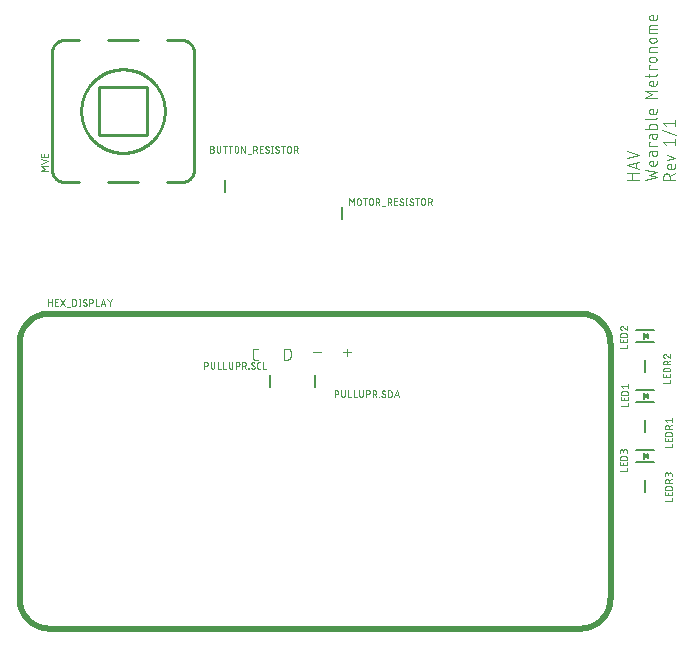
<source format=gbr>
G04 EAGLE Gerber RS-274X export*
G75*
%MOMM*%
%FSLAX34Y34*%
%LPD*%
%INSilkscreen Top*%
%IPPOS*%
%AMOC8*
5,1,8,0,0,1.08239X$1,22.5*%
G01*
%ADD10C,0.076200*%
%ADD11C,0.508000*%
%ADD12C,0.050800*%
%ADD13C,0.254000*%
%ADD14C,0.127000*%


D10*
X-830961Y-2331339D02*
X-840359Y-2331339D01*
X-836182Y-2331339D02*
X-836182Y-2326118D01*
X-840359Y-2326118D02*
X-830961Y-2326118D01*
X-830961Y-2322412D02*
X-840359Y-2319280D01*
X-830961Y-2316147D01*
X-833311Y-2316930D02*
X-833311Y-2321629D01*
X-840359Y-2313268D02*
X-830961Y-2310136D01*
X-840359Y-2307003D01*
X-825119Y-2331339D02*
X-815721Y-2329251D01*
X-821986Y-2327162D01*
X-815721Y-2325074D01*
X-825119Y-2322985D01*
X-815721Y-2317931D02*
X-815721Y-2315320D01*
X-815721Y-2317931D02*
X-815723Y-2318008D01*
X-815729Y-2318084D01*
X-815738Y-2318161D01*
X-815751Y-2318237D01*
X-815768Y-2318312D01*
X-815788Y-2318386D01*
X-815813Y-2318459D01*
X-815840Y-2318530D01*
X-815871Y-2318601D01*
X-815906Y-2318669D01*
X-815944Y-2318736D01*
X-815985Y-2318801D01*
X-816029Y-2318864D01*
X-816076Y-2318924D01*
X-816127Y-2318983D01*
X-816180Y-2319038D01*
X-816235Y-2319091D01*
X-816294Y-2319142D01*
X-816354Y-2319189D01*
X-816417Y-2319233D01*
X-816482Y-2319274D01*
X-816549Y-2319312D01*
X-816617Y-2319347D01*
X-816688Y-2319378D01*
X-816759Y-2319405D01*
X-816832Y-2319430D01*
X-816906Y-2319450D01*
X-816981Y-2319467D01*
X-817057Y-2319480D01*
X-817134Y-2319489D01*
X-817210Y-2319495D01*
X-817287Y-2319497D01*
X-819898Y-2319497D01*
X-819988Y-2319495D01*
X-820077Y-2319489D01*
X-820167Y-2319480D01*
X-820256Y-2319466D01*
X-820344Y-2319449D01*
X-820431Y-2319428D01*
X-820518Y-2319403D01*
X-820603Y-2319374D01*
X-820687Y-2319342D01*
X-820769Y-2319307D01*
X-820850Y-2319267D01*
X-820929Y-2319225D01*
X-821006Y-2319179D01*
X-821081Y-2319129D01*
X-821154Y-2319077D01*
X-821225Y-2319021D01*
X-821293Y-2318963D01*
X-821358Y-2318901D01*
X-821421Y-2318837D01*
X-821481Y-2318770D01*
X-821538Y-2318701D01*
X-821592Y-2318629D01*
X-821643Y-2318555D01*
X-821691Y-2318479D01*
X-821735Y-2318401D01*
X-821776Y-2318321D01*
X-821814Y-2318239D01*
X-821848Y-2318156D01*
X-821878Y-2318071D01*
X-821905Y-2317985D01*
X-821928Y-2317899D01*
X-821947Y-2317811D01*
X-821962Y-2317722D01*
X-821974Y-2317633D01*
X-821982Y-2317544D01*
X-821986Y-2317454D01*
X-821986Y-2317364D01*
X-821982Y-2317274D01*
X-821974Y-2317185D01*
X-821962Y-2317096D01*
X-821947Y-2317007D01*
X-821928Y-2316919D01*
X-821905Y-2316833D01*
X-821878Y-2316747D01*
X-821848Y-2316662D01*
X-821814Y-2316579D01*
X-821776Y-2316497D01*
X-821735Y-2316417D01*
X-821691Y-2316339D01*
X-821643Y-2316263D01*
X-821592Y-2316189D01*
X-821538Y-2316117D01*
X-821481Y-2316048D01*
X-821421Y-2315981D01*
X-821358Y-2315917D01*
X-821293Y-2315855D01*
X-821225Y-2315797D01*
X-821154Y-2315741D01*
X-821081Y-2315689D01*
X-821006Y-2315639D01*
X-820929Y-2315593D01*
X-820850Y-2315551D01*
X-820769Y-2315511D01*
X-820687Y-2315476D01*
X-820603Y-2315444D01*
X-820518Y-2315415D01*
X-820431Y-2315390D01*
X-820344Y-2315369D01*
X-820256Y-2315352D01*
X-820167Y-2315338D01*
X-820077Y-2315329D01*
X-819988Y-2315323D01*
X-819898Y-2315321D01*
X-819898Y-2315320D02*
X-818854Y-2315320D01*
X-818854Y-2319497D01*
X-819376Y-2309791D02*
X-819376Y-2307441D01*
X-819375Y-2309791D02*
X-819373Y-2309875D01*
X-819367Y-2309960D01*
X-819357Y-2310043D01*
X-819344Y-2310127D01*
X-819326Y-2310209D01*
X-819305Y-2310291D01*
X-819280Y-2310372D01*
X-819252Y-2310451D01*
X-819219Y-2310529D01*
X-819183Y-2310605D01*
X-819144Y-2310680D01*
X-819101Y-2310753D01*
X-819055Y-2310824D01*
X-819006Y-2310892D01*
X-818954Y-2310958D01*
X-818898Y-2311022D01*
X-818840Y-2311083D01*
X-818779Y-2311141D01*
X-818715Y-2311197D01*
X-818649Y-2311249D01*
X-818581Y-2311298D01*
X-818510Y-2311344D01*
X-818437Y-2311387D01*
X-818362Y-2311426D01*
X-818286Y-2311462D01*
X-818208Y-2311495D01*
X-818129Y-2311523D01*
X-818048Y-2311548D01*
X-817966Y-2311569D01*
X-817884Y-2311587D01*
X-817800Y-2311600D01*
X-817717Y-2311610D01*
X-817632Y-2311616D01*
X-817548Y-2311618D01*
X-817464Y-2311616D01*
X-817379Y-2311610D01*
X-817296Y-2311600D01*
X-817212Y-2311587D01*
X-817130Y-2311569D01*
X-817048Y-2311548D01*
X-816967Y-2311523D01*
X-816888Y-2311495D01*
X-816810Y-2311462D01*
X-816734Y-2311426D01*
X-816659Y-2311387D01*
X-816586Y-2311344D01*
X-816515Y-2311298D01*
X-816447Y-2311249D01*
X-816381Y-2311197D01*
X-816317Y-2311141D01*
X-816256Y-2311083D01*
X-816198Y-2311022D01*
X-816142Y-2310958D01*
X-816090Y-2310892D01*
X-816041Y-2310824D01*
X-815995Y-2310753D01*
X-815952Y-2310680D01*
X-815913Y-2310605D01*
X-815877Y-2310529D01*
X-815844Y-2310451D01*
X-815816Y-2310372D01*
X-815791Y-2310291D01*
X-815770Y-2310209D01*
X-815752Y-2310127D01*
X-815739Y-2310043D01*
X-815729Y-2309960D01*
X-815723Y-2309875D01*
X-815721Y-2309791D01*
X-815721Y-2307441D01*
X-820420Y-2307441D01*
X-820497Y-2307443D01*
X-820573Y-2307449D01*
X-820650Y-2307458D01*
X-820726Y-2307471D01*
X-820801Y-2307488D01*
X-820875Y-2307508D01*
X-820948Y-2307533D01*
X-821019Y-2307560D01*
X-821090Y-2307591D01*
X-821158Y-2307626D01*
X-821225Y-2307664D01*
X-821290Y-2307705D01*
X-821353Y-2307749D01*
X-821413Y-2307796D01*
X-821472Y-2307847D01*
X-821527Y-2307900D01*
X-821580Y-2307955D01*
X-821631Y-2308014D01*
X-821678Y-2308074D01*
X-821722Y-2308137D01*
X-821763Y-2308202D01*
X-821801Y-2308269D01*
X-821836Y-2308337D01*
X-821867Y-2308408D01*
X-821894Y-2308479D01*
X-821919Y-2308552D01*
X-821939Y-2308627D01*
X-821956Y-2308702D01*
X-821969Y-2308777D01*
X-821978Y-2308854D01*
X-821984Y-2308930D01*
X-821986Y-2309007D01*
X-821986Y-2311096D01*
X-821986Y-2302986D02*
X-815721Y-2302986D01*
X-821986Y-2302986D02*
X-821986Y-2299854D01*
X-820942Y-2299854D01*
X-819376Y-2295160D02*
X-819376Y-2292811D01*
X-819375Y-2295160D02*
X-819373Y-2295244D01*
X-819367Y-2295329D01*
X-819357Y-2295412D01*
X-819344Y-2295496D01*
X-819326Y-2295578D01*
X-819305Y-2295660D01*
X-819280Y-2295741D01*
X-819252Y-2295820D01*
X-819219Y-2295898D01*
X-819183Y-2295974D01*
X-819144Y-2296049D01*
X-819101Y-2296122D01*
X-819055Y-2296193D01*
X-819006Y-2296261D01*
X-818954Y-2296327D01*
X-818898Y-2296391D01*
X-818840Y-2296452D01*
X-818779Y-2296510D01*
X-818715Y-2296566D01*
X-818649Y-2296618D01*
X-818581Y-2296667D01*
X-818510Y-2296713D01*
X-818437Y-2296756D01*
X-818362Y-2296795D01*
X-818286Y-2296831D01*
X-818208Y-2296864D01*
X-818129Y-2296892D01*
X-818048Y-2296917D01*
X-817966Y-2296938D01*
X-817884Y-2296956D01*
X-817800Y-2296969D01*
X-817717Y-2296979D01*
X-817632Y-2296985D01*
X-817548Y-2296987D01*
X-817464Y-2296985D01*
X-817379Y-2296979D01*
X-817296Y-2296969D01*
X-817212Y-2296956D01*
X-817130Y-2296938D01*
X-817048Y-2296917D01*
X-816967Y-2296892D01*
X-816888Y-2296864D01*
X-816810Y-2296831D01*
X-816734Y-2296795D01*
X-816659Y-2296756D01*
X-816586Y-2296713D01*
X-816515Y-2296667D01*
X-816447Y-2296618D01*
X-816381Y-2296566D01*
X-816317Y-2296510D01*
X-816256Y-2296452D01*
X-816198Y-2296391D01*
X-816142Y-2296327D01*
X-816090Y-2296261D01*
X-816041Y-2296193D01*
X-815995Y-2296122D01*
X-815952Y-2296049D01*
X-815913Y-2295974D01*
X-815877Y-2295898D01*
X-815844Y-2295820D01*
X-815816Y-2295741D01*
X-815791Y-2295660D01*
X-815770Y-2295578D01*
X-815752Y-2295496D01*
X-815739Y-2295412D01*
X-815729Y-2295329D01*
X-815723Y-2295244D01*
X-815721Y-2295160D01*
X-815721Y-2292811D01*
X-820420Y-2292811D01*
X-820497Y-2292813D01*
X-820573Y-2292819D01*
X-820650Y-2292828D01*
X-820726Y-2292841D01*
X-820801Y-2292858D01*
X-820875Y-2292878D01*
X-820948Y-2292903D01*
X-821019Y-2292930D01*
X-821090Y-2292961D01*
X-821158Y-2292996D01*
X-821225Y-2293034D01*
X-821290Y-2293075D01*
X-821353Y-2293119D01*
X-821413Y-2293166D01*
X-821472Y-2293217D01*
X-821527Y-2293270D01*
X-821580Y-2293325D01*
X-821631Y-2293384D01*
X-821678Y-2293444D01*
X-821722Y-2293507D01*
X-821763Y-2293572D01*
X-821801Y-2293639D01*
X-821836Y-2293707D01*
X-821867Y-2293778D01*
X-821894Y-2293849D01*
X-821919Y-2293922D01*
X-821939Y-2293997D01*
X-821956Y-2294072D01*
X-821969Y-2294147D01*
X-821978Y-2294224D01*
X-821984Y-2294300D01*
X-821986Y-2294377D01*
X-821986Y-2296466D01*
X-825119Y-2288362D02*
X-815721Y-2288362D01*
X-815721Y-2285751D01*
X-815723Y-2285674D01*
X-815729Y-2285598D01*
X-815738Y-2285521D01*
X-815751Y-2285445D01*
X-815768Y-2285371D01*
X-815788Y-2285296D01*
X-815813Y-2285223D01*
X-815840Y-2285152D01*
X-815871Y-2285081D01*
X-815906Y-2285013D01*
X-815944Y-2284946D01*
X-815985Y-2284881D01*
X-816029Y-2284818D01*
X-816076Y-2284758D01*
X-816127Y-2284699D01*
X-816180Y-2284644D01*
X-816235Y-2284591D01*
X-816294Y-2284540D01*
X-816354Y-2284493D01*
X-816417Y-2284449D01*
X-816482Y-2284408D01*
X-816549Y-2284370D01*
X-816617Y-2284335D01*
X-816688Y-2284304D01*
X-816759Y-2284277D01*
X-816832Y-2284252D01*
X-816906Y-2284232D01*
X-816981Y-2284215D01*
X-817057Y-2284202D01*
X-817133Y-2284193D01*
X-817210Y-2284187D01*
X-817287Y-2284185D01*
X-820420Y-2284185D01*
X-820497Y-2284187D01*
X-820573Y-2284193D01*
X-820650Y-2284202D01*
X-820726Y-2284215D01*
X-820801Y-2284232D01*
X-820875Y-2284252D01*
X-820948Y-2284277D01*
X-821019Y-2284304D01*
X-821090Y-2284335D01*
X-821158Y-2284370D01*
X-821225Y-2284408D01*
X-821290Y-2284449D01*
X-821353Y-2284493D01*
X-821413Y-2284540D01*
X-821472Y-2284591D01*
X-821527Y-2284644D01*
X-821580Y-2284699D01*
X-821631Y-2284758D01*
X-821678Y-2284818D01*
X-821722Y-2284881D01*
X-821763Y-2284946D01*
X-821801Y-2285013D01*
X-821836Y-2285081D01*
X-821867Y-2285152D01*
X-821894Y-2285223D01*
X-821919Y-2285296D01*
X-821939Y-2285371D01*
X-821956Y-2285446D01*
X-821969Y-2285521D01*
X-821978Y-2285598D01*
X-821984Y-2285674D01*
X-821986Y-2285751D01*
X-821986Y-2288362D01*
X-825119Y-2280357D02*
X-817287Y-2280357D01*
X-817210Y-2280355D01*
X-817134Y-2280349D01*
X-817057Y-2280340D01*
X-816981Y-2280327D01*
X-816906Y-2280310D01*
X-816832Y-2280290D01*
X-816759Y-2280265D01*
X-816688Y-2280238D01*
X-816617Y-2280207D01*
X-816549Y-2280172D01*
X-816482Y-2280134D01*
X-816417Y-2280093D01*
X-816354Y-2280049D01*
X-816294Y-2280002D01*
X-816235Y-2279951D01*
X-816180Y-2279898D01*
X-816127Y-2279843D01*
X-816076Y-2279784D01*
X-816029Y-2279724D01*
X-815985Y-2279661D01*
X-815944Y-2279596D01*
X-815906Y-2279529D01*
X-815871Y-2279461D01*
X-815840Y-2279390D01*
X-815813Y-2279319D01*
X-815788Y-2279246D01*
X-815768Y-2279172D01*
X-815751Y-2279097D01*
X-815738Y-2279021D01*
X-815729Y-2278944D01*
X-815723Y-2278868D01*
X-815721Y-2278791D01*
X-815721Y-2274040D02*
X-815721Y-2271429D01*
X-815721Y-2274040D02*
X-815723Y-2274117D01*
X-815729Y-2274193D01*
X-815738Y-2274270D01*
X-815751Y-2274346D01*
X-815768Y-2274421D01*
X-815788Y-2274495D01*
X-815813Y-2274568D01*
X-815840Y-2274639D01*
X-815871Y-2274710D01*
X-815906Y-2274778D01*
X-815944Y-2274845D01*
X-815985Y-2274910D01*
X-816029Y-2274973D01*
X-816076Y-2275033D01*
X-816127Y-2275092D01*
X-816180Y-2275147D01*
X-816235Y-2275200D01*
X-816294Y-2275251D01*
X-816354Y-2275298D01*
X-816417Y-2275342D01*
X-816482Y-2275383D01*
X-816549Y-2275421D01*
X-816617Y-2275456D01*
X-816688Y-2275487D01*
X-816759Y-2275514D01*
X-816832Y-2275539D01*
X-816906Y-2275559D01*
X-816981Y-2275576D01*
X-817057Y-2275589D01*
X-817134Y-2275598D01*
X-817210Y-2275604D01*
X-817287Y-2275606D01*
X-819898Y-2275606D01*
X-819988Y-2275604D01*
X-820077Y-2275598D01*
X-820167Y-2275589D01*
X-820256Y-2275575D01*
X-820344Y-2275558D01*
X-820431Y-2275537D01*
X-820518Y-2275512D01*
X-820603Y-2275483D01*
X-820687Y-2275451D01*
X-820769Y-2275416D01*
X-820850Y-2275376D01*
X-820929Y-2275334D01*
X-821006Y-2275288D01*
X-821081Y-2275238D01*
X-821154Y-2275186D01*
X-821225Y-2275130D01*
X-821293Y-2275072D01*
X-821358Y-2275010D01*
X-821421Y-2274946D01*
X-821481Y-2274879D01*
X-821538Y-2274810D01*
X-821592Y-2274738D01*
X-821643Y-2274664D01*
X-821691Y-2274588D01*
X-821735Y-2274510D01*
X-821776Y-2274430D01*
X-821814Y-2274348D01*
X-821848Y-2274265D01*
X-821878Y-2274180D01*
X-821905Y-2274094D01*
X-821928Y-2274008D01*
X-821947Y-2273920D01*
X-821962Y-2273831D01*
X-821974Y-2273742D01*
X-821982Y-2273653D01*
X-821986Y-2273563D01*
X-821986Y-2273473D01*
X-821982Y-2273383D01*
X-821974Y-2273294D01*
X-821962Y-2273205D01*
X-821947Y-2273116D01*
X-821928Y-2273028D01*
X-821905Y-2272942D01*
X-821878Y-2272856D01*
X-821848Y-2272771D01*
X-821814Y-2272688D01*
X-821776Y-2272606D01*
X-821735Y-2272526D01*
X-821691Y-2272448D01*
X-821643Y-2272372D01*
X-821592Y-2272298D01*
X-821538Y-2272226D01*
X-821481Y-2272157D01*
X-821421Y-2272090D01*
X-821358Y-2272026D01*
X-821293Y-2271964D01*
X-821225Y-2271906D01*
X-821154Y-2271850D01*
X-821081Y-2271798D01*
X-821006Y-2271748D01*
X-820929Y-2271702D01*
X-820850Y-2271660D01*
X-820769Y-2271620D01*
X-820687Y-2271585D01*
X-820603Y-2271553D01*
X-820518Y-2271524D01*
X-820431Y-2271499D01*
X-820344Y-2271478D01*
X-820256Y-2271461D01*
X-820167Y-2271447D01*
X-820077Y-2271438D01*
X-819988Y-2271432D01*
X-819898Y-2271430D01*
X-819898Y-2271429D02*
X-818854Y-2271429D01*
X-818854Y-2275606D01*
X-815721Y-2262325D02*
X-825119Y-2262325D01*
X-819898Y-2259192D01*
X-825119Y-2256060D01*
X-815721Y-2256060D01*
X-815721Y-2250266D02*
X-815721Y-2247655D01*
X-815721Y-2250266D02*
X-815723Y-2250343D01*
X-815729Y-2250419D01*
X-815738Y-2250496D01*
X-815751Y-2250572D01*
X-815768Y-2250647D01*
X-815788Y-2250721D01*
X-815813Y-2250794D01*
X-815840Y-2250865D01*
X-815871Y-2250936D01*
X-815906Y-2251004D01*
X-815944Y-2251071D01*
X-815985Y-2251136D01*
X-816029Y-2251199D01*
X-816076Y-2251259D01*
X-816127Y-2251318D01*
X-816180Y-2251373D01*
X-816235Y-2251426D01*
X-816294Y-2251477D01*
X-816354Y-2251524D01*
X-816417Y-2251568D01*
X-816482Y-2251609D01*
X-816549Y-2251647D01*
X-816617Y-2251682D01*
X-816688Y-2251713D01*
X-816759Y-2251740D01*
X-816832Y-2251765D01*
X-816906Y-2251785D01*
X-816981Y-2251802D01*
X-817057Y-2251815D01*
X-817134Y-2251824D01*
X-817210Y-2251830D01*
X-817287Y-2251832D01*
X-819898Y-2251832D01*
X-819898Y-2251831D02*
X-819988Y-2251829D01*
X-820077Y-2251823D01*
X-820167Y-2251814D01*
X-820256Y-2251800D01*
X-820344Y-2251783D01*
X-820431Y-2251762D01*
X-820518Y-2251737D01*
X-820603Y-2251708D01*
X-820687Y-2251676D01*
X-820769Y-2251641D01*
X-820850Y-2251601D01*
X-820929Y-2251559D01*
X-821006Y-2251513D01*
X-821081Y-2251463D01*
X-821154Y-2251411D01*
X-821225Y-2251355D01*
X-821293Y-2251297D01*
X-821358Y-2251235D01*
X-821421Y-2251171D01*
X-821481Y-2251104D01*
X-821538Y-2251035D01*
X-821592Y-2250963D01*
X-821643Y-2250889D01*
X-821691Y-2250813D01*
X-821735Y-2250735D01*
X-821776Y-2250655D01*
X-821814Y-2250573D01*
X-821848Y-2250490D01*
X-821878Y-2250405D01*
X-821905Y-2250319D01*
X-821928Y-2250233D01*
X-821947Y-2250145D01*
X-821962Y-2250056D01*
X-821974Y-2249967D01*
X-821982Y-2249878D01*
X-821986Y-2249788D01*
X-821986Y-2249698D01*
X-821982Y-2249608D01*
X-821974Y-2249519D01*
X-821962Y-2249430D01*
X-821947Y-2249341D01*
X-821928Y-2249253D01*
X-821905Y-2249167D01*
X-821878Y-2249081D01*
X-821848Y-2248996D01*
X-821814Y-2248913D01*
X-821776Y-2248831D01*
X-821735Y-2248751D01*
X-821691Y-2248673D01*
X-821643Y-2248597D01*
X-821592Y-2248523D01*
X-821538Y-2248451D01*
X-821481Y-2248382D01*
X-821421Y-2248315D01*
X-821358Y-2248251D01*
X-821293Y-2248189D01*
X-821225Y-2248131D01*
X-821154Y-2248075D01*
X-821081Y-2248023D01*
X-821006Y-2247973D01*
X-820929Y-2247927D01*
X-820850Y-2247885D01*
X-820769Y-2247845D01*
X-820687Y-2247810D01*
X-820603Y-2247778D01*
X-820518Y-2247749D01*
X-820431Y-2247724D01*
X-820344Y-2247703D01*
X-820256Y-2247686D01*
X-820167Y-2247672D01*
X-820077Y-2247663D01*
X-819988Y-2247657D01*
X-819898Y-2247655D01*
X-818854Y-2247655D01*
X-818854Y-2251832D01*
X-821986Y-2244676D02*
X-821986Y-2241543D01*
X-825119Y-2243632D02*
X-817287Y-2243632D01*
X-817287Y-2243631D02*
X-817210Y-2243629D01*
X-817134Y-2243623D01*
X-817057Y-2243614D01*
X-816981Y-2243601D01*
X-816906Y-2243584D01*
X-816832Y-2243564D01*
X-816759Y-2243539D01*
X-816688Y-2243512D01*
X-816617Y-2243481D01*
X-816549Y-2243446D01*
X-816482Y-2243408D01*
X-816417Y-2243367D01*
X-816354Y-2243323D01*
X-816294Y-2243276D01*
X-816235Y-2243225D01*
X-816180Y-2243172D01*
X-816127Y-2243117D01*
X-816076Y-2243058D01*
X-816029Y-2242998D01*
X-815985Y-2242935D01*
X-815944Y-2242870D01*
X-815906Y-2242803D01*
X-815871Y-2242735D01*
X-815840Y-2242664D01*
X-815813Y-2242593D01*
X-815788Y-2242520D01*
X-815768Y-2242446D01*
X-815751Y-2242371D01*
X-815738Y-2242295D01*
X-815729Y-2242218D01*
X-815723Y-2242142D01*
X-815721Y-2242065D01*
X-815721Y-2241543D01*
X-815721Y-2237760D02*
X-821986Y-2237760D01*
X-821986Y-2234627D01*
X-820942Y-2234627D01*
X-819898Y-2231715D02*
X-817809Y-2231715D01*
X-819898Y-2231715D02*
X-819988Y-2231713D01*
X-820077Y-2231707D01*
X-820167Y-2231698D01*
X-820256Y-2231684D01*
X-820344Y-2231667D01*
X-820431Y-2231646D01*
X-820518Y-2231621D01*
X-820603Y-2231592D01*
X-820687Y-2231560D01*
X-820769Y-2231525D01*
X-820850Y-2231485D01*
X-820929Y-2231443D01*
X-821006Y-2231397D01*
X-821081Y-2231347D01*
X-821154Y-2231295D01*
X-821225Y-2231239D01*
X-821293Y-2231181D01*
X-821358Y-2231119D01*
X-821421Y-2231055D01*
X-821481Y-2230988D01*
X-821538Y-2230919D01*
X-821592Y-2230847D01*
X-821643Y-2230773D01*
X-821691Y-2230697D01*
X-821735Y-2230619D01*
X-821776Y-2230539D01*
X-821814Y-2230457D01*
X-821848Y-2230374D01*
X-821878Y-2230289D01*
X-821905Y-2230203D01*
X-821928Y-2230117D01*
X-821947Y-2230029D01*
X-821962Y-2229940D01*
X-821974Y-2229851D01*
X-821982Y-2229762D01*
X-821986Y-2229672D01*
X-821986Y-2229582D01*
X-821982Y-2229492D01*
X-821974Y-2229403D01*
X-821962Y-2229314D01*
X-821947Y-2229225D01*
X-821928Y-2229137D01*
X-821905Y-2229051D01*
X-821878Y-2228965D01*
X-821848Y-2228880D01*
X-821814Y-2228797D01*
X-821776Y-2228715D01*
X-821735Y-2228635D01*
X-821691Y-2228557D01*
X-821643Y-2228481D01*
X-821592Y-2228407D01*
X-821538Y-2228335D01*
X-821481Y-2228266D01*
X-821421Y-2228199D01*
X-821358Y-2228135D01*
X-821293Y-2228073D01*
X-821225Y-2228015D01*
X-821154Y-2227959D01*
X-821081Y-2227907D01*
X-821006Y-2227857D01*
X-820929Y-2227811D01*
X-820850Y-2227769D01*
X-820769Y-2227729D01*
X-820687Y-2227694D01*
X-820603Y-2227662D01*
X-820518Y-2227633D01*
X-820431Y-2227608D01*
X-820344Y-2227587D01*
X-820256Y-2227570D01*
X-820167Y-2227556D01*
X-820077Y-2227547D01*
X-819988Y-2227541D01*
X-819898Y-2227539D01*
X-819898Y-2227538D02*
X-817809Y-2227538D01*
X-817809Y-2227539D02*
X-817719Y-2227541D01*
X-817630Y-2227547D01*
X-817540Y-2227556D01*
X-817451Y-2227570D01*
X-817363Y-2227587D01*
X-817276Y-2227608D01*
X-817189Y-2227633D01*
X-817104Y-2227662D01*
X-817020Y-2227694D01*
X-816938Y-2227729D01*
X-816857Y-2227769D01*
X-816778Y-2227811D01*
X-816701Y-2227857D01*
X-816626Y-2227907D01*
X-816553Y-2227959D01*
X-816482Y-2228015D01*
X-816414Y-2228073D01*
X-816349Y-2228135D01*
X-816286Y-2228199D01*
X-816226Y-2228266D01*
X-816169Y-2228335D01*
X-816115Y-2228407D01*
X-816064Y-2228481D01*
X-816016Y-2228557D01*
X-815972Y-2228635D01*
X-815931Y-2228715D01*
X-815893Y-2228797D01*
X-815859Y-2228880D01*
X-815829Y-2228965D01*
X-815802Y-2229051D01*
X-815779Y-2229137D01*
X-815760Y-2229225D01*
X-815745Y-2229314D01*
X-815733Y-2229403D01*
X-815725Y-2229492D01*
X-815721Y-2229582D01*
X-815721Y-2229672D01*
X-815725Y-2229762D01*
X-815733Y-2229851D01*
X-815745Y-2229940D01*
X-815760Y-2230029D01*
X-815779Y-2230117D01*
X-815802Y-2230203D01*
X-815829Y-2230289D01*
X-815859Y-2230374D01*
X-815893Y-2230457D01*
X-815931Y-2230539D01*
X-815972Y-2230619D01*
X-816016Y-2230697D01*
X-816064Y-2230773D01*
X-816115Y-2230847D01*
X-816169Y-2230919D01*
X-816226Y-2230988D01*
X-816286Y-2231055D01*
X-816349Y-2231119D01*
X-816414Y-2231181D01*
X-816482Y-2231239D01*
X-816553Y-2231295D01*
X-816626Y-2231347D01*
X-816701Y-2231397D01*
X-816778Y-2231443D01*
X-816857Y-2231485D01*
X-816938Y-2231525D01*
X-817020Y-2231560D01*
X-817104Y-2231592D01*
X-817189Y-2231621D01*
X-817276Y-2231646D01*
X-817363Y-2231667D01*
X-817451Y-2231684D01*
X-817540Y-2231698D01*
X-817630Y-2231707D01*
X-817719Y-2231713D01*
X-817809Y-2231715D01*
X-815721Y-2223486D02*
X-821986Y-2223486D01*
X-821986Y-2220875D01*
X-821984Y-2220798D01*
X-821978Y-2220722D01*
X-821969Y-2220645D01*
X-821956Y-2220569D01*
X-821939Y-2220495D01*
X-821919Y-2220420D01*
X-821894Y-2220347D01*
X-821867Y-2220276D01*
X-821836Y-2220205D01*
X-821801Y-2220137D01*
X-821763Y-2220070D01*
X-821722Y-2220005D01*
X-821678Y-2219942D01*
X-821631Y-2219882D01*
X-821580Y-2219823D01*
X-821527Y-2219768D01*
X-821472Y-2219715D01*
X-821413Y-2219664D01*
X-821353Y-2219617D01*
X-821290Y-2219573D01*
X-821225Y-2219532D01*
X-821158Y-2219494D01*
X-821090Y-2219459D01*
X-821019Y-2219428D01*
X-820948Y-2219401D01*
X-820875Y-2219376D01*
X-820801Y-2219356D01*
X-820726Y-2219339D01*
X-820650Y-2219326D01*
X-820574Y-2219317D01*
X-820497Y-2219311D01*
X-820420Y-2219309D01*
X-815721Y-2219309D01*
X-817809Y-2215256D02*
X-819898Y-2215256D01*
X-819988Y-2215254D01*
X-820077Y-2215248D01*
X-820167Y-2215239D01*
X-820256Y-2215225D01*
X-820344Y-2215208D01*
X-820431Y-2215187D01*
X-820518Y-2215162D01*
X-820603Y-2215133D01*
X-820687Y-2215101D01*
X-820769Y-2215066D01*
X-820850Y-2215026D01*
X-820929Y-2214984D01*
X-821006Y-2214938D01*
X-821081Y-2214888D01*
X-821154Y-2214836D01*
X-821225Y-2214780D01*
X-821293Y-2214722D01*
X-821358Y-2214660D01*
X-821421Y-2214596D01*
X-821481Y-2214529D01*
X-821538Y-2214460D01*
X-821592Y-2214388D01*
X-821643Y-2214314D01*
X-821691Y-2214238D01*
X-821735Y-2214160D01*
X-821776Y-2214080D01*
X-821814Y-2213998D01*
X-821848Y-2213915D01*
X-821878Y-2213830D01*
X-821905Y-2213744D01*
X-821928Y-2213658D01*
X-821947Y-2213570D01*
X-821962Y-2213481D01*
X-821974Y-2213392D01*
X-821982Y-2213303D01*
X-821986Y-2213213D01*
X-821986Y-2213123D01*
X-821982Y-2213033D01*
X-821974Y-2212944D01*
X-821962Y-2212855D01*
X-821947Y-2212766D01*
X-821928Y-2212678D01*
X-821905Y-2212592D01*
X-821878Y-2212506D01*
X-821848Y-2212421D01*
X-821814Y-2212338D01*
X-821776Y-2212256D01*
X-821735Y-2212176D01*
X-821691Y-2212098D01*
X-821643Y-2212022D01*
X-821592Y-2211948D01*
X-821538Y-2211876D01*
X-821481Y-2211807D01*
X-821421Y-2211740D01*
X-821358Y-2211676D01*
X-821293Y-2211614D01*
X-821225Y-2211556D01*
X-821154Y-2211500D01*
X-821081Y-2211448D01*
X-821006Y-2211398D01*
X-820929Y-2211352D01*
X-820850Y-2211310D01*
X-820769Y-2211270D01*
X-820687Y-2211235D01*
X-820603Y-2211203D01*
X-820518Y-2211174D01*
X-820431Y-2211149D01*
X-820344Y-2211128D01*
X-820256Y-2211111D01*
X-820167Y-2211097D01*
X-820077Y-2211088D01*
X-819988Y-2211082D01*
X-819898Y-2211080D01*
X-819898Y-2211079D02*
X-817809Y-2211079D01*
X-817809Y-2211080D02*
X-817719Y-2211082D01*
X-817630Y-2211088D01*
X-817540Y-2211097D01*
X-817451Y-2211111D01*
X-817363Y-2211128D01*
X-817276Y-2211149D01*
X-817189Y-2211174D01*
X-817104Y-2211203D01*
X-817020Y-2211235D01*
X-816938Y-2211270D01*
X-816857Y-2211310D01*
X-816778Y-2211352D01*
X-816701Y-2211398D01*
X-816626Y-2211448D01*
X-816553Y-2211500D01*
X-816482Y-2211556D01*
X-816414Y-2211614D01*
X-816349Y-2211676D01*
X-816286Y-2211740D01*
X-816226Y-2211807D01*
X-816169Y-2211876D01*
X-816115Y-2211948D01*
X-816064Y-2212022D01*
X-816016Y-2212098D01*
X-815972Y-2212176D01*
X-815931Y-2212256D01*
X-815893Y-2212338D01*
X-815859Y-2212421D01*
X-815829Y-2212506D01*
X-815802Y-2212592D01*
X-815779Y-2212678D01*
X-815760Y-2212766D01*
X-815745Y-2212855D01*
X-815733Y-2212944D01*
X-815725Y-2213033D01*
X-815721Y-2213123D01*
X-815721Y-2213213D01*
X-815725Y-2213303D01*
X-815733Y-2213392D01*
X-815745Y-2213481D01*
X-815760Y-2213570D01*
X-815779Y-2213658D01*
X-815802Y-2213744D01*
X-815829Y-2213830D01*
X-815859Y-2213915D01*
X-815893Y-2213998D01*
X-815931Y-2214080D01*
X-815972Y-2214160D01*
X-816016Y-2214238D01*
X-816064Y-2214314D01*
X-816115Y-2214388D01*
X-816169Y-2214460D01*
X-816226Y-2214529D01*
X-816286Y-2214596D01*
X-816349Y-2214660D01*
X-816414Y-2214722D01*
X-816482Y-2214780D01*
X-816553Y-2214836D01*
X-816626Y-2214888D01*
X-816701Y-2214938D01*
X-816778Y-2214984D01*
X-816857Y-2215026D01*
X-816938Y-2215066D01*
X-817020Y-2215101D01*
X-817104Y-2215133D01*
X-817189Y-2215162D01*
X-817276Y-2215187D01*
X-817363Y-2215208D01*
X-817451Y-2215225D01*
X-817540Y-2215239D01*
X-817630Y-2215248D01*
X-817719Y-2215254D01*
X-817809Y-2215256D01*
X-815721Y-2206852D02*
X-821986Y-2206852D01*
X-821986Y-2202153D01*
X-821984Y-2202076D01*
X-821978Y-2202000D01*
X-821969Y-2201923D01*
X-821956Y-2201847D01*
X-821939Y-2201772D01*
X-821919Y-2201698D01*
X-821894Y-2201625D01*
X-821867Y-2201554D01*
X-821836Y-2201483D01*
X-821801Y-2201415D01*
X-821763Y-2201348D01*
X-821722Y-2201283D01*
X-821678Y-2201220D01*
X-821631Y-2201160D01*
X-821580Y-2201101D01*
X-821527Y-2201046D01*
X-821472Y-2200993D01*
X-821413Y-2200942D01*
X-821353Y-2200895D01*
X-821290Y-2200851D01*
X-821225Y-2200810D01*
X-821158Y-2200772D01*
X-821090Y-2200737D01*
X-821019Y-2200706D01*
X-820948Y-2200679D01*
X-820875Y-2200654D01*
X-820801Y-2200634D01*
X-820726Y-2200617D01*
X-820650Y-2200604D01*
X-820573Y-2200595D01*
X-820497Y-2200589D01*
X-820420Y-2200587D01*
X-820420Y-2200586D02*
X-815721Y-2200586D01*
X-815721Y-2203719D02*
X-821986Y-2203719D01*
X-815721Y-2194792D02*
X-815721Y-2192182D01*
X-815721Y-2194792D02*
X-815723Y-2194869D01*
X-815729Y-2194945D01*
X-815738Y-2195022D01*
X-815751Y-2195098D01*
X-815768Y-2195173D01*
X-815788Y-2195247D01*
X-815813Y-2195320D01*
X-815840Y-2195391D01*
X-815871Y-2195462D01*
X-815906Y-2195530D01*
X-815944Y-2195597D01*
X-815985Y-2195662D01*
X-816029Y-2195725D01*
X-816076Y-2195785D01*
X-816127Y-2195844D01*
X-816180Y-2195899D01*
X-816235Y-2195952D01*
X-816294Y-2196003D01*
X-816354Y-2196050D01*
X-816417Y-2196094D01*
X-816482Y-2196135D01*
X-816549Y-2196173D01*
X-816617Y-2196208D01*
X-816688Y-2196239D01*
X-816759Y-2196266D01*
X-816832Y-2196291D01*
X-816906Y-2196311D01*
X-816981Y-2196328D01*
X-817057Y-2196341D01*
X-817134Y-2196350D01*
X-817210Y-2196356D01*
X-817287Y-2196358D01*
X-817287Y-2196359D02*
X-819898Y-2196359D01*
X-819898Y-2196358D02*
X-819988Y-2196356D01*
X-820077Y-2196350D01*
X-820167Y-2196341D01*
X-820256Y-2196327D01*
X-820344Y-2196310D01*
X-820431Y-2196289D01*
X-820518Y-2196264D01*
X-820603Y-2196235D01*
X-820687Y-2196203D01*
X-820769Y-2196168D01*
X-820850Y-2196128D01*
X-820929Y-2196086D01*
X-821006Y-2196040D01*
X-821081Y-2195990D01*
X-821154Y-2195938D01*
X-821225Y-2195882D01*
X-821293Y-2195824D01*
X-821358Y-2195762D01*
X-821421Y-2195698D01*
X-821481Y-2195631D01*
X-821538Y-2195562D01*
X-821592Y-2195490D01*
X-821643Y-2195416D01*
X-821691Y-2195340D01*
X-821735Y-2195262D01*
X-821776Y-2195182D01*
X-821814Y-2195100D01*
X-821848Y-2195017D01*
X-821878Y-2194932D01*
X-821905Y-2194846D01*
X-821928Y-2194760D01*
X-821947Y-2194672D01*
X-821962Y-2194583D01*
X-821974Y-2194494D01*
X-821982Y-2194405D01*
X-821986Y-2194315D01*
X-821986Y-2194225D01*
X-821982Y-2194135D01*
X-821974Y-2194046D01*
X-821962Y-2193957D01*
X-821947Y-2193868D01*
X-821928Y-2193780D01*
X-821905Y-2193694D01*
X-821878Y-2193608D01*
X-821848Y-2193523D01*
X-821814Y-2193440D01*
X-821776Y-2193358D01*
X-821735Y-2193278D01*
X-821691Y-2193200D01*
X-821643Y-2193124D01*
X-821592Y-2193050D01*
X-821538Y-2192978D01*
X-821481Y-2192909D01*
X-821421Y-2192842D01*
X-821358Y-2192778D01*
X-821293Y-2192716D01*
X-821225Y-2192658D01*
X-821154Y-2192602D01*
X-821081Y-2192550D01*
X-821006Y-2192500D01*
X-820929Y-2192454D01*
X-820850Y-2192412D01*
X-820769Y-2192372D01*
X-820687Y-2192337D01*
X-820603Y-2192305D01*
X-820518Y-2192276D01*
X-820431Y-2192251D01*
X-820344Y-2192230D01*
X-820256Y-2192213D01*
X-820167Y-2192199D01*
X-820077Y-2192190D01*
X-819988Y-2192184D01*
X-819898Y-2192182D01*
X-818854Y-2192182D01*
X-818854Y-2196359D01*
X-809879Y-2331339D02*
X-800481Y-2331339D01*
X-809879Y-2331339D02*
X-809879Y-2328728D01*
X-809877Y-2328627D01*
X-809871Y-2328526D01*
X-809861Y-2328425D01*
X-809848Y-2328325D01*
X-809830Y-2328225D01*
X-809809Y-2328126D01*
X-809783Y-2328028D01*
X-809754Y-2327931D01*
X-809722Y-2327835D01*
X-809685Y-2327741D01*
X-809645Y-2327648D01*
X-809601Y-2327556D01*
X-809554Y-2327467D01*
X-809503Y-2327379D01*
X-809449Y-2327293D01*
X-809392Y-2327210D01*
X-809332Y-2327128D01*
X-809268Y-2327050D01*
X-809202Y-2326973D01*
X-809132Y-2326900D01*
X-809060Y-2326829D01*
X-808985Y-2326761D01*
X-808907Y-2326696D01*
X-808827Y-2326634D01*
X-808745Y-2326575D01*
X-808660Y-2326519D01*
X-808574Y-2326467D01*
X-808485Y-2326418D01*
X-808394Y-2326372D01*
X-808302Y-2326331D01*
X-808208Y-2326292D01*
X-808113Y-2326258D01*
X-808017Y-2326227D01*
X-807919Y-2326200D01*
X-807821Y-2326176D01*
X-807721Y-2326157D01*
X-807621Y-2326141D01*
X-807521Y-2326129D01*
X-807420Y-2326121D01*
X-807319Y-2326117D01*
X-807217Y-2326117D01*
X-807116Y-2326121D01*
X-807015Y-2326129D01*
X-806915Y-2326141D01*
X-806815Y-2326157D01*
X-806715Y-2326176D01*
X-806617Y-2326200D01*
X-806519Y-2326227D01*
X-806423Y-2326258D01*
X-806328Y-2326292D01*
X-806234Y-2326331D01*
X-806142Y-2326372D01*
X-806051Y-2326418D01*
X-805963Y-2326467D01*
X-805876Y-2326519D01*
X-805791Y-2326575D01*
X-805709Y-2326634D01*
X-805629Y-2326696D01*
X-805551Y-2326761D01*
X-805476Y-2326829D01*
X-805404Y-2326900D01*
X-805334Y-2326973D01*
X-805268Y-2327050D01*
X-805204Y-2327128D01*
X-805144Y-2327210D01*
X-805087Y-2327293D01*
X-805033Y-2327379D01*
X-804982Y-2327467D01*
X-804935Y-2327556D01*
X-804891Y-2327648D01*
X-804851Y-2327741D01*
X-804814Y-2327835D01*
X-804782Y-2327931D01*
X-804753Y-2328028D01*
X-804727Y-2328126D01*
X-804706Y-2328225D01*
X-804688Y-2328325D01*
X-804675Y-2328425D01*
X-804665Y-2328526D01*
X-804659Y-2328627D01*
X-804657Y-2328728D01*
X-804658Y-2328728D02*
X-804658Y-2331339D01*
X-804658Y-2328206D02*
X-800481Y-2326118D01*
X-800481Y-2320773D02*
X-800481Y-2318163D01*
X-800481Y-2320773D02*
X-800483Y-2320850D01*
X-800489Y-2320926D01*
X-800498Y-2321003D01*
X-800511Y-2321079D01*
X-800528Y-2321154D01*
X-800548Y-2321228D01*
X-800573Y-2321301D01*
X-800600Y-2321372D01*
X-800631Y-2321443D01*
X-800666Y-2321511D01*
X-800704Y-2321578D01*
X-800745Y-2321643D01*
X-800789Y-2321706D01*
X-800836Y-2321766D01*
X-800887Y-2321825D01*
X-800940Y-2321880D01*
X-800995Y-2321933D01*
X-801054Y-2321984D01*
X-801114Y-2322031D01*
X-801177Y-2322075D01*
X-801242Y-2322116D01*
X-801309Y-2322154D01*
X-801377Y-2322189D01*
X-801448Y-2322220D01*
X-801519Y-2322247D01*
X-801592Y-2322272D01*
X-801666Y-2322292D01*
X-801741Y-2322309D01*
X-801817Y-2322322D01*
X-801894Y-2322331D01*
X-801970Y-2322337D01*
X-802047Y-2322339D01*
X-802047Y-2322340D02*
X-804658Y-2322340D01*
X-804658Y-2322339D02*
X-804748Y-2322337D01*
X-804837Y-2322331D01*
X-804927Y-2322322D01*
X-805016Y-2322308D01*
X-805104Y-2322291D01*
X-805191Y-2322270D01*
X-805278Y-2322245D01*
X-805363Y-2322216D01*
X-805447Y-2322184D01*
X-805529Y-2322149D01*
X-805610Y-2322109D01*
X-805689Y-2322067D01*
X-805766Y-2322021D01*
X-805841Y-2321971D01*
X-805914Y-2321919D01*
X-805985Y-2321863D01*
X-806053Y-2321805D01*
X-806118Y-2321743D01*
X-806181Y-2321679D01*
X-806241Y-2321612D01*
X-806298Y-2321543D01*
X-806352Y-2321471D01*
X-806403Y-2321397D01*
X-806451Y-2321321D01*
X-806495Y-2321243D01*
X-806536Y-2321163D01*
X-806574Y-2321081D01*
X-806608Y-2320998D01*
X-806638Y-2320913D01*
X-806665Y-2320827D01*
X-806688Y-2320741D01*
X-806707Y-2320653D01*
X-806722Y-2320564D01*
X-806734Y-2320475D01*
X-806742Y-2320386D01*
X-806746Y-2320296D01*
X-806746Y-2320206D01*
X-806742Y-2320116D01*
X-806734Y-2320027D01*
X-806722Y-2319938D01*
X-806707Y-2319849D01*
X-806688Y-2319761D01*
X-806665Y-2319675D01*
X-806638Y-2319589D01*
X-806608Y-2319504D01*
X-806574Y-2319421D01*
X-806536Y-2319339D01*
X-806495Y-2319259D01*
X-806451Y-2319181D01*
X-806403Y-2319105D01*
X-806352Y-2319031D01*
X-806298Y-2318959D01*
X-806241Y-2318890D01*
X-806181Y-2318823D01*
X-806118Y-2318759D01*
X-806053Y-2318697D01*
X-805985Y-2318639D01*
X-805914Y-2318583D01*
X-805841Y-2318531D01*
X-805766Y-2318481D01*
X-805689Y-2318435D01*
X-805610Y-2318393D01*
X-805529Y-2318353D01*
X-805447Y-2318318D01*
X-805363Y-2318286D01*
X-805278Y-2318257D01*
X-805191Y-2318232D01*
X-805104Y-2318211D01*
X-805016Y-2318194D01*
X-804927Y-2318180D01*
X-804837Y-2318171D01*
X-804748Y-2318165D01*
X-804658Y-2318163D01*
X-803614Y-2318163D01*
X-803614Y-2322340D01*
X-806746Y-2314720D02*
X-800481Y-2312631D01*
X-806746Y-2310543D01*
X-807791Y-2302135D02*
X-809879Y-2299525D01*
X-800481Y-2299525D01*
X-800481Y-2302135D02*
X-800481Y-2296914D01*
X-799437Y-2293384D02*
X-810923Y-2289207D01*
X-807791Y-2285676D02*
X-809879Y-2283066D01*
X-800481Y-2283066D01*
X-800481Y-2285676D02*
X-800481Y-2280455D01*
D11*
X-854710Y-2686050D02*
X-854717Y-2686664D01*
X-854740Y-2687277D01*
X-854777Y-2687890D01*
X-854829Y-2688501D01*
X-854895Y-2689112D01*
X-854977Y-2689720D01*
X-855073Y-2690326D01*
X-855183Y-2690930D01*
X-855308Y-2691531D01*
X-855448Y-2692129D01*
X-855602Y-2692723D01*
X-855771Y-2693313D01*
X-855953Y-2693899D01*
X-856150Y-2694480D01*
X-856361Y-2695057D01*
X-856585Y-2695628D01*
X-856823Y-2696194D01*
X-857075Y-2696754D01*
X-857341Y-2697307D01*
X-857619Y-2697854D01*
X-857911Y-2698394D01*
X-858216Y-2698927D01*
X-858534Y-2699452D01*
X-858864Y-2699970D01*
X-859206Y-2700479D01*
X-859561Y-2700980D01*
X-859928Y-2701472D01*
X-860306Y-2701955D01*
X-860696Y-2702429D01*
X-861098Y-2702893D01*
X-861510Y-2703348D01*
X-861934Y-2703792D01*
X-862368Y-2704226D01*
X-862812Y-2704650D01*
X-863267Y-2705062D01*
X-863731Y-2705464D01*
X-864205Y-2705854D01*
X-864688Y-2706232D01*
X-865180Y-2706599D01*
X-865681Y-2706954D01*
X-866190Y-2707296D01*
X-866708Y-2707626D01*
X-867233Y-2707944D01*
X-867766Y-2708249D01*
X-868306Y-2708541D01*
X-868853Y-2708819D01*
X-869406Y-2709085D01*
X-869966Y-2709337D01*
X-870532Y-2709575D01*
X-871103Y-2709799D01*
X-871680Y-2710010D01*
X-872261Y-2710207D01*
X-872847Y-2710389D01*
X-873437Y-2710558D01*
X-874031Y-2710712D01*
X-874629Y-2710852D01*
X-875230Y-2710977D01*
X-875834Y-2711087D01*
X-876440Y-2711183D01*
X-877048Y-2711265D01*
X-877659Y-2711331D01*
X-878270Y-2711383D01*
X-878883Y-2711420D01*
X-879496Y-2711443D01*
X-880110Y-2711450D01*
X-854710Y-2686050D02*
X-854710Y-2470150D01*
X-854717Y-2469536D01*
X-854740Y-2468923D01*
X-854777Y-2468310D01*
X-854829Y-2467699D01*
X-854895Y-2467088D01*
X-854977Y-2466480D01*
X-855073Y-2465874D01*
X-855183Y-2465270D01*
X-855308Y-2464669D01*
X-855448Y-2464071D01*
X-855602Y-2463477D01*
X-855771Y-2462887D01*
X-855953Y-2462301D01*
X-856150Y-2461720D01*
X-856361Y-2461143D01*
X-856585Y-2460572D01*
X-856823Y-2460006D01*
X-857075Y-2459446D01*
X-857341Y-2458893D01*
X-857619Y-2458346D01*
X-857911Y-2457806D01*
X-858216Y-2457273D01*
X-858534Y-2456748D01*
X-858864Y-2456230D01*
X-859206Y-2455721D01*
X-859561Y-2455220D01*
X-859928Y-2454728D01*
X-860306Y-2454245D01*
X-860696Y-2453771D01*
X-861098Y-2453307D01*
X-861510Y-2452852D01*
X-861934Y-2452408D01*
X-862368Y-2451974D01*
X-862812Y-2451550D01*
X-863267Y-2451138D01*
X-863731Y-2450736D01*
X-864205Y-2450346D01*
X-864688Y-2449968D01*
X-865180Y-2449601D01*
X-865681Y-2449246D01*
X-866190Y-2448904D01*
X-866708Y-2448574D01*
X-867233Y-2448256D01*
X-867766Y-2447951D01*
X-868306Y-2447659D01*
X-868853Y-2447381D01*
X-869406Y-2447115D01*
X-869966Y-2446863D01*
X-870532Y-2446625D01*
X-871103Y-2446401D01*
X-871680Y-2446190D01*
X-872261Y-2445993D01*
X-872847Y-2445811D01*
X-873437Y-2445642D01*
X-874031Y-2445488D01*
X-874629Y-2445348D01*
X-875230Y-2445223D01*
X-875834Y-2445113D01*
X-876440Y-2445017D01*
X-877048Y-2444935D01*
X-877659Y-2444869D01*
X-878270Y-2444817D01*
X-878883Y-2444780D01*
X-879496Y-2444757D01*
X-880110Y-2444750D01*
X-1329690Y-2444750D01*
X-1330304Y-2444757D01*
X-1330917Y-2444780D01*
X-1331530Y-2444817D01*
X-1332141Y-2444869D01*
X-1332752Y-2444935D01*
X-1333360Y-2445017D01*
X-1333966Y-2445113D01*
X-1334570Y-2445223D01*
X-1335171Y-2445348D01*
X-1335769Y-2445488D01*
X-1336363Y-2445642D01*
X-1336953Y-2445811D01*
X-1337539Y-2445993D01*
X-1338120Y-2446190D01*
X-1338697Y-2446401D01*
X-1339268Y-2446625D01*
X-1339834Y-2446863D01*
X-1340394Y-2447115D01*
X-1340947Y-2447381D01*
X-1341494Y-2447659D01*
X-1342034Y-2447951D01*
X-1342567Y-2448256D01*
X-1343092Y-2448574D01*
X-1343610Y-2448904D01*
X-1344119Y-2449246D01*
X-1344620Y-2449601D01*
X-1345112Y-2449968D01*
X-1345595Y-2450346D01*
X-1346069Y-2450736D01*
X-1346533Y-2451138D01*
X-1346988Y-2451550D01*
X-1347432Y-2451974D01*
X-1347866Y-2452408D01*
X-1348290Y-2452852D01*
X-1348702Y-2453307D01*
X-1349104Y-2453771D01*
X-1349494Y-2454245D01*
X-1349872Y-2454728D01*
X-1350239Y-2455220D01*
X-1350594Y-2455721D01*
X-1350936Y-2456230D01*
X-1351266Y-2456748D01*
X-1351584Y-2457273D01*
X-1351889Y-2457806D01*
X-1352181Y-2458346D01*
X-1352459Y-2458893D01*
X-1352725Y-2459446D01*
X-1352977Y-2460006D01*
X-1353215Y-2460572D01*
X-1353439Y-2461143D01*
X-1353650Y-2461720D01*
X-1353847Y-2462301D01*
X-1354029Y-2462887D01*
X-1354198Y-2463477D01*
X-1354352Y-2464071D01*
X-1354492Y-2464669D01*
X-1354617Y-2465270D01*
X-1354727Y-2465874D01*
X-1354823Y-2466480D01*
X-1354905Y-2467088D01*
X-1354971Y-2467699D01*
X-1355023Y-2468310D01*
X-1355060Y-2468923D01*
X-1355083Y-2469536D01*
X-1355090Y-2470150D01*
X-1355090Y-2686050D01*
X-1355083Y-2686664D01*
X-1355060Y-2687277D01*
X-1355023Y-2687890D01*
X-1354971Y-2688501D01*
X-1354905Y-2689112D01*
X-1354823Y-2689720D01*
X-1354727Y-2690326D01*
X-1354617Y-2690930D01*
X-1354492Y-2691531D01*
X-1354352Y-2692129D01*
X-1354198Y-2692723D01*
X-1354029Y-2693313D01*
X-1353847Y-2693899D01*
X-1353650Y-2694480D01*
X-1353439Y-2695057D01*
X-1353215Y-2695628D01*
X-1352977Y-2696194D01*
X-1352725Y-2696754D01*
X-1352459Y-2697307D01*
X-1352181Y-2697854D01*
X-1351889Y-2698394D01*
X-1351584Y-2698927D01*
X-1351266Y-2699452D01*
X-1350936Y-2699970D01*
X-1350594Y-2700479D01*
X-1350239Y-2700980D01*
X-1349872Y-2701472D01*
X-1349494Y-2701955D01*
X-1349104Y-2702429D01*
X-1348702Y-2702893D01*
X-1348290Y-2703348D01*
X-1347866Y-2703792D01*
X-1347432Y-2704226D01*
X-1346988Y-2704650D01*
X-1346533Y-2705062D01*
X-1346069Y-2705464D01*
X-1345595Y-2705854D01*
X-1345112Y-2706232D01*
X-1344620Y-2706599D01*
X-1344119Y-2706954D01*
X-1343610Y-2707296D01*
X-1343092Y-2707626D01*
X-1342567Y-2707944D01*
X-1342034Y-2708249D01*
X-1341494Y-2708541D01*
X-1340947Y-2708819D01*
X-1340394Y-2709085D01*
X-1339834Y-2709337D01*
X-1339268Y-2709575D01*
X-1338697Y-2709799D01*
X-1338120Y-2710010D01*
X-1337539Y-2710207D01*
X-1336953Y-2710389D01*
X-1336363Y-2710558D01*
X-1335769Y-2710712D01*
X-1335171Y-2710852D01*
X-1334570Y-2710977D01*
X-1333966Y-2711087D01*
X-1333360Y-2711183D01*
X-1332752Y-2711265D01*
X-1332141Y-2711331D01*
X-1331530Y-2711383D01*
X-1330917Y-2711420D01*
X-1330304Y-2711443D01*
X-1329690Y-2711450D01*
X-880110Y-2711450D01*
D10*
X-1153541Y-2483739D02*
X-1155629Y-2483739D01*
X-1155718Y-2483737D01*
X-1155806Y-2483731D01*
X-1155894Y-2483722D01*
X-1155982Y-2483709D01*
X-1156069Y-2483692D01*
X-1156155Y-2483672D01*
X-1156240Y-2483647D01*
X-1156325Y-2483620D01*
X-1156408Y-2483588D01*
X-1156489Y-2483554D01*
X-1156569Y-2483515D01*
X-1156647Y-2483474D01*
X-1156724Y-2483429D01*
X-1156798Y-2483381D01*
X-1156871Y-2483330D01*
X-1156941Y-2483276D01*
X-1157008Y-2483218D01*
X-1157074Y-2483158D01*
X-1157136Y-2483096D01*
X-1157196Y-2483030D01*
X-1157254Y-2482963D01*
X-1157308Y-2482893D01*
X-1157359Y-2482820D01*
X-1157407Y-2482746D01*
X-1157452Y-2482669D01*
X-1157493Y-2482591D01*
X-1157532Y-2482511D01*
X-1157566Y-2482430D01*
X-1157598Y-2482347D01*
X-1157625Y-2482262D01*
X-1157650Y-2482177D01*
X-1157670Y-2482091D01*
X-1157687Y-2482004D01*
X-1157700Y-2481916D01*
X-1157709Y-2481828D01*
X-1157715Y-2481740D01*
X-1157717Y-2481651D01*
X-1157718Y-2481651D02*
X-1157718Y-2476429D01*
X-1157716Y-2476338D01*
X-1157710Y-2476247D01*
X-1157700Y-2476156D01*
X-1157686Y-2476066D01*
X-1157668Y-2475977D01*
X-1157647Y-2475888D01*
X-1157621Y-2475801D01*
X-1157592Y-2475715D01*
X-1157559Y-2475630D01*
X-1157522Y-2475546D01*
X-1157482Y-2475464D01*
X-1157438Y-2475385D01*
X-1157391Y-2475307D01*
X-1157340Y-2475231D01*
X-1157286Y-2475157D01*
X-1157229Y-2475086D01*
X-1157169Y-2475018D01*
X-1157106Y-2474952D01*
X-1157040Y-2474889D01*
X-1156972Y-2474829D01*
X-1156901Y-2474772D01*
X-1156827Y-2474718D01*
X-1156751Y-2474667D01*
X-1156674Y-2474620D01*
X-1156594Y-2474576D01*
X-1156512Y-2474536D01*
X-1156428Y-2474499D01*
X-1156344Y-2474466D01*
X-1156257Y-2474437D01*
X-1156170Y-2474411D01*
X-1156081Y-2474390D01*
X-1155992Y-2474372D01*
X-1155902Y-2474358D01*
X-1155811Y-2474348D01*
X-1155720Y-2474342D01*
X-1155629Y-2474340D01*
X-1155629Y-2474341D02*
X-1153541Y-2474341D01*
X-1130822Y-2474341D02*
X-1130822Y-2483739D01*
X-1130822Y-2474341D02*
X-1128212Y-2474341D01*
X-1128112Y-2474343D01*
X-1128012Y-2474349D01*
X-1127913Y-2474358D01*
X-1127813Y-2474372D01*
X-1127715Y-2474389D01*
X-1127617Y-2474410D01*
X-1127520Y-2474434D01*
X-1127424Y-2474463D01*
X-1127329Y-2474495D01*
X-1127236Y-2474530D01*
X-1127144Y-2474569D01*
X-1127053Y-2474612D01*
X-1126965Y-2474658D01*
X-1126878Y-2474708D01*
X-1126793Y-2474760D01*
X-1126710Y-2474816D01*
X-1126629Y-2474875D01*
X-1126551Y-2474938D01*
X-1126475Y-2475003D01*
X-1126401Y-2475071D01*
X-1126331Y-2475141D01*
X-1126263Y-2475215D01*
X-1126198Y-2475291D01*
X-1126135Y-2475369D01*
X-1126076Y-2475450D01*
X-1126020Y-2475533D01*
X-1125968Y-2475618D01*
X-1125918Y-2475705D01*
X-1125872Y-2475793D01*
X-1125829Y-2475884D01*
X-1125790Y-2475976D01*
X-1125755Y-2476069D01*
X-1125723Y-2476164D01*
X-1125694Y-2476260D01*
X-1125670Y-2476357D01*
X-1125649Y-2476455D01*
X-1125632Y-2476553D01*
X-1125618Y-2476653D01*
X-1125609Y-2476752D01*
X-1125603Y-2476852D01*
X-1125601Y-2476952D01*
X-1125601Y-2481128D01*
X-1125603Y-2481228D01*
X-1125609Y-2481328D01*
X-1125618Y-2481427D01*
X-1125632Y-2481527D01*
X-1125649Y-2481625D01*
X-1125670Y-2481723D01*
X-1125694Y-2481820D01*
X-1125723Y-2481916D01*
X-1125755Y-2482011D01*
X-1125790Y-2482104D01*
X-1125829Y-2482196D01*
X-1125872Y-2482287D01*
X-1125918Y-2482375D01*
X-1125968Y-2482462D01*
X-1126020Y-2482547D01*
X-1126076Y-2482630D01*
X-1126135Y-2482711D01*
X-1126198Y-2482789D01*
X-1126263Y-2482865D01*
X-1126331Y-2482939D01*
X-1126401Y-2483009D01*
X-1126475Y-2483077D01*
X-1126551Y-2483142D01*
X-1126629Y-2483205D01*
X-1126710Y-2483264D01*
X-1126793Y-2483320D01*
X-1126878Y-2483372D01*
X-1126965Y-2483422D01*
X-1127053Y-2483468D01*
X-1127144Y-2483511D01*
X-1127236Y-2483550D01*
X-1127329Y-2483585D01*
X-1127424Y-2483617D01*
X-1127520Y-2483646D01*
X-1127617Y-2483670D01*
X-1127715Y-2483691D01*
X-1127813Y-2483708D01*
X-1127913Y-2483722D01*
X-1128012Y-2483731D01*
X-1128112Y-2483737D01*
X-1128212Y-2483739D01*
X-1130822Y-2483739D01*
X-1106466Y-2477544D02*
X-1100201Y-2477544D01*
X-1081066Y-2477544D02*
X-1074801Y-2477544D01*
X-1077934Y-2480677D02*
X-1077934Y-2474412D01*
D12*
X-1330706Y-2438146D02*
X-1330706Y-2432558D01*
X-1330706Y-2435042D02*
X-1327602Y-2435042D01*
X-1327602Y-2432558D02*
X-1327602Y-2438146D01*
X-1324843Y-2438146D02*
X-1322359Y-2438146D01*
X-1324843Y-2438146D02*
X-1324843Y-2432558D01*
X-1322359Y-2432558D01*
X-1322980Y-2435042D02*
X-1324843Y-2435042D01*
X-1320592Y-2438146D02*
X-1316867Y-2432558D01*
X-1320592Y-2432558D02*
X-1316867Y-2438146D01*
X-1315034Y-2438767D02*
X-1312550Y-2438767D01*
X-1310224Y-2438146D02*
X-1310224Y-2432558D01*
X-1308671Y-2432558D01*
X-1308595Y-2432560D01*
X-1308519Y-2432565D01*
X-1308443Y-2432575D01*
X-1308368Y-2432588D01*
X-1308294Y-2432605D01*
X-1308220Y-2432625D01*
X-1308148Y-2432649D01*
X-1308077Y-2432676D01*
X-1308007Y-2432707D01*
X-1307939Y-2432741D01*
X-1307873Y-2432779D01*
X-1307809Y-2432820D01*
X-1307746Y-2432863D01*
X-1307686Y-2432910D01*
X-1307629Y-2432960D01*
X-1307574Y-2433013D01*
X-1307521Y-2433068D01*
X-1307471Y-2433125D01*
X-1307424Y-2433185D01*
X-1307381Y-2433248D01*
X-1307340Y-2433312D01*
X-1307302Y-2433378D01*
X-1307268Y-2433446D01*
X-1307237Y-2433516D01*
X-1307210Y-2433587D01*
X-1307186Y-2433659D01*
X-1307166Y-2433733D01*
X-1307149Y-2433807D01*
X-1307136Y-2433882D01*
X-1307126Y-2433958D01*
X-1307121Y-2434034D01*
X-1307119Y-2434110D01*
X-1307119Y-2436594D01*
X-1307121Y-2436670D01*
X-1307126Y-2436746D01*
X-1307136Y-2436822D01*
X-1307149Y-2436897D01*
X-1307166Y-2436971D01*
X-1307186Y-2437045D01*
X-1307210Y-2437117D01*
X-1307237Y-2437188D01*
X-1307268Y-2437258D01*
X-1307302Y-2437326D01*
X-1307340Y-2437392D01*
X-1307381Y-2437456D01*
X-1307424Y-2437519D01*
X-1307471Y-2437579D01*
X-1307521Y-2437636D01*
X-1307574Y-2437691D01*
X-1307629Y-2437744D01*
X-1307686Y-2437794D01*
X-1307746Y-2437841D01*
X-1307809Y-2437884D01*
X-1307873Y-2437925D01*
X-1307939Y-2437963D01*
X-1308007Y-2437997D01*
X-1308077Y-2438028D01*
X-1308148Y-2438055D01*
X-1308221Y-2438079D01*
X-1308294Y-2438099D01*
X-1308368Y-2438116D01*
X-1308443Y-2438129D01*
X-1308519Y-2438139D01*
X-1308595Y-2438144D01*
X-1308671Y-2438146D01*
X-1310224Y-2438146D01*
X-1304099Y-2438146D02*
X-1304099Y-2432558D01*
X-1304720Y-2438146D02*
X-1303479Y-2438146D01*
X-1303479Y-2432558D02*
X-1304720Y-2432558D01*
X-1299583Y-2438146D02*
X-1299513Y-2438144D01*
X-1299444Y-2438138D01*
X-1299375Y-2438128D01*
X-1299307Y-2438115D01*
X-1299239Y-2438097D01*
X-1299173Y-2438076D01*
X-1299108Y-2438051D01*
X-1299044Y-2438023D01*
X-1298982Y-2437991D01*
X-1298922Y-2437956D01*
X-1298864Y-2437917D01*
X-1298809Y-2437875D01*
X-1298755Y-2437830D01*
X-1298705Y-2437782D01*
X-1298657Y-2437732D01*
X-1298612Y-2437678D01*
X-1298570Y-2437623D01*
X-1298531Y-2437565D01*
X-1298496Y-2437505D01*
X-1298464Y-2437443D01*
X-1298436Y-2437379D01*
X-1298411Y-2437314D01*
X-1298390Y-2437248D01*
X-1298372Y-2437180D01*
X-1298359Y-2437112D01*
X-1298349Y-2437043D01*
X-1298343Y-2436974D01*
X-1298341Y-2436904D01*
X-1299583Y-2438146D02*
X-1299682Y-2438144D01*
X-1299780Y-2438139D01*
X-1299878Y-2438129D01*
X-1299976Y-2438116D01*
X-1300073Y-2438100D01*
X-1300170Y-2438080D01*
X-1300265Y-2438056D01*
X-1300360Y-2438028D01*
X-1300454Y-2437997D01*
X-1300546Y-2437963D01*
X-1300637Y-2437925D01*
X-1300727Y-2437884D01*
X-1300815Y-2437839D01*
X-1300901Y-2437791D01*
X-1300985Y-2437740D01*
X-1301067Y-2437686D01*
X-1301148Y-2437628D01*
X-1301226Y-2437568D01*
X-1301301Y-2437505D01*
X-1301375Y-2437439D01*
X-1301445Y-2437370D01*
X-1301290Y-2433800D02*
X-1301288Y-2433730D01*
X-1301282Y-2433661D01*
X-1301272Y-2433592D01*
X-1301259Y-2433524D01*
X-1301241Y-2433456D01*
X-1301220Y-2433390D01*
X-1301195Y-2433325D01*
X-1301167Y-2433261D01*
X-1301135Y-2433199D01*
X-1301100Y-2433139D01*
X-1301061Y-2433081D01*
X-1301019Y-2433026D01*
X-1300974Y-2432972D01*
X-1300926Y-2432922D01*
X-1300876Y-2432874D01*
X-1300822Y-2432829D01*
X-1300767Y-2432787D01*
X-1300709Y-2432748D01*
X-1300649Y-2432713D01*
X-1300587Y-2432681D01*
X-1300523Y-2432653D01*
X-1300458Y-2432628D01*
X-1300392Y-2432607D01*
X-1300324Y-2432589D01*
X-1300256Y-2432576D01*
X-1300187Y-2432566D01*
X-1300118Y-2432560D01*
X-1300048Y-2432558D01*
X-1299954Y-2432560D01*
X-1299861Y-2432566D01*
X-1299768Y-2432575D01*
X-1299675Y-2432588D01*
X-1299583Y-2432605D01*
X-1299492Y-2432625D01*
X-1299401Y-2432650D01*
X-1299312Y-2432677D01*
X-1299224Y-2432709D01*
X-1299137Y-2432744D01*
X-1299051Y-2432782D01*
X-1298967Y-2432824D01*
X-1298885Y-2432869D01*
X-1298805Y-2432917D01*
X-1298727Y-2432969D01*
X-1298651Y-2433024D01*
X-1300669Y-2434886D02*
X-1300728Y-2434850D01*
X-1300784Y-2434810D01*
X-1300838Y-2434767D01*
X-1300890Y-2434722D01*
X-1300939Y-2434673D01*
X-1300985Y-2434622D01*
X-1301028Y-2434569D01*
X-1301069Y-2434513D01*
X-1301106Y-2434455D01*
X-1301141Y-2434395D01*
X-1301171Y-2434334D01*
X-1301199Y-2434271D01*
X-1301223Y-2434206D01*
X-1301243Y-2434140D01*
X-1301260Y-2434073D01*
X-1301273Y-2434006D01*
X-1301282Y-2433938D01*
X-1301288Y-2433869D01*
X-1301290Y-2433800D01*
X-1298962Y-2435818D02*
X-1298903Y-2435854D01*
X-1298847Y-2435894D01*
X-1298793Y-2435937D01*
X-1298741Y-2435982D01*
X-1298692Y-2436031D01*
X-1298646Y-2436082D01*
X-1298603Y-2436135D01*
X-1298562Y-2436191D01*
X-1298525Y-2436249D01*
X-1298490Y-2436308D01*
X-1298460Y-2436370D01*
X-1298432Y-2436433D01*
X-1298408Y-2436498D01*
X-1298388Y-2436564D01*
X-1298371Y-2436631D01*
X-1298358Y-2436698D01*
X-1298349Y-2436766D01*
X-1298343Y-2436835D01*
X-1298341Y-2436904D01*
X-1298962Y-2435818D02*
X-1300669Y-2434886D01*
X-1295876Y-2432558D02*
X-1295876Y-2438146D01*
X-1295876Y-2432558D02*
X-1294324Y-2432558D01*
X-1294247Y-2432560D01*
X-1294169Y-2432566D01*
X-1294093Y-2432575D01*
X-1294016Y-2432589D01*
X-1293941Y-2432606D01*
X-1293867Y-2432627D01*
X-1293793Y-2432652D01*
X-1293721Y-2432680D01*
X-1293651Y-2432712D01*
X-1293582Y-2432747D01*
X-1293515Y-2432786D01*
X-1293450Y-2432828D01*
X-1293387Y-2432873D01*
X-1293326Y-2432921D01*
X-1293268Y-2432972D01*
X-1293213Y-2433026D01*
X-1293160Y-2433083D01*
X-1293111Y-2433142D01*
X-1293064Y-2433204D01*
X-1293020Y-2433268D01*
X-1292980Y-2433334D01*
X-1292943Y-2433402D01*
X-1292909Y-2433472D01*
X-1292879Y-2433543D01*
X-1292853Y-2433616D01*
X-1292830Y-2433690D01*
X-1292811Y-2433765D01*
X-1292796Y-2433840D01*
X-1292784Y-2433917D01*
X-1292776Y-2433994D01*
X-1292772Y-2434071D01*
X-1292772Y-2434149D01*
X-1292776Y-2434226D01*
X-1292784Y-2434303D01*
X-1292796Y-2434380D01*
X-1292811Y-2434455D01*
X-1292830Y-2434530D01*
X-1292853Y-2434604D01*
X-1292879Y-2434677D01*
X-1292909Y-2434748D01*
X-1292943Y-2434818D01*
X-1292980Y-2434886D01*
X-1293020Y-2434952D01*
X-1293064Y-2435016D01*
X-1293111Y-2435078D01*
X-1293160Y-2435137D01*
X-1293213Y-2435194D01*
X-1293268Y-2435248D01*
X-1293326Y-2435299D01*
X-1293387Y-2435347D01*
X-1293450Y-2435392D01*
X-1293515Y-2435434D01*
X-1293582Y-2435473D01*
X-1293651Y-2435508D01*
X-1293721Y-2435540D01*
X-1293793Y-2435568D01*
X-1293867Y-2435593D01*
X-1293941Y-2435614D01*
X-1294016Y-2435631D01*
X-1294093Y-2435645D01*
X-1294169Y-2435654D01*
X-1294247Y-2435660D01*
X-1294324Y-2435662D01*
X-1295876Y-2435662D01*
X-1290462Y-2438146D02*
X-1290462Y-2432558D01*
X-1290462Y-2438146D02*
X-1287978Y-2438146D01*
X-1286211Y-2438146D02*
X-1284349Y-2432558D01*
X-1282486Y-2438146D01*
X-1282952Y-2436749D02*
X-1285746Y-2436749D01*
X-1280725Y-2432558D02*
X-1278862Y-2435197D01*
X-1277000Y-2432558D01*
X-1278862Y-2435197D02*
X-1278862Y-2438146D01*
D13*
X-1302815Y-2273300D02*
X-1302804Y-2272432D01*
X-1302772Y-2271565D01*
X-1302719Y-2270699D01*
X-1302645Y-2269835D01*
X-1302549Y-2268972D01*
X-1302432Y-2268112D01*
X-1302294Y-2267256D01*
X-1302136Y-2266403D01*
X-1301956Y-2265554D01*
X-1301755Y-2264709D01*
X-1301534Y-2263870D01*
X-1301293Y-2263037D01*
X-1301031Y-2262210D01*
X-1300748Y-2261389D01*
X-1300446Y-2260576D01*
X-1300124Y-2259770D01*
X-1299782Y-2258973D01*
X-1299421Y-2258184D01*
X-1299040Y-2257404D01*
X-1298640Y-2256634D01*
X-1298222Y-2255874D01*
X-1297785Y-2255124D01*
X-1297330Y-2254385D01*
X-1296857Y-2253658D01*
X-1296366Y-2252942D01*
X-1295857Y-2252239D01*
X-1295332Y-2251548D01*
X-1294790Y-2250871D01*
X-1294231Y-2250207D01*
X-1293656Y-2249557D01*
X-1293066Y-2248921D01*
X-1292460Y-2248300D01*
X-1291839Y-2247694D01*
X-1291203Y-2247104D01*
X-1290553Y-2246529D01*
X-1289889Y-2245970D01*
X-1289212Y-2245428D01*
X-1288521Y-2244903D01*
X-1287818Y-2244394D01*
X-1287102Y-2243903D01*
X-1286375Y-2243430D01*
X-1285636Y-2242975D01*
X-1284886Y-2242538D01*
X-1284126Y-2242120D01*
X-1283356Y-2241720D01*
X-1282576Y-2241339D01*
X-1281787Y-2240978D01*
X-1280990Y-2240636D01*
X-1280184Y-2240314D01*
X-1279371Y-2240012D01*
X-1278550Y-2239729D01*
X-1277723Y-2239467D01*
X-1276890Y-2239226D01*
X-1276051Y-2239005D01*
X-1275206Y-2238804D01*
X-1274357Y-2238624D01*
X-1273504Y-2238466D01*
X-1272648Y-2238328D01*
X-1271788Y-2238211D01*
X-1270925Y-2238115D01*
X-1270061Y-2238041D01*
X-1269195Y-2237988D01*
X-1268328Y-2237956D01*
X-1267460Y-2237945D01*
X-1266592Y-2237956D01*
X-1265725Y-2237988D01*
X-1264859Y-2238041D01*
X-1263995Y-2238115D01*
X-1263132Y-2238211D01*
X-1262272Y-2238328D01*
X-1261416Y-2238466D01*
X-1260563Y-2238624D01*
X-1259714Y-2238804D01*
X-1258869Y-2239005D01*
X-1258030Y-2239226D01*
X-1257197Y-2239467D01*
X-1256370Y-2239729D01*
X-1255549Y-2240012D01*
X-1254736Y-2240314D01*
X-1253930Y-2240636D01*
X-1253133Y-2240978D01*
X-1252344Y-2241339D01*
X-1251564Y-2241720D01*
X-1250794Y-2242120D01*
X-1250034Y-2242538D01*
X-1249284Y-2242975D01*
X-1248545Y-2243430D01*
X-1247818Y-2243903D01*
X-1247102Y-2244394D01*
X-1246399Y-2244903D01*
X-1245708Y-2245428D01*
X-1245031Y-2245970D01*
X-1244367Y-2246529D01*
X-1243717Y-2247104D01*
X-1243081Y-2247694D01*
X-1242460Y-2248300D01*
X-1241854Y-2248921D01*
X-1241264Y-2249557D01*
X-1240689Y-2250207D01*
X-1240130Y-2250871D01*
X-1239588Y-2251548D01*
X-1239063Y-2252239D01*
X-1238554Y-2252942D01*
X-1238063Y-2253658D01*
X-1237590Y-2254385D01*
X-1237135Y-2255124D01*
X-1236698Y-2255874D01*
X-1236280Y-2256634D01*
X-1235880Y-2257404D01*
X-1235499Y-2258184D01*
X-1235138Y-2258973D01*
X-1234796Y-2259770D01*
X-1234474Y-2260576D01*
X-1234172Y-2261389D01*
X-1233889Y-2262210D01*
X-1233627Y-2263037D01*
X-1233386Y-2263870D01*
X-1233165Y-2264709D01*
X-1232964Y-2265554D01*
X-1232784Y-2266403D01*
X-1232626Y-2267256D01*
X-1232488Y-2268112D01*
X-1232371Y-2268972D01*
X-1232275Y-2269835D01*
X-1232201Y-2270699D01*
X-1232148Y-2271565D01*
X-1232116Y-2272432D01*
X-1232105Y-2273300D01*
X-1232116Y-2274168D01*
X-1232148Y-2275035D01*
X-1232201Y-2275901D01*
X-1232275Y-2276765D01*
X-1232371Y-2277628D01*
X-1232488Y-2278488D01*
X-1232626Y-2279344D01*
X-1232784Y-2280197D01*
X-1232964Y-2281046D01*
X-1233165Y-2281891D01*
X-1233386Y-2282730D01*
X-1233627Y-2283563D01*
X-1233889Y-2284390D01*
X-1234172Y-2285211D01*
X-1234474Y-2286024D01*
X-1234796Y-2286830D01*
X-1235138Y-2287627D01*
X-1235499Y-2288416D01*
X-1235880Y-2289196D01*
X-1236280Y-2289966D01*
X-1236698Y-2290726D01*
X-1237135Y-2291476D01*
X-1237590Y-2292215D01*
X-1238063Y-2292942D01*
X-1238554Y-2293658D01*
X-1239063Y-2294361D01*
X-1239588Y-2295052D01*
X-1240130Y-2295729D01*
X-1240689Y-2296393D01*
X-1241264Y-2297043D01*
X-1241854Y-2297679D01*
X-1242460Y-2298300D01*
X-1243081Y-2298906D01*
X-1243717Y-2299496D01*
X-1244367Y-2300071D01*
X-1245031Y-2300630D01*
X-1245708Y-2301172D01*
X-1246399Y-2301697D01*
X-1247102Y-2302206D01*
X-1247818Y-2302697D01*
X-1248545Y-2303170D01*
X-1249284Y-2303625D01*
X-1250034Y-2304062D01*
X-1250794Y-2304480D01*
X-1251564Y-2304880D01*
X-1252344Y-2305261D01*
X-1253133Y-2305622D01*
X-1253930Y-2305964D01*
X-1254736Y-2306286D01*
X-1255549Y-2306588D01*
X-1256370Y-2306871D01*
X-1257197Y-2307133D01*
X-1258030Y-2307374D01*
X-1258869Y-2307595D01*
X-1259714Y-2307796D01*
X-1260563Y-2307976D01*
X-1261416Y-2308134D01*
X-1262272Y-2308272D01*
X-1263132Y-2308389D01*
X-1263995Y-2308485D01*
X-1264859Y-2308559D01*
X-1265725Y-2308612D01*
X-1266592Y-2308644D01*
X-1267460Y-2308655D01*
X-1268328Y-2308644D01*
X-1269195Y-2308612D01*
X-1270061Y-2308559D01*
X-1270925Y-2308485D01*
X-1271788Y-2308389D01*
X-1272648Y-2308272D01*
X-1273504Y-2308134D01*
X-1274357Y-2307976D01*
X-1275206Y-2307796D01*
X-1276051Y-2307595D01*
X-1276890Y-2307374D01*
X-1277723Y-2307133D01*
X-1278550Y-2306871D01*
X-1279371Y-2306588D01*
X-1280184Y-2306286D01*
X-1280990Y-2305964D01*
X-1281787Y-2305622D01*
X-1282576Y-2305261D01*
X-1283356Y-2304880D01*
X-1284126Y-2304480D01*
X-1284886Y-2304062D01*
X-1285636Y-2303625D01*
X-1286375Y-2303170D01*
X-1287102Y-2302697D01*
X-1287818Y-2302206D01*
X-1288521Y-2301697D01*
X-1289212Y-2301172D01*
X-1289889Y-2300630D01*
X-1290553Y-2300071D01*
X-1291203Y-2299496D01*
X-1291839Y-2298906D01*
X-1292460Y-2298300D01*
X-1293066Y-2297679D01*
X-1293656Y-2297043D01*
X-1294231Y-2296393D01*
X-1294790Y-2295729D01*
X-1295332Y-2295052D01*
X-1295857Y-2294361D01*
X-1296366Y-2293658D01*
X-1296857Y-2292942D01*
X-1297330Y-2292215D01*
X-1297785Y-2291476D01*
X-1298222Y-2290726D01*
X-1298640Y-2289966D01*
X-1299040Y-2289196D01*
X-1299421Y-2288416D01*
X-1299782Y-2287627D01*
X-1300124Y-2286830D01*
X-1300446Y-2286024D01*
X-1300748Y-2285211D01*
X-1301031Y-2284390D01*
X-1301293Y-2283563D01*
X-1301534Y-2282730D01*
X-1301755Y-2281891D01*
X-1301956Y-2281046D01*
X-1302136Y-2280197D01*
X-1302294Y-2279344D01*
X-1302432Y-2278488D01*
X-1302549Y-2277628D01*
X-1302645Y-2276765D01*
X-1302719Y-2275901D01*
X-1302772Y-2275035D01*
X-1302804Y-2274168D01*
X-1302815Y-2273300D01*
X-1217460Y-2213300D02*
X-1217218Y-2213303D01*
X-1216977Y-2213312D01*
X-1216736Y-2213326D01*
X-1216495Y-2213347D01*
X-1216255Y-2213373D01*
X-1216015Y-2213405D01*
X-1215776Y-2213443D01*
X-1215539Y-2213486D01*
X-1215302Y-2213536D01*
X-1215067Y-2213591D01*
X-1214833Y-2213651D01*
X-1214601Y-2213718D01*
X-1214370Y-2213789D01*
X-1214141Y-2213867D01*
X-1213914Y-2213950D01*
X-1213689Y-2214038D01*
X-1213466Y-2214132D01*
X-1213246Y-2214231D01*
X-1213028Y-2214336D01*
X-1212813Y-2214445D01*
X-1212600Y-2214560D01*
X-1212390Y-2214680D01*
X-1212184Y-2214805D01*
X-1211980Y-2214935D01*
X-1211779Y-2215070D01*
X-1211582Y-2215210D01*
X-1211388Y-2215354D01*
X-1211198Y-2215503D01*
X-1211012Y-2215657D01*
X-1210829Y-2215815D01*
X-1210650Y-2215977D01*
X-1210475Y-2216144D01*
X-1210304Y-2216315D01*
X-1210137Y-2216490D01*
X-1209975Y-2216669D01*
X-1209817Y-2216852D01*
X-1209663Y-2217038D01*
X-1209514Y-2217228D01*
X-1209370Y-2217422D01*
X-1209230Y-2217619D01*
X-1209095Y-2217820D01*
X-1208965Y-2218024D01*
X-1208840Y-2218230D01*
X-1208720Y-2218440D01*
X-1208605Y-2218653D01*
X-1208496Y-2218868D01*
X-1208391Y-2219086D01*
X-1208292Y-2219306D01*
X-1208198Y-2219529D01*
X-1208110Y-2219754D01*
X-1208027Y-2219981D01*
X-1207949Y-2220210D01*
X-1207878Y-2220441D01*
X-1207811Y-2220673D01*
X-1207751Y-2220907D01*
X-1207696Y-2221142D01*
X-1207646Y-2221379D01*
X-1207603Y-2221616D01*
X-1207565Y-2221855D01*
X-1207533Y-2222095D01*
X-1207507Y-2222335D01*
X-1207486Y-2222576D01*
X-1207472Y-2222817D01*
X-1207463Y-2223058D01*
X-1207460Y-2223300D01*
X-1207460Y-2323300D01*
X-1207463Y-2323542D01*
X-1207472Y-2323783D01*
X-1207486Y-2324024D01*
X-1207507Y-2324265D01*
X-1207533Y-2324505D01*
X-1207565Y-2324745D01*
X-1207603Y-2324984D01*
X-1207646Y-2325221D01*
X-1207696Y-2325458D01*
X-1207751Y-2325693D01*
X-1207811Y-2325927D01*
X-1207878Y-2326159D01*
X-1207949Y-2326390D01*
X-1208027Y-2326619D01*
X-1208110Y-2326846D01*
X-1208198Y-2327071D01*
X-1208292Y-2327294D01*
X-1208391Y-2327514D01*
X-1208496Y-2327732D01*
X-1208605Y-2327947D01*
X-1208720Y-2328160D01*
X-1208840Y-2328370D01*
X-1208965Y-2328576D01*
X-1209095Y-2328780D01*
X-1209230Y-2328981D01*
X-1209370Y-2329178D01*
X-1209514Y-2329372D01*
X-1209663Y-2329562D01*
X-1209817Y-2329748D01*
X-1209975Y-2329931D01*
X-1210137Y-2330110D01*
X-1210304Y-2330285D01*
X-1210475Y-2330456D01*
X-1210650Y-2330623D01*
X-1210829Y-2330785D01*
X-1211012Y-2330943D01*
X-1211198Y-2331097D01*
X-1211388Y-2331246D01*
X-1211582Y-2331390D01*
X-1211779Y-2331530D01*
X-1211980Y-2331665D01*
X-1212184Y-2331795D01*
X-1212390Y-2331920D01*
X-1212600Y-2332040D01*
X-1212813Y-2332155D01*
X-1213028Y-2332264D01*
X-1213246Y-2332369D01*
X-1213466Y-2332468D01*
X-1213689Y-2332562D01*
X-1213914Y-2332650D01*
X-1214141Y-2332733D01*
X-1214370Y-2332811D01*
X-1214601Y-2332882D01*
X-1214833Y-2332949D01*
X-1215067Y-2333009D01*
X-1215302Y-2333064D01*
X-1215539Y-2333114D01*
X-1215776Y-2333157D01*
X-1216015Y-2333195D01*
X-1216255Y-2333227D01*
X-1216495Y-2333253D01*
X-1216736Y-2333274D01*
X-1216977Y-2333288D01*
X-1217218Y-2333297D01*
X-1217460Y-2333300D01*
X-1317460Y-2333300D02*
X-1317702Y-2333297D01*
X-1317943Y-2333288D01*
X-1318184Y-2333274D01*
X-1318425Y-2333253D01*
X-1318665Y-2333227D01*
X-1318905Y-2333195D01*
X-1319144Y-2333157D01*
X-1319381Y-2333114D01*
X-1319618Y-2333064D01*
X-1319853Y-2333009D01*
X-1320087Y-2332949D01*
X-1320319Y-2332882D01*
X-1320550Y-2332811D01*
X-1320779Y-2332733D01*
X-1321006Y-2332650D01*
X-1321231Y-2332562D01*
X-1321454Y-2332468D01*
X-1321674Y-2332369D01*
X-1321892Y-2332264D01*
X-1322107Y-2332155D01*
X-1322320Y-2332040D01*
X-1322530Y-2331920D01*
X-1322736Y-2331795D01*
X-1322940Y-2331665D01*
X-1323141Y-2331530D01*
X-1323338Y-2331390D01*
X-1323532Y-2331246D01*
X-1323722Y-2331097D01*
X-1323908Y-2330943D01*
X-1324091Y-2330785D01*
X-1324270Y-2330623D01*
X-1324445Y-2330456D01*
X-1324616Y-2330285D01*
X-1324783Y-2330110D01*
X-1324945Y-2329931D01*
X-1325103Y-2329748D01*
X-1325257Y-2329562D01*
X-1325406Y-2329372D01*
X-1325550Y-2329178D01*
X-1325690Y-2328981D01*
X-1325825Y-2328780D01*
X-1325955Y-2328576D01*
X-1326080Y-2328370D01*
X-1326200Y-2328160D01*
X-1326315Y-2327947D01*
X-1326424Y-2327732D01*
X-1326529Y-2327514D01*
X-1326628Y-2327294D01*
X-1326722Y-2327071D01*
X-1326810Y-2326846D01*
X-1326893Y-2326619D01*
X-1326971Y-2326390D01*
X-1327042Y-2326159D01*
X-1327109Y-2325927D01*
X-1327169Y-2325693D01*
X-1327224Y-2325458D01*
X-1327274Y-2325221D01*
X-1327317Y-2324984D01*
X-1327355Y-2324745D01*
X-1327387Y-2324505D01*
X-1327413Y-2324265D01*
X-1327434Y-2324024D01*
X-1327448Y-2323783D01*
X-1327457Y-2323542D01*
X-1327460Y-2323300D01*
X-1327460Y-2223300D01*
X-1327457Y-2223058D01*
X-1327448Y-2222817D01*
X-1327434Y-2222576D01*
X-1327413Y-2222335D01*
X-1327387Y-2222095D01*
X-1327355Y-2221855D01*
X-1327317Y-2221616D01*
X-1327274Y-2221379D01*
X-1327224Y-2221142D01*
X-1327169Y-2220907D01*
X-1327109Y-2220673D01*
X-1327042Y-2220441D01*
X-1326971Y-2220210D01*
X-1326893Y-2219981D01*
X-1326810Y-2219754D01*
X-1326722Y-2219529D01*
X-1326628Y-2219306D01*
X-1326529Y-2219086D01*
X-1326424Y-2218868D01*
X-1326315Y-2218653D01*
X-1326200Y-2218440D01*
X-1326080Y-2218230D01*
X-1325955Y-2218024D01*
X-1325825Y-2217820D01*
X-1325690Y-2217619D01*
X-1325550Y-2217422D01*
X-1325406Y-2217228D01*
X-1325257Y-2217038D01*
X-1325103Y-2216852D01*
X-1324945Y-2216669D01*
X-1324783Y-2216490D01*
X-1324616Y-2216315D01*
X-1324445Y-2216144D01*
X-1324270Y-2215977D01*
X-1324091Y-2215815D01*
X-1323908Y-2215657D01*
X-1323722Y-2215503D01*
X-1323532Y-2215354D01*
X-1323338Y-2215210D01*
X-1323141Y-2215070D01*
X-1322940Y-2214935D01*
X-1322736Y-2214805D01*
X-1322530Y-2214680D01*
X-1322320Y-2214560D01*
X-1322107Y-2214445D01*
X-1321892Y-2214336D01*
X-1321674Y-2214231D01*
X-1321454Y-2214132D01*
X-1321231Y-2214038D01*
X-1321006Y-2213950D01*
X-1320779Y-2213867D01*
X-1320550Y-2213789D01*
X-1320319Y-2213718D01*
X-1320087Y-2213651D01*
X-1319853Y-2213591D01*
X-1319618Y-2213536D01*
X-1319381Y-2213486D01*
X-1319144Y-2213443D01*
X-1318905Y-2213405D01*
X-1318665Y-2213373D01*
X-1318425Y-2213347D01*
X-1318184Y-2213326D01*
X-1317943Y-2213312D01*
X-1317702Y-2213303D01*
X-1317460Y-2213300D01*
X-1287460Y-2253300D02*
X-1287460Y-2293300D01*
X-1287460Y-2253300D02*
X-1247460Y-2253300D01*
X-1247460Y-2293300D01*
X-1287460Y-2293300D01*
X-1304960Y-2333300D02*
X-1317460Y-2333300D01*
X-1279960Y-2333300D02*
X-1254960Y-2333300D01*
X-1229960Y-2333300D02*
X-1217460Y-2333300D01*
X-1304960Y-2213300D02*
X-1317460Y-2213300D01*
X-1279960Y-2213300D02*
X-1254960Y-2213300D01*
X-1229960Y-2213300D02*
X-1217460Y-2213300D01*
D12*
X-1331214Y-2323846D02*
X-1336802Y-2323846D01*
X-1333698Y-2321983D01*
X-1336802Y-2320121D01*
X-1331214Y-2320121D01*
X-1331214Y-2315948D02*
X-1336802Y-2317811D01*
X-1336802Y-2314086D02*
X-1331214Y-2315948D01*
X-1331214Y-2311820D02*
X-1331214Y-2309337D01*
X-1331214Y-2311820D02*
X-1336802Y-2311820D01*
X-1336802Y-2309337D01*
X-1334318Y-2309958D02*
X-1334318Y-2311820D01*
D14*
X-833500Y-2560400D02*
X-817500Y-2560400D01*
X-817500Y-2570400D02*
X-833500Y-2570400D01*
X-823000Y-2566900D02*
X-823000Y-2563900D01*
X-825500Y-2565400D01*
X-823000Y-2566900D01*
X-826500Y-2567900D02*
X-826500Y-2562900D01*
X-824000Y-2565400D02*
X-823500Y-2565400D01*
D12*
X-840994Y-2577846D02*
X-846582Y-2577846D01*
X-840994Y-2577846D02*
X-840994Y-2575362D01*
X-840994Y-2573091D02*
X-840994Y-2570608D01*
X-840994Y-2573091D02*
X-846582Y-2573091D01*
X-846582Y-2570608D01*
X-844098Y-2571229D02*
X-844098Y-2573091D01*
X-846582Y-2568347D02*
X-840994Y-2568347D01*
X-846582Y-2568347D02*
X-846582Y-2566795D01*
X-846580Y-2566719D01*
X-846575Y-2566643D01*
X-846565Y-2566567D01*
X-846552Y-2566492D01*
X-846535Y-2566418D01*
X-846515Y-2566344D01*
X-846491Y-2566272D01*
X-846464Y-2566201D01*
X-846433Y-2566131D01*
X-846399Y-2566063D01*
X-846361Y-2565997D01*
X-846320Y-2565933D01*
X-846277Y-2565870D01*
X-846230Y-2565810D01*
X-846180Y-2565753D01*
X-846127Y-2565698D01*
X-846072Y-2565645D01*
X-846015Y-2565595D01*
X-845955Y-2565548D01*
X-845892Y-2565505D01*
X-845828Y-2565464D01*
X-845762Y-2565426D01*
X-845694Y-2565392D01*
X-845624Y-2565361D01*
X-845553Y-2565334D01*
X-845480Y-2565310D01*
X-845407Y-2565290D01*
X-845333Y-2565273D01*
X-845258Y-2565260D01*
X-845182Y-2565250D01*
X-845106Y-2565245D01*
X-845030Y-2565243D01*
X-842546Y-2565243D01*
X-842470Y-2565245D01*
X-842394Y-2565250D01*
X-842318Y-2565260D01*
X-842243Y-2565273D01*
X-842169Y-2565290D01*
X-842095Y-2565310D01*
X-842023Y-2565334D01*
X-841952Y-2565361D01*
X-841882Y-2565392D01*
X-841814Y-2565426D01*
X-841748Y-2565464D01*
X-841684Y-2565505D01*
X-841621Y-2565548D01*
X-841561Y-2565595D01*
X-841504Y-2565645D01*
X-841449Y-2565698D01*
X-841396Y-2565753D01*
X-841346Y-2565810D01*
X-841299Y-2565870D01*
X-841256Y-2565933D01*
X-841215Y-2565997D01*
X-841177Y-2566063D01*
X-841143Y-2566131D01*
X-841112Y-2566201D01*
X-841085Y-2566272D01*
X-841061Y-2566344D01*
X-841041Y-2566418D01*
X-841024Y-2566492D01*
X-841011Y-2566567D01*
X-841001Y-2566643D01*
X-840996Y-2566719D01*
X-840994Y-2566795D01*
X-840994Y-2568347D01*
X-840994Y-2562678D02*
X-840994Y-2561126D01*
X-840996Y-2561049D01*
X-841002Y-2560971D01*
X-841011Y-2560895D01*
X-841025Y-2560818D01*
X-841042Y-2560743D01*
X-841063Y-2560669D01*
X-841088Y-2560595D01*
X-841116Y-2560523D01*
X-841148Y-2560453D01*
X-841183Y-2560384D01*
X-841222Y-2560317D01*
X-841264Y-2560252D01*
X-841309Y-2560189D01*
X-841357Y-2560128D01*
X-841408Y-2560070D01*
X-841462Y-2560015D01*
X-841519Y-2559962D01*
X-841578Y-2559913D01*
X-841640Y-2559866D01*
X-841704Y-2559822D01*
X-841770Y-2559782D01*
X-841838Y-2559745D01*
X-841908Y-2559711D01*
X-841979Y-2559681D01*
X-842052Y-2559655D01*
X-842126Y-2559632D01*
X-842201Y-2559613D01*
X-842276Y-2559598D01*
X-842353Y-2559586D01*
X-842430Y-2559578D01*
X-842507Y-2559574D01*
X-842585Y-2559574D01*
X-842662Y-2559578D01*
X-842739Y-2559586D01*
X-842816Y-2559598D01*
X-842891Y-2559613D01*
X-842966Y-2559632D01*
X-843040Y-2559655D01*
X-843113Y-2559681D01*
X-843184Y-2559711D01*
X-843254Y-2559745D01*
X-843322Y-2559782D01*
X-843388Y-2559822D01*
X-843452Y-2559866D01*
X-843514Y-2559913D01*
X-843573Y-2559962D01*
X-843630Y-2560015D01*
X-843684Y-2560070D01*
X-843735Y-2560128D01*
X-843783Y-2560189D01*
X-843828Y-2560252D01*
X-843870Y-2560317D01*
X-843909Y-2560384D01*
X-843944Y-2560453D01*
X-843976Y-2560523D01*
X-844004Y-2560595D01*
X-844029Y-2560669D01*
X-844050Y-2560743D01*
X-844067Y-2560818D01*
X-844081Y-2560895D01*
X-844090Y-2560971D01*
X-844096Y-2561049D01*
X-844098Y-2561126D01*
X-846582Y-2560816D02*
X-846582Y-2562678D01*
X-846582Y-2560816D02*
X-846580Y-2560746D01*
X-846574Y-2560677D01*
X-846564Y-2560608D01*
X-846551Y-2560540D01*
X-846533Y-2560472D01*
X-846512Y-2560406D01*
X-846487Y-2560341D01*
X-846459Y-2560277D01*
X-846427Y-2560215D01*
X-846392Y-2560155D01*
X-846353Y-2560097D01*
X-846311Y-2560042D01*
X-846266Y-2559988D01*
X-846218Y-2559938D01*
X-846168Y-2559890D01*
X-846114Y-2559845D01*
X-846059Y-2559803D01*
X-846001Y-2559764D01*
X-845941Y-2559729D01*
X-845879Y-2559697D01*
X-845815Y-2559669D01*
X-845750Y-2559644D01*
X-845684Y-2559623D01*
X-845616Y-2559605D01*
X-845548Y-2559592D01*
X-845479Y-2559582D01*
X-845410Y-2559576D01*
X-845340Y-2559574D01*
X-845270Y-2559576D01*
X-845201Y-2559582D01*
X-845132Y-2559592D01*
X-845064Y-2559605D01*
X-844996Y-2559623D01*
X-844930Y-2559644D01*
X-844865Y-2559669D01*
X-844801Y-2559697D01*
X-844739Y-2559729D01*
X-844679Y-2559764D01*
X-844621Y-2559803D01*
X-844566Y-2559845D01*
X-844512Y-2559890D01*
X-844462Y-2559938D01*
X-844414Y-2559988D01*
X-844369Y-2560042D01*
X-844327Y-2560097D01*
X-844288Y-2560155D01*
X-844253Y-2560215D01*
X-844221Y-2560277D01*
X-844193Y-2560341D01*
X-844168Y-2560406D01*
X-844147Y-2560472D01*
X-844129Y-2560540D01*
X-844116Y-2560608D01*
X-844106Y-2560677D01*
X-844100Y-2560746D01*
X-844098Y-2560816D01*
X-844098Y-2562057D01*
D14*
X-1082040Y-2364740D02*
X-1082040Y-2354580D01*
D12*
X-1075747Y-2352802D02*
X-1075747Y-2347214D01*
X-1073885Y-2350318D01*
X-1072022Y-2347214D01*
X-1072022Y-2352802D01*
X-1069402Y-2351250D02*
X-1069402Y-2348766D01*
X-1069400Y-2348689D01*
X-1069394Y-2348611D01*
X-1069385Y-2348535D01*
X-1069371Y-2348458D01*
X-1069354Y-2348383D01*
X-1069333Y-2348309D01*
X-1069308Y-2348235D01*
X-1069280Y-2348163D01*
X-1069248Y-2348093D01*
X-1069213Y-2348024D01*
X-1069174Y-2347957D01*
X-1069132Y-2347892D01*
X-1069087Y-2347829D01*
X-1069039Y-2347768D01*
X-1068988Y-2347710D01*
X-1068934Y-2347655D01*
X-1068877Y-2347602D01*
X-1068818Y-2347553D01*
X-1068756Y-2347506D01*
X-1068692Y-2347462D01*
X-1068626Y-2347422D01*
X-1068558Y-2347385D01*
X-1068488Y-2347351D01*
X-1068417Y-2347321D01*
X-1068344Y-2347295D01*
X-1068270Y-2347272D01*
X-1068195Y-2347253D01*
X-1068120Y-2347238D01*
X-1068043Y-2347226D01*
X-1067966Y-2347218D01*
X-1067889Y-2347214D01*
X-1067811Y-2347214D01*
X-1067734Y-2347218D01*
X-1067657Y-2347226D01*
X-1067580Y-2347238D01*
X-1067505Y-2347253D01*
X-1067430Y-2347272D01*
X-1067356Y-2347295D01*
X-1067283Y-2347321D01*
X-1067212Y-2347351D01*
X-1067142Y-2347385D01*
X-1067074Y-2347422D01*
X-1067008Y-2347462D01*
X-1066944Y-2347506D01*
X-1066882Y-2347553D01*
X-1066823Y-2347602D01*
X-1066766Y-2347655D01*
X-1066712Y-2347710D01*
X-1066661Y-2347768D01*
X-1066613Y-2347829D01*
X-1066568Y-2347892D01*
X-1066526Y-2347957D01*
X-1066487Y-2348024D01*
X-1066452Y-2348093D01*
X-1066420Y-2348163D01*
X-1066392Y-2348235D01*
X-1066367Y-2348309D01*
X-1066346Y-2348383D01*
X-1066329Y-2348458D01*
X-1066315Y-2348535D01*
X-1066306Y-2348611D01*
X-1066300Y-2348689D01*
X-1066298Y-2348766D01*
X-1066297Y-2348766D02*
X-1066297Y-2351250D01*
X-1066298Y-2351250D02*
X-1066300Y-2351327D01*
X-1066306Y-2351405D01*
X-1066315Y-2351481D01*
X-1066329Y-2351558D01*
X-1066346Y-2351633D01*
X-1066367Y-2351707D01*
X-1066392Y-2351781D01*
X-1066420Y-2351853D01*
X-1066452Y-2351923D01*
X-1066487Y-2351992D01*
X-1066526Y-2352059D01*
X-1066568Y-2352124D01*
X-1066613Y-2352187D01*
X-1066661Y-2352248D01*
X-1066712Y-2352306D01*
X-1066766Y-2352361D01*
X-1066823Y-2352414D01*
X-1066882Y-2352463D01*
X-1066944Y-2352510D01*
X-1067008Y-2352554D01*
X-1067074Y-2352594D01*
X-1067142Y-2352631D01*
X-1067212Y-2352665D01*
X-1067283Y-2352695D01*
X-1067356Y-2352721D01*
X-1067430Y-2352744D01*
X-1067505Y-2352763D01*
X-1067580Y-2352778D01*
X-1067657Y-2352790D01*
X-1067734Y-2352798D01*
X-1067811Y-2352802D01*
X-1067889Y-2352802D01*
X-1067966Y-2352798D01*
X-1068043Y-2352790D01*
X-1068120Y-2352778D01*
X-1068195Y-2352763D01*
X-1068270Y-2352744D01*
X-1068344Y-2352721D01*
X-1068417Y-2352695D01*
X-1068488Y-2352665D01*
X-1068558Y-2352631D01*
X-1068626Y-2352594D01*
X-1068692Y-2352554D01*
X-1068756Y-2352510D01*
X-1068818Y-2352463D01*
X-1068877Y-2352414D01*
X-1068934Y-2352361D01*
X-1068988Y-2352306D01*
X-1069039Y-2352248D01*
X-1069087Y-2352187D01*
X-1069132Y-2352124D01*
X-1069174Y-2352059D01*
X-1069213Y-2351992D01*
X-1069248Y-2351923D01*
X-1069280Y-2351853D01*
X-1069308Y-2351781D01*
X-1069333Y-2351707D01*
X-1069354Y-2351633D01*
X-1069371Y-2351558D01*
X-1069385Y-2351481D01*
X-1069394Y-2351405D01*
X-1069400Y-2351327D01*
X-1069402Y-2351250D01*
X-1062729Y-2352802D02*
X-1062729Y-2347214D01*
X-1064281Y-2347214D02*
X-1061177Y-2347214D01*
X-1059161Y-2348766D02*
X-1059161Y-2351250D01*
X-1059160Y-2348766D02*
X-1059158Y-2348689D01*
X-1059152Y-2348611D01*
X-1059143Y-2348535D01*
X-1059129Y-2348458D01*
X-1059112Y-2348383D01*
X-1059091Y-2348309D01*
X-1059066Y-2348235D01*
X-1059038Y-2348163D01*
X-1059006Y-2348093D01*
X-1058971Y-2348024D01*
X-1058932Y-2347957D01*
X-1058890Y-2347892D01*
X-1058845Y-2347829D01*
X-1058797Y-2347768D01*
X-1058746Y-2347710D01*
X-1058692Y-2347655D01*
X-1058635Y-2347602D01*
X-1058576Y-2347553D01*
X-1058514Y-2347506D01*
X-1058450Y-2347462D01*
X-1058384Y-2347422D01*
X-1058316Y-2347385D01*
X-1058246Y-2347351D01*
X-1058175Y-2347321D01*
X-1058102Y-2347295D01*
X-1058028Y-2347272D01*
X-1057953Y-2347253D01*
X-1057878Y-2347238D01*
X-1057801Y-2347226D01*
X-1057724Y-2347218D01*
X-1057647Y-2347214D01*
X-1057569Y-2347214D01*
X-1057492Y-2347218D01*
X-1057415Y-2347226D01*
X-1057338Y-2347238D01*
X-1057263Y-2347253D01*
X-1057188Y-2347272D01*
X-1057114Y-2347295D01*
X-1057041Y-2347321D01*
X-1056970Y-2347351D01*
X-1056900Y-2347385D01*
X-1056832Y-2347422D01*
X-1056766Y-2347462D01*
X-1056702Y-2347506D01*
X-1056640Y-2347553D01*
X-1056581Y-2347602D01*
X-1056524Y-2347655D01*
X-1056470Y-2347710D01*
X-1056419Y-2347768D01*
X-1056371Y-2347829D01*
X-1056326Y-2347892D01*
X-1056284Y-2347957D01*
X-1056245Y-2348024D01*
X-1056210Y-2348093D01*
X-1056178Y-2348163D01*
X-1056150Y-2348235D01*
X-1056125Y-2348309D01*
X-1056104Y-2348383D01*
X-1056087Y-2348458D01*
X-1056073Y-2348535D01*
X-1056064Y-2348611D01*
X-1056058Y-2348689D01*
X-1056056Y-2348766D01*
X-1056056Y-2351250D01*
X-1056058Y-2351327D01*
X-1056064Y-2351405D01*
X-1056073Y-2351481D01*
X-1056087Y-2351558D01*
X-1056104Y-2351633D01*
X-1056125Y-2351707D01*
X-1056150Y-2351781D01*
X-1056178Y-2351853D01*
X-1056210Y-2351923D01*
X-1056245Y-2351992D01*
X-1056284Y-2352059D01*
X-1056326Y-2352124D01*
X-1056371Y-2352187D01*
X-1056419Y-2352248D01*
X-1056470Y-2352306D01*
X-1056524Y-2352361D01*
X-1056581Y-2352414D01*
X-1056640Y-2352463D01*
X-1056702Y-2352510D01*
X-1056766Y-2352554D01*
X-1056832Y-2352594D01*
X-1056900Y-2352631D01*
X-1056970Y-2352665D01*
X-1057041Y-2352695D01*
X-1057114Y-2352721D01*
X-1057188Y-2352744D01*
X-1057263Y-2352763D01*
X-1057338Y-2352778D01*
X-1057415Y-2352790D01*
X-1057492Y-2352798D01*
X-1057569Y-2352802D01*
X-1057647Y-2352802D01*
X-1057724Y-2352798D01*
X-1057801Y-2352790D01*
X-1057878Y-2352778D01*
X-1057953Y-2352763D01*
X-1058028Y-2352744D01*
X-1058102Y-2352721D01*
X-1058175Y-2352695D01*
X-1058246Y-2352665D01*
X-1058316Y-2352631D01*
X-1058384Y-2352594D01*
X-1058450Y-2352554D01*
X-1058514Y-2352510D01*
X-1058576Y-2352463D01*
X-1058635Y-2352414D01*
X-1058692Y-2352361D01*
X-1058746Y-2352306D01*
X-1058797Y-2352248D01*
X-1058845Y-2352187D01*
X-1058890Y-2352124D01*
X-1058932Y-2352059D01*
X-1058971Y-2351992D01*
X-1059006Y-2351923D01*
X-1059038Y-2351853D01*
X-1059066Y-2351781D01*
X-1059091Y-2351707D01*
X-1059112Y-2351633D01*
X-1059129Y-2351558D01*
X-1059143Y-2351481D01*
X-1059152Y-2351405D01*
X-1059158Y-2351327D01*
X-1059160Y-2351250D01*
X-1053455Y-2352802D02*
X-1053455Y-2347214D01*
X-1051903Y-2347214D01*
X-1051826Y-2347216D01*
X-1051748Y-2347222D01*
X-1051672Y-2347231D01*
X-1051595Y-2347245D01*
X-1051520Y-2347262D01*
X-1051446Y-2347283D01*
X-1051372Y-2347308D01*
X-1051300Y-2347336D01*
X-1051230Y-2347368D01*
X-1051161Y-2347403D01*
X-1051094Y-2347442D01*
X-1051029Y-2347484D01*
X-1050966Y-2347529D01*
X-1050905Y-2347577D01*
X-1050847Y-2347628D01*
X-1050792Y-2347682D01*
X-1050739Y-2347739D01*
X-1050690Y-2347798D01*
X-1050643Y-2347860D01*
X-1050599Y-2347924D01*
X-1050559Y-2347990D01*
X-1050522Y-2348058D01*
X-1050488Y-2348128D01*
X-1050458Y-2348199D01*
X-1050432Y-2348272D01*
X-1050409Y-2348346D01*
X-1050390Y-2348421D01*
X-1050375Y-2348496D01*
X-1050363Y-2348573D01*
X-1050355Y-2348650D01*
X-1050351Y-2348727D01*
X-1050351Y-2348805D01*
X-1050355Y-2348882D01*
X-1050363Y-2348959D01*
X-1050375Y-2349036D01*
X-1050390Y-2349111D01*
X-1050409Y-2349186D01*
X-1050432Y-2349260D01*
X-1050458Y-2349333D01*
X-1050488Y-2349404D01*
X-1050522Y-2349474D01*
X-1050559Y-2349542D01*
X-1050599Y-2349608D01*
X-1050643Y-2349672D01*
X-1050690Y-2349734D01*
X-1050739Y-2349793D01*
X-1050792Y-2349850D01*
X-1050847Y-2349904D01*
X-1050905Y-2349955D01*
X-1050966Y-2350003D01*
X-1051029Y-2350048D01*
X-1051094Y-2350090D01*
X-1051161Y-2350129D01*
X-1051230Y-2350164D01*
X-1051300Y-2350196D01*
X-1051372Y-2350224D01*
X-1051446Y-2350249D01*
X-1051520Y-2350270D01*
X-1051595Y-2350287D01*
X-1051672Y-2350301D01*
X-1051748Y-2350310D01*
X-1051826Y-2350316D01*
X-1051903Y-2350318D01*
X-1053455Y-2350318D01*
X-1051593Y-2350318D02*
X-1050351Y-2352802D01*
X-1048243Y-2353423D02*
X-1045760Y-2353423D01*
X-1043397Y-2352802D02*
X-1043397Y-2347214D01*
X-1041845Y-2347214D01*
X-1041768Y-2347216D01*
X-1041690Y-2347222D01*
X-1041614Y-2347231D01*
X-1041537Y-2347245D01*
X-1041462Y-2347262D01*
X-1041388Y-2347283D01*
X-1041314Y-2347308D01*
X-1041242Y-2347336D01*
X-1041172Y-2347368D01*
X-1041103Y-2347403D01*
X-1041036Y-2347442D01*
X-1040971Y-2347484D01*
X-1040908Y-2347529D01*
X-1040847Y-2347577D01*
X-1040789Y-2347628D01*
X-1040734Y-2347682D01*
X-1040681Y-2347739D01*
X-1040632Y-2347798D01*
X-1040585Y-2347860D01*
X-1040541Y-2347924D01*
X-1040501Y-2347990D01*
X-1040464Y-2348058D01*
X-1040430Y-2348128D01*
X-1040400Y-2348199D01*
X-1040374Y-2348272D01*
X-1040351Y-2348346D01*
X-1040332Y-2348421D01*
X-1040317Y-2348496D01*
X-1040305Y-2348573D01*
X-1040297Y-2348650D01*
X-1040293Y-2348727D01*
X-1040293Y-2348805D01*
X-1040297Y-2348882D01*
X-1040305Y-2348959D01*
X-1040317Y-2349036D01*
X-1040332Y-2349111D01*
X-1040351Y-2349186D01*
X-1040374Y-2349260D01*
X-1040400Y-2349333D01*
X-1040430Y-2349404D01*
X-1040464Y-2349474D01*
X-1040501Y-2349542D01*
X-1040541Y-2349608D01*
X-1040585Y-2349672D01*
X-1040632Y-2349734D01*
X-1040681Y-2349793D01*
X-1040734Y-2349850D01*
X-1040789Y-2349904D01*
X-1040847Y-2349955D01*
X-1040908Y-2350003D01*
X-1040971Y-2350048D01*
X-1041036Y-2350090D01*
X-1041103Y-2350129D01*
X-1041172Y-2350164D01*
X-1041242Y-2350196D01*
X-1041314Y-2350224D01*
X-1041388Y-2350249D01*
X-1041462Y-2350270D01*
X-1041537Y-2350287D01*
X-1041614Y-2350301D01*
X-1041690Y-2350310D01*
X-1041768Y-2350316D01*
X-1041845Y-2350318D01*
X-1043397Y-2350318D01*
X-1041534Y-2350318D02*
X-1040292Y-2352802D01*
X-1037753Y-2352802D02*
X-1035269Y-2352802D01*
X-1037753Y-2352802D02*
X-1037753Y-2347214D01*
X-1035269Y-2347214D01*
X-1035890Y-2349698D02*
X-1037753Y-2349698D01*
X-1031512Y-2352802D02*
X-1031442Y-2352800D01*
X-1031373Y-2352794D01*
X-1031304Y-2352784D01*
X-1031236Y-2352771D01*
X-1031168Y-2352753D01*
X-1031102Y-2352732D01*
X-1031037Y-2352707D01*
X-1030973Y-2352679D01*
X-1030911Y-2352647D01*
X-1030851Y-2352612D01*
X-1030793Y-2352573D01*
X-1030738Y-2352531D01*
X-1030684Y-2352486D01*
X-1030634Y-2352438D01*
X-1030586Y-2352388D01*
X-1030541Y-2352334D01*
X-1030499Y-2352279D01*
X-1030460Y-2352221D01*
X-1030425Y-2352161D01*
X-1030393Y-2352099D01*
X-1030365Y-2352035D01*
X-1030340Y-2351970D01*
X-1030319Y-2351904D01*
X-1030301Y-2351836D01*
X-1030288Y-2351768D01*
X-1030278Y-2351699D01*
X-1030272Y-2351630D01*
X-1030270Y-2351560D01*
X-1031512Y-2352802D02*
X-1031611Y-2352800D01*
X-1031709Y-2352795D01*
X-1031807Y-2352785D01*
X-1031905Y-2352772D01*
X-1032002Y-2352756D01*
X-1032099Y-2352736D01*
X-1032194Y-2352712D01*
X-1032289Y-2352684D01*
X-1032383Y-2352653D01*
X-1032475Y-2352619D01*
X-1032566Y-2352581D01*
X-1032656Y-2352540D01*
X-1032744Y-2352495D01*
X-1032830Y-2352447D01*
X-1032914Y-2352396D01*
X-1032996Y-2352342D01*
X-1033077Y-2352284D01*
X-1033155Y-2352224D01*
X-1033230Y-2352161D01*
X-1033304Y-2352095D01*
X-1033374Y-2352026D01*
X-1033220Y-2348456D02*
X-1033218Y-2348386D01*
X-1033212Y-2348317D01*
X-1033202Y-2348248D01*
X-1033189Y-2348180D01*
X-1033171Y-2348112D01*
X-1033150Y-2348046D01*
X-1033125Y-2347981D01*
X-1033097Y-2347917D01*
X-1033065Y-2347855D01*
X-1033030Y-2347795D01*
X-1032991Y-2347737D01*
X-1032949Y-2347682D01*
X-1032904Y-2347628D01*
X-1032856Y-2347578D01*
X-1032806Y-2347530D01*
X-1032752Y-2347485D01*
X-1032697Y-2347443D01*
X-1032639Y-2347404D01*
X-1032579Y-2347369D01*
X-1032517Y-2347337D01*
X-1032453Y-2347309D01*
X-1032388Y-2347284D01*
X-1032322Y-2347263D01*
X-1032254Y-2347245D01*
X-1032186Y-2347232D01*
X-1032117Y-2347222D01*
X-1032048Y-2347216D01*
X-1031978Y-2347214D01*
X-1031884Y-2347216D01*
X-1031791Y-2347222D01*
X-1031698Y-2347231D01*
X-1031605Y-2347244D01*
X-1031513Y-2347261D01*
X-1031422Y-2347281D01*
X-1031331Y-2347306D01*
X-1031242Y-2347333D01*
X-1031154Y-2347365D01*
X-1031067Y-2347400D01*
X-1030981Y-2347438D01*
X-1030897Y-2347480D01*
X-1030815Y-2347525D01*
X-1030735Y-2347573D01*
X-1030657Y-2347625D01*
X-1030581Y-2347680D01*
X-1032598Y-2349542D02*
X-1032657Y-2349506D01*
X-1032713Y-2349466D01*
X-1032767Y-2349423D01*
X-1032819Y-2349378D01*
X-1032868Y-2349329D01*
X-1032914Y-2349278D01*
X-1032957Y-2349225D01*
X-1032998Y-2349169D01*
X-1033035Y-2349111D01*
X-1033070Y-2349051D01*
X-1033100Y-2348990D01*
X-1033128Y-2348927D01*
X-1033152Y-2348862D01*
X-1033172Y-2348796D01*
X-1033189Y-2348729D01*
X-1033202Y-2348662D01*
X-1033211Y-2348594D01*
X-1033217Y-2348525D01*
X-1033219Y-2348456D01*
X-1030891Y-2350474D02*
X-1030832Y-2350510D01*
X-1030776Y-2350550D01*
X-1030722Y-2350593D01*
X-1030670Y-2350638D01*
X-1030621Y-2350687D01*
X-1030575Y-2350738D01*
X-1030532Y-2350791D01*
X-1030491Y-2350847D01*
X-1030454Y-2350905D01*
X-1030419Y-2350964D01*
X-1030389Y-2351026D01*
X-1030361Y-2351089D01*
X-1030337Y-2351154D01*
X-1030317Y-2351220D01*
X-1030300Y-2351287D01*
X-1030287Y-2351354D01*
X-1030278Y-2351422D01*
X-1030272Y-2351491D01*
X-1030270Y-2351560D01*
X-1030891Y-2350474D02*
X-1032599Y-2349542D01*
X-1027616Y-2347214D02*
X-1027616Y-2352802D01*
X-1028237Y-2352802D02*
X-1026995Y-2352802D01*
X-1026995Y-2347214D02*
X-1028237Y-2347214D01*
X-1023099Y-2352802D02*
X-1023029Y-2352800D01*
X-1022960Y-2352794D01*
X-1022891Y-2352784D01*
X-1022823Y-2352771D01*
X-1022755Y-2352753D01*
X-1022689Y-2352732D01*
X-1022624Y-2352707D01*
X-1022560Y-2352679D01*
X-1022498Y-2352647D01*
X-1022438Y-2352612D01*
X-1022380Y-2352573D01*
X-1022325Y-2352531D01*
X-1022271Y-2352486D01*
X-1022221Y-2352438D01*
X-1022173Y-2352388D01*
X-1022128Y-2352334D01*
X-1022086Y-2352279D01*
X-1022047Y-2352221D01*
X-1022012Y-2352161D01*
X-1021980Y-2352099D01*
X-1021952Y-2352035D01*
X-1021927Y-2351970D01*
X-1021906Y-2351904D01*
X-1021888Y-2351836D01*
X-1021875Y-2351768D01*
X-1021865Y-2351699D01*
X-1021859Y-2351630D01*
X-1021857Y-2351560D01*
X-1023099Y-2352802D02*
X-1023198Y-2352800D01*
X-1023296Y-2352795D01*
X-1023394Y-2352785D01*
X-1023492Y-2352772D01*
X-1023589Y-2352756D01*
X-1023686Y-2352736D01*
X-1023781Y-2352712D01*
X-1023876Y-2352684D01*
X-1023970Y-2352653D01*
X-1024062Y-2352619D01*
X-1024153Y-2352581D01*
X-1024243Y-2352540D01*
X-1024331Y-2352495D01*
X-1024417Y-2352447D01*
X-1024501Y-2352396D01*
X-1024583Y-2352342D01*
X-1024664Y-2352284D01*
X-1024742Y-2352224D01*
X-1024817Y-2352161D01*
X-1024891Y-2352095D01*
X-1024961Y-2352026D01*
X-1024807Y-2348456D02*
X-1024805Y-2348386D01*
X-1024799Y-2348317D01*
X-1024789Y-2348248D01*
X-1024776Y-2348180D01*
X-1024758Y-2348112D01*
X-1024737Y-2348046D01*
X-1024712Y-2347981D01*
X-1024684Y-2347917D01*
X-1024652Y-2347855D01*
X-1024617Y-2347795D01*
X-1024578Y-2347737D01*
X-1024536Y-2347682D01*
X-1024491Y-2347628D01*
X-1024443Y-2347578D01*
X-1024393Y-2347530D01*
X-1024339Y-2347485D01*
X-1024284Y-2347443D01*
X-1024226Y-2347404D01*
X-1024166Y-2347369D01*
X-1024104Y-2347337D01*
X-1024040Y-2347309D01*
X-1023975Y-2347284D01*
X-1023909Y-2347263D01*
X-1023841Y-2347245D01*
X-1023773Y-2347232D01*
X-1023704Y-2347222D01*
X-1023635Y-2347216D01*
X-1023565Y-2347214D01*
X-1023471Y-2347216D01*
X-1023378Y-2347222D01*
X-1023285Y-2347231D01*
X-1023192Y-2347244D01*
X-1023100Y-2347261D01*
X-1023009Y-2347281D01*
X-1022918Y-2347306D01*
X-1022829Y-2347333D01*
X-1022741Y-2347365D01*
X-1022654Y-2347400D01*
X-1022568Y-2347438D01*
X-1022484Y-2347480D01*
X-1022402Y-2347525D01*
X-1022322Y-2347573D01*
X-1022244Y-2347625D01*
X-1022168Y-2347680D01*
X-1024186Y-2349542D02*
X-1024245Y-2349506D01*
X-1024301Y-2349466D01*
X-1024355Y-2349423D01*
X-1024407Y-2349378D01*
X-1024456Y-2349329D01*
X-1024502Y-2349278D01*
X-1024545Y-2349225D01*
X-1024586Y-2349169D01*
X-1024623Y-2349111D01*
X-1024658Y-2349051D01*
X-1024688Y-2348990D01*
X-1024716Y-2348927D01*
X-1024740Y-2348862D01*
X-1024760Y-2348796D01*
X-1024777Y-2348729D01*
X-1024790Y-2348662D01*
X-1024799Y-2348594D01*
X-1024805Y-2348525D01*
X-1024807Y-2348456D01*
X-1022479Y-2350474D02*
X-1022420Y-2350510D01*
X-1022364Y-2350550D01*
X-1022310Y-2350593D01*
X-1022258Y-2350638D01*
X-1022209Y-2350687D01*
X-1022163Y-2350738D01*
X-1022120Y-2350791D01*
X-1022079Y-2350847D01*
X-1022042Y-2350905D01*
X-1022007Y-2350964D01*
X-1021977Y-2351026D01*
X-1021949Y-2351089D01*
X-1021925Y-2351154D01*
X-1021905Y-2351220D01*
X-1021888Y-2351287D01*
X-1021875Y-2351354D01*
X-1021866Y-2351422D01*
X-1021860Y-2351491D01*
X-1021858Y-2351560D01*
X-1022479Y-2350474D02*
X-1024186Y-2349542D01*
X-1018472Y-2347214D02*
X-1018472Y-2352802D01*
X-1020024Y-2347214D02*
X-1016920Y-2347214D01*
X-1014904Y-2348766D02*
X-1014904Y-2351250D01*
X-1014904Y-2348766D02*
X-1014902Y-2348689D01*
X-1014896Y-2348611D01*
X-1014887Y-2348535D01*
X-1014873Y-2348458D01*
X-1014856Y-2348383D01*
X-1014835Y-2348309D01*
X-1014810Y-2348235D01*
X-1014782Y-2348163D01*
X-1014750Y-2348093D01*
X-1014715Y-2348024D01*
X-1014676Y-2347957D01*
X-1014634Y-2347892D01*
X-1014589Y-2347829D01*
X-1014541Y-2347768D01*
X-1014490Y-2347710D01*
X-1014436Y-2347655D01*
X-1014379Y-2347602D01*
X-1014320Y-2347553D01*
X-1014258Y-2347506D01*
X-1014194Y-2347462D01*
X-1014128Y-2347422D01*
X-1014060Y-2347385D01*
X-1013990Y-2347351D01*
X-1013919Y-2347321D01*
X-1013846Y-2347295D01*
X-1013772Y-2347272D01*
X-1013697Y-2347253D01*
X-1013622Y-2347238D01*
X-1013545Y-2347226D01*
X-1013468Y-2347218D01*
X-1013391Y-2347214D01*
X-1013313Y-2347214D01*
X-1013236Y-2347218D01*
X-1013159Y-2347226D01*
X-1013082Y-2347238D01*
X-1013007Y-2347253D01*
X-1012932Y-2347272D01*
X-1012858Y-2347295D01*
X-1012785Y-2347321D01*
X-1012714Y-2347351D01*
X-1012644Y-2347385D01*
X-1012576Y-2347422D01*
X-1012510Y-2347462D01*
X-1012446Y-2347506D01*
X-1012384Y-2347553D01*
X-1012325Y-2347602D01*
X-1012268Y-2347655D01*
X-1012214Y-2347710D01*
X-1012163Y-2347768D01*
X-1012115Y-2347829D01*
X-1012070Y-2347892D01*
X-1012028Y-2347957D01*
X-1011989Y-2348024D01*
X-1011954Y-2348093D01*
X-1011922Y-2348163D01*
X-1011894Y-2348235D01*
X-1011869Y-2348309D01*
X-1011848Y-2348383D01*
X-1011831Y-2348458D01*
X-1011817Y-2348535D01*
X-1011808Y-2348611D01*
X-1011802Y-2348689D01*
X-1011800Y-2348766D01*
X-1011799Y-2348766D02*
X-1011799Y-2351250D01*
X-1011800Y-2351250D02*
X-1011802Y-2351327D01*
X-1011808Y-2351405D01*
X-1011817Y-2351481D01*
X-1011831Y-2351558D01*
X-1011848Y-2351633D01*
X-1011869Y-2351707D01*
X-1011894Y-2351781D01*
X-1011922Y-2351853D01*
X-1011954Y-2351923D01*
X-1011989Y-2351992D01*
X-1012028Y-2352059D01*
X-1012070Y-2352124D01*
X-1012115Y-2352187D01*
X-1012163Y-2352248D01*
X-1012214Y-2352306D01*
X-1012268Y-2352361D01*
X-1012325Y-2352414D01*
X-1012384Y-2352463D01*
X-1012446Y-2352510D01*
X-1012510Y-2352554D01*
X-1012576Y-2352594D01*
X-1012644Y-2352631D01*
X-1012714Y-2352665D01*
X-1012785Y-2352695D01*
X-1012858Y-2352721D01*
X-1012932Y-2352744D01*
X-1013007Y-2352763D01*
X-1013082Y-2352778D01*
X-1013159Y-2352790D01*
X-1013236Y-2352798D01*
X-1013313Y-2352802D01*
X-1013391Y-2352802D01*
X-1013468Y-2352798D01*
X-1013545Y-2352790D01*
X-1013622Y-2352778D01*
X-1013697Y-2352763D01*
X-1013772Y-2352744D01*
X-1013846Y-2352721D01*
X-1013919Y-2352695D01*
X-1013990Y-2352665D01*
X-1014060Y-2352631D01*
X-1014128Y-2352594D01*
X-1014194Y-2352554D01*
X-1014258Y-2352510D01*
X-1014320Y-2352463D01*
X-1014379Y-2352414D01*
X-1014436Y-2352361D01*
X-1014490Y-2352306D01*
X-1014541Y-2352248D01*
X-1014589Y-2352187D01*
X-1014634Y-2352124D01*
X-1014676Y-2352059D01*
X-1014715Y-2351992D01*
X-1014750Y-2351923D01*
X-1014782Y-2351853D01*
X-1014810Y-2351781D01*
X-1014835Y-2351707D01*
X-1014856Y-2351633D01*
X-1014873Y-2351558D01*
X-1014887Y-2351481D01*
X-1014896Y-2351405D01*
X-1014902Y-2351327D01*
X-1014904Y-2351250D01*
X-1009198Y-2352802D02*
X-1009198Y-2347214D01*
X-1007646Y-2347214D01*
X-1007569Y-2347216D01*
X-1007491Y-2347222D01*
X-1007415Y-2347231D01*
X-1007338Y-2347245D01*
X-1007263Y-2347262D01*
X-1007189Y-2347283D01*
X-1007115Y-2347308D01*
X-1007043Y-2347336D01*
X-1006973Y-2347368D01*
X-1006904Y-2347403D01*
X-1006837Y-2347442D01*
X-1006772Y-2347484D01*
X-1006709Y-2347529D01*
X-1006648Y-2347577D01*
X-1006590Y-2347628D01*
X-1006535Y-2347682D01*
X-1006482Y-2347739D01*
X-1006433Y-2347798D01*
X-1006386Y-2347860D01*
X-1006342Y-2347924D01*
X-1006302Y-2347990D01*
X-1006265Y-2348058D01*
X-1006231Y-2348128D01*
X-1006201Y-2348199D01*
X-1006175Y-2348272D01*
X-1006152Y-2348346D01*
X-1006133Y-2348421D01*
X-1006118Y-2348496D01*
X-1006106Y-2348573D01*
X-1006098Y-2348650D01*
X-1006094Y-2348727D01*
X-1006094Y-2348805D01*
X-1006098Y-2348882D01*
X-1006106Y-2348959D01*
X-1006118Y-2349036D01*
X-1006133Y-2349111D01*
X-1006152Y-2349186D01*
X-1006175Y-2349260D01*
X-1006201Y-2349333D01*
X-1006231Y-2349404D01*
X-1006265Y-2349474D01*
X-1006302Y-2349542D01*
X-1006342Y-2349608D01*
X-1006386Y-2349672D01*
X-1006433Y-2349734D01*
X-1006482Y-2349793D01*
X-1006535Y-2349850D01*
X-1006590Y-2349904D01*
X-1006648Y-2349955D01*
X-1006709Y-2350003D01*
X-1006772Y-2350048D01*
X-1006837Y-2350090D01*
X-1006904Y-2350129D01*
X-1006973Y-2350164D01*
X-1007043Y-2350196D01*
X-1007115Y-2350224D01*
X-1007189Y-2350249D01*
X-1007263Y-2350270D01*
X-1007338Y-2350287D01*
X-1007415Y-2350301D01*
X-1007491Y-2350310D01*
X-1007569Y-2350316D01*
X-1007646Y-2350318D01*
X-1009198Y-2350318D01*
X-1007336Y-2350318D02*
X-1006094Y-2352802D01*
D14*
X-833500Y-2458800D02*
X-817500Y-2458800D01*
X-817500Y-2468800D02*
X-833500Y-2468800D01*
X-823000Y-2465300D02*
X-823000Y-2462300D01*
X-825500Y-2463800D01*
X-823000Y-2465300D01*
X-826500Y-2466300D02*
X-826500Y-2461300D01*
X-824000Y-2463800D02*
X-823500Y-2463800D01*
D12*
X-840994Y-2473706D02*
X-846582Y-2473706D01*
X-840994Y-2473706D02*
X-840994Y-2471222D01*
X-840994Y-2468951D02*
X-840994Y-2466468D01*
X-840994Y-2468951D02*
X-846582Y-2468951D01*
X-846582Y-2466468D01*
X-844098Y-2467089D02*
X-844098Y-2468951D01*
X-846582Y-2464207D02*
X-840994Y-2464207D01*
X-846582Y-2464207D02*
X-846582Y-2462655D01*
X-846580Y-2462579D01*
X-846575Y-2462503D01*
X-846565Y-2462427D01*
X-846552Y-2462352D01*
X-846535Y-2462278D01*
X-846515Y-2462204D01*
X-846491Y-2462132D01*
X-846464Y-2462061D01*
X-846433Y-2461991D01*
X-846399Y-2461923D01*
X-846361Y-2461857D01*
X-846320Y-2461793D01*
X-846277Y-2461730D01*
X-846230Y-2461670D01*
X-846180Y-2461613D01*
X-846127Y-2461558D01*
X-846072Y-2461505D01*
X-846015Y-2461455D01*
X-845955Y-2461408D01*
X-845892Y-2461365D01*
X-845828Y-2461324D01*
X-845762Y-2461286D01*
X-845694Y-2461252D01*
X-845624Y-2461221D01*
X-845553Y-2461194D01*
X-845480Y-2461170D01*
X-845407Y-2461150D01*
X-845333Y-2461133D01*
X-845258Y-2461120D01*
X-845182Y-2461110D01*
X-845106Y-2461105D01*
X-845030Y-2461103D01*
X-842546Y-2461103D01*
X-842470Y-2461105D01*
X-842394Y-2461110D01*
X-842318Y-2461120D01*
X-842243Y-2461133D01*
X-842169Y-2461150D01*
X-842095Y-2461170D01*
X-842023Y-2461194D01*
X-841952Y-2461221D01*
X-841882Y-2461252D01*
X-841814Y-2461286D01*
X-841748Y-2461324D01*
X-841684Y-2461365D01*
X-841621Y-2461408D01*
X-841561Y-2461455D01*
X-841504Y-2461505D01*
X-841449Y-2461558D01*
X-841396Y-2461613D01*
X-841346Y-2461670D01*
X-841299Y-2461730D01*
X-841256Y-2461793D01*
X-841215Y-2461857D01*
X-841177Y-2461923D01*
X-841143Y-2461991D01*
X-841112Y-2462061D01*
X-841085Y-2462132D01*
X-841061Y-2462204D01*
X-841041Y-2462278D01*
X-841024Y-2462352D01*
X-841011Y-2462427D01*
X-841001Y-2462503D01*
X-840996Y-2462579D01*
X-840994Y-2462655D01*
X-840994Y-2464207D01*
X-846582Y-2456831D02*
X-846580Y-2456758D01*
X-846574Y-2456685D01*
X-846565Y-2456612D01*
X-846551Y-2456541D01*
X-846534Y-2456469D01*
X-846514Y-2456399D01*
X-846489Y-2456330D01*
X-846461Y-2456263D01*
X-846430Y-2456197D01*
X-846395Y-2456133D01*
X-846357Y-2456070D01*
X-846315Y-2456010D01*
X-846271Y-2455952D01*
X-846223Y-2455896D01*
X-846173Y-2455843D01*
X-846120Y-2455793D01*
X-846064Y-2455745D01*
X-846006Y-2455701D01*
X-845946Y-2455659D01*
X-845884Y-2455621D01*
X-845819Y-2455586D01*
X-845753Y-2455555D01*
X-845686Y-2455527D01*
X-845617Y-2455502D01*
X-845547Y-2455482D01*
X-845475Y-2455465D01*
X-845404Y-2455451D01*
X-845331Y-2455442D01*
X-845258Y-2455436D01*
X-845185Y-2455434D01*
X-846582Y-2456831D02*
X-846580Y-2456915D01*
X-846574Y-2456998D01*
X-846565Y-2457081D01*
X-846551Y-2457163D01*
X-846534Y-2457245D01*
X-846512Y-2457326D01*
X-846487Y-2457406D01*
X-846459Y-2457484D01*
X-846427Y-2457562D01*
X-846391Y-2457637D01*
X-846352Y-2457711D01*
X-846309Y-2457783D01*
X-846263Y-2457853D01*
X-846214Y-2457920D01*
X-846161Y-2457986D01*
X-846106Y-2458048D01*
X-846048Y-2458108D01*
X-845987Y-2458166D01*
X-845924Y-2458220D01*
X-845858Y-2458272D01*
X-845790Y-2458320D01*
X-845719Y-2458365D01*
X-845647Y-2458407D01*
X-845572Y-2458445D01*
X-845496Y-2458480D01*
X-845419Y-2458511D01*
X-845340Y-2458539D01*
X-844099Y-2455900D02*
X-844152Y-2455846D01*
X-844209Y-2455795D01*
X-844268Y-2455747D01*
X-844329Y-2455702D01*
X-844392Y-2455661D01*
X-844458Y-2455622D01*
X-844525Y-2455587D01*
X-844594Y-2455555D01*
X-844665Y-2455527D01*
X-844736Y-2455503D01*
X-844809Y-2455482D01*
X-844883Y-2455465D01*
X-844958Y-2455451D01*
X-845033Y-2455442D01*
X-845109Y-2455436D01*
X-845185Y-2455434D01*
X-844098Y-2455899D02*
X-840994Y-2458538D01*
X-840994Y-2455434D01*
D14*
X-833500Y-2509600D02*
X-817500Y-2509600D01*
X-817500Y-2519600D02*
X-833500Y-2519600D01*
X-823000Y-2516100D02*
X-823000Y-2513100D01*
X-825500Y-2514600D01*
X-823000Y-2516100D01*
X-826500Y-2517100D02*
X-826500Y-2512100D01*
X-824000Y-2514600D02*
X-823500Y-2514600D01*
D12*
X-839978Y-2522966D02*
X-845566Y-2522966D01*
X-839978Y-2522966D02*
X-839978Y-2520483D01*
X-839978Y-2518211D02*
X-839978Y-2515728D01*
X-839978Y-2518211D02*
X-845566Y-2518211D01*
X-845566Y-2515728D01*
X-843082Y-2516349D02*
X-843082Y-2518211D01*
X-845566Y-2513468D02*
X-839978Y-2513468D01*
X-845566Y-2513468D02*
X-845566Y-2511915D01*
X-845564Y-2511839D01*
X-845559Y-2511763D01*
X-845549Y-2511687D01*
X-845536Y-2511612D01*
X-845519Y-2511538D01*
X-845499Y-2511464D01*
X-845475Y-2511392D01*
X-845448Y-2511321D01*
X-845417Y-2511251D01*
X-845383Y-2511183D01*
X-845345Y-2511117D01*
X-845304Y-2511053D01*
X-845261Y-2510990D01*
X-845214Y-2510930D01*
X-845164Y-2510873D01*
X-845111Y-2510818D01*
X-845056Y-2510765D01*
X-844999Y-2510715D01*
X-844939Y-2510668D01*
X-844876Y-2510625D01*
X-844812Y-2510584D01*
X-844746Y-2510546D01*
X-844678Y-2510512D01*
X-844608Y-2510481D01*
X-844537Y-2510454D01*
X-844464Y-2510430D01*
X-844391Y-2510410D01*
X-844317Y-2510393D01*
X-844242Y-2510380D01*
X-844166Y-2510370D01*
X-844090Y-2510365D01*
X-844014Y-2510363D01*
X-841530Y-2510363D01*
X-841454Y-2510365D01*
X-841378Y-2510370D01*
X-841302Y-2510380D01*
X-841227Y-2510393D01*
X-841153Y-2510410D01*
X-841079Y-2510430D01*
X-841007Y-2510454D01*
X-840936Y-2510481D01*
X-840866Y-2510512D01*
X-840798Y-2510546D01*
X-840732Y-2510584D01*
X-840668Y-2510625D01*
X-840605Y-2510668D01*
X-840545Y-2510715D01*
X-840488Y-2510765D01*
X-840433Y-2510818D01*
X-840380Y-2510873D01*
X-840330Y-2510930D01*
X-840283Y-2510990D01*
X-840240Y-2511053D01*
X-840199Y-2511117D01*
X-840161Y-2511183D01*
X-840127Y-2511251D01*
X-840096Y-2511321D01*
X-840069Y-2511392D01*
X-840045Y-2511464D01*
X-840025Y-2511538D01*
X-840008Y-2511612D01*
X-839995Y-2511687D01*
X-839985Y-2511763D01*
X-839980Y-2511839D01*
X-839978Y-2511915D01*
X-839978Y-2513468D01*
X-844324Y-2507798D02*
X-845566Y-2506246D01*
X-839978Y-2506246D01*
X-839978Y-2507798D02*
X-839978Y-2504694D01*
D14*
X-825500Y-2494280D02*
X-825500Y-2484120D01*
D12*
X-810006Y-2503236D02*
X-804418Y-2503236D01*
X-804418Y-2500752D01*
X-804418Y-2498481D02*
X-804418Y-2495997D01*
X-804418Y-2498481D02*
X-810006Y-2498481D01*
X-810006Y-2495997D01*
X-807522Y-2496618D02*
X-807522Y-2498481D01*
X-810006Y-2493737D02*
X-804418Y-2493737D01*
X-810006Y-2493737D02*
X-810006Y-2492185D01*
X-810004Y-2492109D01*
X-809999Y-2492033D01*
X-809989Y-2491957D01*
X-809976Y-2491882D01*
X-809959Y-2491808D01*
X-809939Y-2491734D01*
X-809915Y-2491662D01*
X-809888Y-2491591D01*
X-809857Y-2491521D01*
X-809823Y-2491453D01*
X-809785Y-2491387D01*
X-809744Y-2491323D01*
X-809701Y-2491260D01*
X-809654Y-2491200D01*
X-809604Y-2491143D01*
X-809551Y-2491088D01*
X-809496Y-2491035D01*
X-809439Y-2490985D01*
X-809379Y-2490938D01*
X-809316Y-2490895D01*
X-809252Y-2490854D01*
X-809186Y-2490816D01*
X-809118Y-2490782D01*
X-809048Y-2490751D01*
X-808977Y-2490724D01*
X-808904Y-2490700D01*
X-808831Y-2490680D01*
X-808757Y-2490663D01*
X-808682Y-2490650D01*
X-808606Y-2490640D01*
X-808530Y-2490635D01*
X-808454Y-2490633D01*
X-805970Y-2490633D01*
X-805894Y-2490635D01*
X-805818Y-2490640D01*
X-805742Y-2490650D01*
X-805667Y-2490663D01*
X-805593Y-2490680D01*
X-805519Y-2490700D01*
X-805447Y-2490724D01*
X-805376Y-2490751D01*
X-805306Y-2490782D01*
X-805238Y-2490816D01*
X-805172Y-2490854D01*
X-805108Y-2490895D01*
X-805045Y-2490938D01*
X-804985Y-2490985D01*
X-804928Y-2491035D01*
X-804873Y-2491088D01*
X-804820Y-2491143D01*
X-804770Y-2491200D01*
X-804723Y-2491260D01*
X-804680Y-2491323D01*
X-804639Y-2491387D01*
X-804601Y-2491453D01*
X-804567Y-2491521D01*
X-804536Y-2491591D01*
X-804509Y-2491662D01*
X-804485Y-2491734D01*
X-804465Y-2491808D01*
X-804448Y-2491882D01*
X-804435Y-2491957D01*
X-804425Y-2492033D01*
X-804420Y-2492109D01*
X-804418Y-2492185D01*
X-804418Y-2493737D01*
X-804418Y-2487849D02*
X-810006Y-2487849D01*
X-810006Y-2486297D01*
X-810004Y-2486220D01*
X-809998Y-2486142D01*
X-809989Y-2486066D01*
X-809975Y-2485989D01*
X-809958Y-2485914D01*
X-809937Y-2485840D01*
X-809912Y-2485766D01*
X-809884Y-2485694D01*
X-809852Y-2485624D01*
X-809817Y-2485555D01*
X-809778Y-2485488D01*
X-809736Y-2485423D01*
X-809691Y-2485360D01*
X-809643Y-2485299D01*
X-809592Y-2485241D01*
X-809538Y-2485186D01*
X-809481Y-2485133D01*
X-809422Y-2485084D01*
X-809360Y-2485037D01*
X-809296Y-2484993D01*
X-809230Y-2484953D01*
X-809162Y-2484916D01*
X-809092Y-2484882D01*
X-809021Y-2484852D01*
X-808948Y-2484826D01*
X-808874Y-2484803D01*
X-808799Y-2484784D01*
X-808724Y-2484769D01*
X-808647Y-2484757D01*
X-808570Y-2484749D01*
X-808493Y-2484745D01*
X-808415Y-2484745D01*
X-808338Y-2484749D01*
X-808261Y-2484757D01*
X-808184Y-2484769D01*
X-808109Y-2484784D01*
X-808034Y-2484803D01*
X-807960Y-2484826D01*
X-807887Y-2484852D01*
X-807816Y-2484882D01*
X-807746Y-2484916D01*
X-807678Y-2484953D01*
X-807612Y-2484993D01*
X-807548Y-2485037D01*
X-807486Y-2485084D01*
X-807427Y-2485133D01*
X-807370Y-2485186D01*
X-807316Y-2485241D01*
X-807265Y-2485299D01*
X-807217Y-2485360D01*
X-807172Y-2485423D01*
X-807130Y-2485488D01*
X-807091Y-2485555D01*
X-807056Y-2485624D01*
X-807024Y-2485694D01*
X-806996Y-2485766D01*
X-806971Y-2485840D01*
X-806950Y-2485914D01*
X-806933Y-2485989D01*
X-806919Y-2486066D01*
X-806910Y-2486142D01*
X-806904Y-2486220D01*
X-806902Y-2486297D01*
X-806902Y-2487849D01*
X-806902Y-2485986D02*
X-804418Y-2484744D01*
X-808609Y-2479294D02*
X-808682Y-2479296D01*
X-808755Y-2479302D01*
X-808828Y-2479311D01*
X-808899Y-2479325D01*
X-808971Y-2479342D01*
X-809041Y-2479362D01*
X-809110Y-2479387D01*
X-809177Y-2479415D01*
X-809243Y-2479446D01*
X-809308Y-2479481D01*
X-809370Y-2479519D01*
X-809430Y-2479561D01*
X-809488Y-2479605D01*
X-809544Y-2479653D01*
X-809597Y-2479703D01*
X-809647Y-2479756D01*
X-809695Y-2479812D01*
X-809739Y-2479870D01*
X-809781Y-2479930D01*
X-809819Y-2479993D01*
X-809854Y-2480057D01*
X-809885Y-2480123D01*
X-809913Y-2480190D01*
X-809938Y-2480259D01*
X-809958Y-2480329D01*
X-809975Y-2480401D01*
X-809989Y-2480472D01*
X-809998Y-2480545D01*
X-810004Y-2480618D01*
X-810006Y-2480691D01*
X-810004Y-2480775D01*
X-809998Y-2480858D01*
X-809989Y-2480941D01*
X-809975Y-2481023D01*
X-809958Y-2481105D01*
X-809936Y-2481186D01*
X-809911Y-2481266D01*
X-809883Y-2481344D01*
X-809851Y-2481422D01*
X-809815Y-2481497D01*
X-809776Y-2481571D01*
X-809733Y-2481643D01*
X-809687Y-2481713D01*
X-809638Y-2481780D01*
X-809585Y-2481846D01*
X-809530Y-2481908D01*
X-809472Y-2481968D01*
X-809411Y-2482026D01*
X-809348Y-2482080D01*
X-809282Y-2482132D01*
X-809214Y-2482180D01*
X-809143Y-2482225D01*
X-809071Y-2482267D01*
X-808996Y-2482305D01*
X-808920Y-2482340D01*
X-808843Y-2482371D01*
X-808764Y-2482399D01*
X-807523Y-2479760D02*
X-807576Y-2479706D01*
X-807633Y-2479655D01*
X-807692Y-2479607D01*
X-807753Y-2479562D01*
X-807816Y-2479521D01*
X-807882Y-2479482D01*
X-807949Y-2479447D01*
X-808018Y-2479415D01*
X-808089Y-2479387D01*
X-808160Y-2479363D01*
X-808233Y-2479342D01*
X-808307Y-2479325D01*
X-808382Y-2479311D01*
X-808457Y-2479302D01*
X-808533Y-2479296D01*
X-808609Y-2479294D01*
X-807522Y-2479760D02*
X-804418Y-2482398D01*
X-804418Y-2479294D01*
D14*
X-825500Y-2534920D02*
X-825500Y-2545080D01*
D12*
X-808482Y-2557526D02*
X-802894Y-2557526D01*
X-802894Y-2555042D01*
X-802894Y-2552771D02*
X-802894Y-2550288D01*
X-802894Y-2552771D02*
X-808482Y-2552771D01*
X-808482Y-2550288D01*
X-805998Y-2550909D02*
X-805998Y-2552771D01*
X-808482Y-2548027D02*
X-802894Y-2548027D01*
X-808482Y-2548027D02*
X-808482Y-2546475D01*
X-808480Y-2546399D01*
X-808475Y-2546323D01*
X-808465Y-2546247D01*
X-808452Y-2546172D01*
X-808435Y-2546098D01*
X-808415Y-2546024D01*
X-808391Y-2545952D01*
X-808364Y-2545881D01*
X-808333Y-2545811D01*
X-808299Y-2545743D01*
X-808261Y-2545677D01*
X-808220Y-2545613D01*
X-808177Y-2545550D01*
X-808130Y-2545490D01*
X-808080Y-2545433D01*
X-808027Y-2545378D01*
X-807972Y-2545325D01*
X-807915Y-2545275D01*
X-807855Y-2545228D01*
X-807792Y-2545185D01*
X-807728Y-2545144D01*
X-807662Y-2545106D01*
X-807594Y-2545072D01*
X-807524Y-2545041D01*
X-807453Y-2545014D01*
X-807380Y-2544990D01*
X-807307Y-2544970D01*
X-807233Y-2544953D01*
X-807158Y-2544940D01*
X-807082Y-2544930D01*
X-807006Y-2544925D01*
X-806930Y-2544923D01*
X-804446Y-2544923D01*
X-804370Y-2544925D01*
X-804294Y-2544930D01*
X-804218Y-2544940D01*
X-804143Y-2544953D01*
X-804069Y-2544970D01*
X-803995Y-2544990D01*
X-803923Y-2545014D01*
X-803852Y-2545041D01*
X-803782Y-2545072D01*
X-803714Y-2545106D01*
X-803648Y-2545144D01*
X-803584Y-2545185D01*
X-803521Y-2545228D01*
X-803461Y-2545275D01*
X-803404Y-2545325D01*
X-803349Y-2545378D01*
X-803296Y-2545433D01*
X-803246Y-2545490D01*
X-803199Y-2545550D01*
X-803156Y-2545613D01*
X-803115Y-2545677D01*
X-803077Y-2545743D01*
X-803043Y-2545811D01*
X-803012Y-2545881D01*
X-802985Y-2545952D01*
X-802961Y-2546024D01*
X-802941Y-2546098D01*
X-802924Y-2546172D01*
X-802911Y-2546247D01*
X-802901Y-2546323D01*
X-802896Y-2546399D01*
X-802894Y-2546475D01*
X-802894Y-2548027D01*
X-802894Y-2542139D02*
X-808482Y-2542139D01*
X-808482Y-2540587D01*
X-808480Y-2540510D01*
X-808474Y-2540432D01*
X-808465Y-2540356D01*
X-808451Y-2540279D01*
X-808434Y-2540204D01*
X-808413Y-2540130D01*
X-808388Y-2540056D01*
X-808360Y-2539984D01*
X-808328Y-2539914D01*
X-808293Y-2539845D01*
X-808254Y-2539778D01*
X-808212Y-2539713D01*
X-808167Y-2539650D01*
X-808119Y-2539589D01*
X-808068Y-2539531D01*
X-808014Y-2539476D01*
X-807957Y-2539423D01*
X-807898Y-2539374D01*
X-807836Y-2539327D01*
X-807772Y-2539283D01*
X-807706Y-2539243D01*
X-807638Y-2539206D01*
X-807568Y-2539172D01*
X-807497Y-2539142D01*
X-807424Y-2539116D01*
X-807350Y-2539093D01*
X-807275Y-2539074D01*
X-807200Y-2539059D01*
X-807123Y-2539047D01*
X-807046Y-2539039D01*
X-806969Y-2539035D01*
X-806891Y-2539035D01*
X-806814Y-2539039D01*
X-806737Y-2539047D01*
X-806660Y-2539059D01*
X-806585Y-2539074D01*
X-806510Y-2539093D01*
X-806436Y-2539116D01*
X-806363Y-2539142D01*
X-806292Y-2539172D01*
X-806222Y-2539206D01*
X-806154Y-2539243D01*
X-806088Y-2539283D01*
X-806024Y-2539327D01*
X-805962Y-2539374D01*
X-805903Y-2539423D01*
X-805846Y-2539476D01*
X-805792Y-2539531D01*
X-805741Y-2539589D01*
X-805693Y-2539650D01*
X-805648Y-2539713D01*
X-805606Y-2539778D01*
X-805567Y-2539845D01*
X-805532Y-2539914D01*
X-805500Y-2539984D01*
X-805472Y-2540056D01*
X-805447Y-2540130D01*
X-805426Y-2540204D01*
X-805409Y-2540279D01*
X-805395Y-2540356D01*
X-805386Y-2540432D01*
X-805380Y-2540510D01*
X-805378Y-2540587D01*
X-805378Y-2542139D01*
X-805378Y-2540277D02*
X-802894Y-2539035D01*
X-807240Y-2536689D02*
X-808482Y-2535137D01*
X-802894Y-2535137D01*
X-802894Y-2536689D02*
X-802894Y-2533585D01*
D14*
X-825500Y-2585720D02*
X-825500Y-2595880D01*
D12*
X-808482Y-2603246D02*
X-802894Y-2603246D01*
X-802894Y-2600762D01*
X-802894Y-2598491D02*
X-802894Y-2596008D01*
X-802894Y-2598491D02*
X-808482Y-2598491D01*
X-808482Y-2596008D01*
X-805998Y-2596629D02*
X-805998Y-2598491D01*
X-808482Y-2593747D02*
X-802894Y-2593747D01*
X-808482Y-2593747D02*
X-808482Y-2592195D01*
X-808480Y-2592119D01*
X-808475Y-2592043D01*
X-808465Y-2591967D01*
X-808452Y-2591892D01*
X-808435Y-2591818D01*
X-808415Y-2591744D01*
X-808391Y-2591672D01*
X-808364Y-2591601D01*
X-808333Y-2591531D01*
X-808299Y-2591463D01*
X-808261Y-2591397D01*
X-808220Y-2591333D01*
X-808177Y-2591270D01*
X-808130Y-2591210D01*
X-808080Y-2591153D01*
X-808027Y-2591098D01*
X-807972Y-2591045D01*
X-807915Y-2590995D01*
X-807855Y-2590948D01*
X-807792Y-2590905D01*
X-807728Y-2590864D01*
X-807662Y-2590826D01*
X-807594Y-2590792D01*
X-807524Y-2590761D01*
X-807453Y-2590734D01*
X-807380Y-2590710D01*
X-807307Y-2590690D01*
X-807233Y-2590673D01*
X-807158Y-2590660D01*
X-807082Y-2590650D01*
X-807006Y-2590645D01*
X-806930Y-2590643D01*
X-804446Y-2590643D01*
X-804370Y-2590645D01*
X-804294Y-2590650D01*
X-804218Y-2590660D01*
X-804143Y-2590673D01*
X-804069Y-2590690D01*
X-803995Y-2590710D01*
X-803923Y-2590734D01*
X-803852Y-2590761D01*
X-803782Y-2590792D01*
X-803714Y-2590826D01*
X-803648Y-2590864D01*
X-803584Y-2590905D01*
X-803521Y-2590948D01*
X-803461Y-2590995D01*
X-803404Y-2591045D01*
X-803349Y-2591098D01*
X-803296Y-2591153D01*
X-803246Y-2591210D01*
X-803199Y-2591270D01*
X-803156Y-2591333D01*
X-803115Y-2591397D01*
X-803077Y-2591463D01*
X-803043Y-2591531D01*
X-803012Y-2591601D01*
X-802985Y-2591672D01*
X-802961Y-2591744D01*
X-802941Y-2591818D01*
X-802924Y-2591892D01*
X-802911Y-2591967D01*
X-802901Y-2592043D01*
X-802896Y-2592119D01*
X-802894Y-2592195D01*
X-802894Y-2593747D01*
X-802894Y-2587859D02*
X-808482Y-2587859D01*
X-808482Y-2586307D01*
X-808480Y-2586230D01*
X-808474Y-2586152D01*
X-808465Y-2586076D01*
X-808451Y-2585999D01*
X-808434Y-2585924D01*
X-808413Y-2585850D01*
X-808388Y-2585776D01*
X-808360Y-2585704D01*
X-808328Y-2585634D01*
X-808293Y-2585565D01*
X-808254Y-2585498D01*
X-808212Y-2585433D01*
X-808167Y-2585370D01*
X-808119Y-2585309D01*
X-808068Y-2585251D01*
X-808014Y-2585196D01*
X-807957Y-2585143D01*
X-807898Y-2585094D01*
X-807836Y-2585047D01*
X-807772Y-2585003D01*
X-807706Y-2584963D01*
X-807638Y-2584926D01*
X-807568Y-2584892D01*
X-807497Y-2584862D01*
X-807424Y-2584836D01*
X-807350Y-2584813D01*
X-807275Y-2584794D01*
X-807200Y-2584779D01*
X-807123Y-2584767D01*
X-807046Y-2584759D01*
X-806969Y-2584755D01*
X-806891Y-2584755D01*
X-806814Y-2584759D01*
X-806737Y-2584767D01*
X-806660Y-2584779D01*
X-806585Y-2584794D01*
X-806510Y-2584813D01*
X-806436Y-2584836D01*
X-806363Y-2584862D01*
X-806292Y-2584892D01*
X-806222Y-2584926D01*
X-806154Y-2584963D01*
X-806088Y-2585003D01*
X-806024Y-2585047D01*
X-805962Y-2585094D01*
X-805903Y-2585143D01*
X-805846Y-2585196D01*
X-805792Y-2585251D01*
X-805741Y-2585309D01*
X-805693Y-2585370D01*
X-805648Y-2585433D01*
X-805606Y-2585498D01*
X-805567Y-2585565D01*
X-805532Y-2585634D01*
X-805500Y-2585704D01*
X-805472Y-2585776D01*
X-805447Y-2585850D01*
X-805426Y-2585924D01*
X-805409Y-2585999D01*
X-805395Y-2586076D01*
X-805386Y-2586152D01*
X-805380Y-2586230D01*
X-805378Y-2586307D01*
X-805378Y-2587859D01*
X-805378Y-2585997D02*
X-802894Y-2584755D01*
X-802894Y-2582409D02*
X-802894Y-2580857D01*
X-802896Y-2580780D01*
X-802902Y-2580702D01*
X-802911Y-2580626D01*
X-802925Y-2580549D01*
X-802942Y-2580474D01*
X-802963Y-2580400D01*
X-802988Y-2580326D01*
X-803016Y-2580254D01*
X-803048Y-2580184D01*
X-803083Y-2580115D01*
X-803122Y-2580048D01*
X-803164Y-2579983D01*
X-803209Y-2579920D01*
X-803257Y-2579859D01*
X-803308Y-2579801D01*
X-803362Y-2579746D01*
X-803419Y-2579693D01*
X-803478Y-2579644D01*
X-803540Y-2579597D01*
X-803604Y-2579553D01*
X-803670Y-2579513D01*
X-803738Y-2579476D01*
X-803808Y-2579442D01*
X-803879Y-2579412D01*
X-803952Y-2579386D01*
X-804026Y-2579363D01*
X-804101Y-2579344D01*
X-804176Y-2579329D01*
X-804253Y-2579317D01*
X-804330Y-2579309D01*
X-804407Y-2579305D01*
X-804485Y-2579305D01*
X-804562Y-2579309D01*
X-804639Y-2579317D01*
X-804716Y-2579329D01*
X-804791Y-2579344D01*
X-804866Y-2579363D01*
X-804940Y-2579386D01*
X-805013Y-2579412D01*
X-805084Y-2579442D01*
X-805154Y-2579476D01*
X-805222Y-2579513D01*
X-805288Y-2579553D01*
X-805352Y-2579597D01*
X-805414Y-2579644D01*
X-805473Y-2579693D01*
X-805530Y-2579746D01*
X-805584Y-2579801D01*
X-805635Y-2579859D01*
X-805683Y-2579920D01*
X-805728Y-2579983D01*
X-805770Y-2580048D01*
X-805809Y-2580115D01*
X-805844Y-2580184D01*
X-805876Y-2580254D01*
X-805904Y-2580326D01*
X-805929Y-2580400D01*
X-805950Y-2580474D01*
X-805967Y-2580549D01*
X-805981Y-2580626D01*
X-805990Y-2580702D01*
X-805996Y-2580780D01*
X-805998Y-2580857D01*
X-808482Y-2580546D02*
X-808482Y-2582409D01*
X-808482Y-2580546D02*
X-808480Y-2580476D01*
X-808474Y-2580407D01*
X-808464Y-2580338D01*
X-808451Y-2580270D01*
X-808433Y-2580202D01*
X-808412Y-2580136D01*
X-808387Y-2580071D01*
X-808359Y-2580007D01*
X-808327Y-2579945D01*
X-808292Y-2579885D01*
X-808253Y-2579827D01*
X-808211Y-2579772D01*
X-808166Y-2579718D01*
X-808118Y-2579668D01*
X-808068Y-2579620D01*
X-808014Y-2579575D01*
X-807959Y-2579533D01*
X-807901Y-2579494D01*
X-807841Y-2579459D01*
X-807779Y-2579427D01*
X-807715Y-2579399D01*
X-807650Y-2579374D01*
X-807584Y-2579353D01*
X-807516Y-2579335D01*
X-807448Y-2579322D01*
X-807379Y-2579312D01*
X-807310Y-2579306D01*
X-807240Y-2579304D01*
X-807170Y-2579306D01*
X-807101Y-2579312D01*
X-807032Y-2579322D01*
X-806964Y-2579335D01*
X-806896Y-2579353D01*
X-806830Y-2579374D01*
X-806765Y-2579399D01*
X-806701Y-2579427D01*
X-806639Y-2579459D01*
X-806579Y-2579494D01*
X-806521Y-2579533D01*
X-806466Y-2579575D01*
X-806412Y-2579620D01*
X-806362Y-2579668D01*
X-806314Y-2579718D01*
X-806269Y-2579772D01*
X-806227Y-2579827D01*
X-806188Y-2579885D01*
X-806153Y-2579945D01*
X-806121Y-2580007D01*
X-806093Y-2580071D01*
X-806068Y-2580136D01*
X-806047Y-2580202D01*
X-806029Y-2580270D01*
X-806016Y-2580338D01*
X-806006Y-2580407D01*
X-806000Y-2580476D01*
X-805998Y-2580546D01*
X-805998Y-2581788D01*
D14*
X-1181100Y-2341880D02*
X-1181100Y-2331720D01*
D12*
X-1191994Y-2305502D02*
X-1193546Y-2305502D01*
X-1191994Y-2305502D02*
X-1191917Y-2305504D01*
X-1191839Y-2305510D01*
X-1191763Y-2305519D01*
X-1191686Y-2305533D01*
X-1191611Y-2305550D01*
X-1191537Y-2305571D01*
X-1191463Y-2305596D01*
X-1191391Y-2305624D01*
X-1191321Y-2305656D01*
X-1191252Y-2305691D01*
X-1191185Y-2305730D01*
X-1191120Y-2305772D01*
X-1191057Y-2305817D01*
X-1190996Y-2305865D01*
X-1190938Y-2305916D01*
X-1190883Y-2305970D01*
X-1190830Y-2306027D01*
X-1190781Y-2306086D01*
X-1190734Y-2306148D01*
X-1190690Y-2306212D01*
X-1190650Y-2306278D01*
X-1190613Y-2306346D01*
X-1190579Y-2306416D01*
X-1190549Y-2306487D01*
X-1190523Y-2306560D01*
X-1190500Y-2306634D01*
X-1190481Y-2306709D01*
X-1190466Y-2306784D01*
X-1190454Y-2306861D01*
X-1190446Y-2306938D01*
X-1190442Y-2307015D01*
X-1190442Y-2307093D01*
X-1190446Y-2307170D01*
X-1190454Y-2307247D01*
X-1190466Y-2307324D01*
X-1190481Y-2307399D01*
X-1190500Y-2307474D01*
X-1190523Y-2307548D01*
X-1190549Y-2307621D01*
X-1190579Y-2307692D01*
X-1190613Y-2307762D01*
X-1190650Y-2307830D01*
X-1190690Y-2307896D01*
X-1190734Y-2307960D01*
X-1190781Y-2308022D01*
X-1190830Y-2308081D01*
X-1190883Y-2308138D01*
X-1190938Y-2308192D01*
X-1190996Y-2308243D01*
X-1191057Y-2308291D01*
X-1191120Y-2308336D01*
X-1191185Y-2308378D01*
X-1191252Y-2308417D01*
X-1191321Y-2308452D01*
X-1191391Y-2308484D01*
X-1191463Y-2308512D01*
X-1191537Y-2308537D01*
X-1191611Y-2308558D01*
X-1191686Y-2308575D01*
X-1191763Y-2308589D01*
X-1191839Y-2308598D01*
X-1191917Y-2308604D01*
X-1191994Y-2308606D01*
X-1193546Y-2308606D01*
X-1193546Y-2303018D01*
X-1191994Y-2303018D01*
X-1191924Y-2303020D01*
X-1191855Y-2303026D01*
X-1191786Y-2303036D01*
X-1191718Y-2303049D01*
X-1191650Y-2303067D01*
X-1191584Y-2303088D01*
X-1191519Y-2303113D01*
X-1191455Y-2303141D01*
X-1191393Y-2303173D01*
X-1191333Y-2303208D01*
X-1191275Y-2303247D01*
X-1191220Y-2303289D01*
X-1191166Y-2303334D01*
X-1191116Y-2303382D01*
X-1191068Y-2303432D01*
X-1191023Y-2303486D01*
X-1190981Y-2303541D01*
X-1190942Y-2303599D01*
X-1190907Y-2303659D01*
X-1190875Y-2303721D01*
X-1190847Y-2303785D01*
X-1190822Y-2303850D01*
X-1190801Y-2303916D01*
X-1190783Y-2303984D01*
X-1190770Y-2304052D01*
X-1190760Y-2304121D01*
X-1190754Y-2304190D01*
X-1190752Y-2304260D01*
X-1190754Y-2304330D01*
X-1190760Y-2304399D01*
X-1190770Y-2304468D01*
X-1190783Y-2304536D01*
X-1190801Y-2304604D01*
X-1190822Y-2304670D01*
X-1190847Y-2304735D01*
X-1190875Y-2304799D01*
X-1190907Y-2304861D01*
X-1190942Y-2304921D01*
X-1190981Y-2304979D01*
X-1191023Y-2305034D01*
X-1191068Y-2305088D01*
X-1191116Y-2305138D01*
X-1191166Y-2305186D01*
X-1191220Y-2305231D01*
X-1191275Y-2305273D01*
X-1191333Y-2305312D01*
X-1191393Y-2305347D01*
X-1191455Y-2305379D01*
X-1191519Y-2305407D01*
X-1191584Y-2305432D01*
X-1191650Y-2305453D01*
X-1191718Y-2305471D01*
X-1191786Y-2305484D01*
X-1191855Y-2305494D01*
X-1191924Y-2305500D01*
X-1191994Y-2305502D01*
X-1188143Y-2307054D02*
X-1188143Y-2303018D01*
X-1188142Y-2307054D02*
X-1188140Y-2307131D01*
X-1188134Y-2307209D01*
X-1188125Y-2307285D01*
X-1188111Y-2307362D01*
X-1188094Y-2307437D01*
X-1188073Y-2307511D01*
X-1188048Y-2307585D01*
X-1188020Y-2307657D01*
X-1187988Y-2307727D01*
X-1187953Y-2307796D01*
X-1187914Y-2307863D01*
X-1187872Y-2307928D01*
X-1187827Y-2307991D01*
X-1187779Y-2308052D01*
X-1187728Y-2308110D01*
X-1187674Y-2308165D01*
X-1187617Y-2308218D01*
X-1187558Y-2308267D01*
X-1187496Y-2308314D01*
X-1187432Y-2308358D01*
X-1187366Y-2308398D01*
X-1187298Y-2308435D01*
X-1187228Y-2308469D01*
X-1187157Y-2308499D01*
X-1187084Y-2308525D01*
X-1187010Y-2308548D01*
X-1186935Y-2308567D01*
X-1186860Y-2308582D01*
X-1186783Y-2308594D01*
X-1186706Y-2308602D01*
X-1186629Y-2308606D01*
X-1186551Y-2308606D01*
X-1186474Y-2308602D01*
X-1186397Y-2308594D01*
X-1186320Y-2308582D01*
X-1186245Y-2308567D01*
X-1186170Y-2308548D01*
X-1186096Y-2308525D01*
X-1186023Y-2308499D01*
X-1185952Y-2308469D01*
X-1185882Y-2308435D01*
X-1185814Y-2308398D01*
X-1185748Y-2308358D01*
X-1185684Y-2308314D01*
X-1185622Y-2308267D01*
X-1185563Y-2308218D01*
X-1185506Y-2308165D01*
X-1185452Y-2308110D01*
X-1185401Y-2308052D01*
X-1185353Y-2307991D01*
X-1185308Y-2307928D01*
X-1185266Y-2307863D01*
X-1185227Y-2307796D01*
X-1185192Y-2307727D01*
X-1185160Y-2307657D01*
X-1185132Y-2307585D01*
X-1185107Y-2307511D01*
X-1185086Y-2307437D01*
X-1185069Y-2307362D01*
X-1185055Y-2307285D01*
X-1185046Y-2307209D01*
X-1185040Y-2307131D01*
X-1185038Y-2307054D01*
X-1185038Y-2303018D01*
X-1181287Y-2303018D02*
X-1181287Y-2308606D01*
X-1182839Y-2303018D02*
X-1179735Y-2303018D01*
X-1176532Y-2303018D02*
X-1176532Y-2308606D01*
X-1178084Y-2303018D02*
X-1174980Y-2303018D01*
X-1172964Y-2304570D02*
X-1172964Y-2307054D01*
X-1172963Y-2304570D02*
X-1172961Y-2304493D01*
X-1172955Y-2304415D01*
X-1172946Y-2304339D01*
X-1172932Y-2304262D01*
X-1172915Y-2304187D01*
X-1172894Y-2304113D01*
X-1172869Y-2304039D01*
X-1172841Y-2303967D01*
X-1172809Y-2303897D01*
X-1172774Y-2303828D01*
X-1172735Y-2303761D01*
X-1172693Y-2303696D01*
X-1172648Y-2303633D01*
X-1172600Y-2303572D01*
X-1172549Y-2303514D01*
X-1172495Y-2303459D01*
X-1172438Y-2303406D01*
X-1172379Y-2303357D01*
X-1172317Y-2303310D01*
X-1172253Y-2303266D01*
X-1172187Y-2303226D01*
X-1172119Y-2303189D01*
X-1172049Y-2303155D01*
X-1171978Y-2303125D01*
X-1171905Y-2303099D01*
X-1171831Y-2303076D01*
X-1171756Y-2303057D01*
X-1171681Y-2303042D01*
X-1171604Y-2303030D01*
X-1171527Y-2303022D01*
X-1171450Y-2303018D01*
X-1171372Y-2303018D01*
X-1171295Y-2303022D01*
X-1171218Y-2303030D01*
X-1171141Y-2303042D01*
X-1171066Y-2303057D01*
X-1170991Y-2303076D01*
X-1170917Y-2303099D01*
X-1170844Y-2303125D01*
X-1170773Y-2303155D01*
X-1170703Y-2303189D01*
X-1170635Y-2303226D01*
X-1170569Y-2303266D01*
X-1170505Y-2303310D01*
X-1170443Y-2303357D01*
X-1170384Y-2303406D01*
X-1170327Y-2303459D01*
X-1170273Y-2303514D01*
X-1170222Y-2303572D01*
X-1170174Y-2303633D01*
X-1170129Y-2303696D01*
X-1170087Y-2303761D01*
X-1170048Y-2303828D01*
X-1170013Y-2303897D01*
X-1169981Y-2303967D01*
X-1169953Y-2304039D01*
X-1169928Y-2304113D01*
X-1169907Y-2304187D01*
X-1169890Y-2304262D01*
X-1169876Y-2304339D01*
X-1169867Y-2304415D01*
X-1169861Y-2304493D01*
X-1169859Y-2304570D01*
X-1169859Y-2307054D01*
X-1169861Y-2307131D01*
X-1169867Y-2307209D01*
X-1169876Y-2307285D01*
X-1169890Y-2307362D01*
X-1169907Y-2307437D01*
X-1169928Y-2307511D01*
X-1169953Y-2307585D01*
X-1169981Y-2307657D01*
X-1170013Y-2307727D01*
X-1170048Y-2307796D01*
X-1170087Y-2307863D01*
X-1170129Y-2307928D01*
X-1170174Y-2307991D01*
X-1170222Y-2308052D01*
X-1170273Y-2308110D01*
X-1170327Y-2308165D01*
X-1170384Y-2308218D01*
X-1170443Y-2308267D01*
X-1170505Y-2308314D01*
X-1170569Y-2308358D01*
X-1170635Y-2308398D01*
X-1170703Y-2308435D01*
X-1170773Y-2308469D01*
X-1170844Y-2308499D01*
X-1170917Y-2308525D01*
X-1170991Y-2308548D01*
X-1171066Y-2308567D01*
X-1171141Y-2308582D01*
X-1171218Y-2308594D01*
X-1171295Y-2308602D01*
X-1171372Y-2308606D01*
X-1171450Y-2308606D01*
X-1171527Y-2308602D01*
X-1171604Y-2308594D01*
X-1171681Y-2308582D01*
X-1171756Y-2308567D01*
X-1171831Y-2308548D01*
X-1171905Y-2308525D01*
X-1171978Y-2308499D01*
X-1172049Y-2308469D01*
X-1172119Y-2308435D01*
X-1172187Y-2308398D01*
X-1172253Y-2308358D01*
X-1172317Y-2308314D01*
X-1172379Y-2308267D01*
X-1172438Y-2308218D01*
X-1172495Y-2308165D01*
X-1172549Y-2308110D01*
X-1172600Y-2308052D01*
X-1172648Y-2307991D01*
X-1172693Y-2307928D01*
X-1172735Y-2307863D01*
X-1172774Y-2307796D01*
X-1172809Y-2307727D01*
X-1172841Y-2307657D01*
X-1172869Y-2307585D01*
X-1172894Y-2307511D01*
X-1172915Y-2307437D01*
X-1172932Y-2307362D01*
X-1172946Y-2307285D01*
X-1172955Y-2307209D01*
X-1172961Y-2307131D01*
X-1172963Y-2307054D01*
X-1167294Y-2308606D02*
X-1167294Y-2303018D01*
X-1164190Y-2308606D01*
X-1164190Y-2303018D01*
X-1161863Y-2309227D02*
X-1159380Y-2309227D01*
X-1157017Y-2308606D02*
X-1157017Y-2303018D01*
X-1155465Y-2303018D01*
X-1155388Y-2303020D01*
X-1155310Y-2303026D01*
X-1155234Y-2303035D01*
X-1155157Y-2303049D01*
X-1155082Y-2303066D01*
X-1155008Y-2303087D01*
X-1154934Y-2303112D01*
X-1154862Y-2303140D01*
X-1154792Y-2303172D01*
X-1154723Y-2303207D01*
X-1154656Y-2303246D01*
X-1154591Y-2303288D01*
X-1154528Y-2303333D01*
X-1154467Y-2303381D01*
X-1154409Y-2303432D01*
X-1154354Y-2303486D01*
X-1154301Y-2303543D01*
X-1154252Y-2303602D01*
X-1154205Y-2303664D01*
X-1154161Y-2303728D01*
X-1154121Y-2303794D01*
X-1154084Y-2303862D01*
X-1154050Y-2303932D01*
X-1154020Y-2304003D01*
X-1153994Y-2304076D01*
X-1153971Y-2304150D01*
X-1153952Y-2304225D01*
X-1153937Y-2304300D01*
X-1153925Y-2304377D01*
X-1153917Y-2304454D01*
X-1153913Y-2304531D01*
X-1153913Y-2304609D01*
X-1153917Y-2304686D01*
X-1153925Y-2304763D01*
X-1153937Y-2304840D01*
X-1153952Y-2304915D01*
X-1153971Y-2304990D01*
X-1153994Y-2305064D01*
X-1154020Y-2305137D01*
X-1154050Y-2305208D01*
X-1154084Y-2305278D01*
X-1154121Y-2305346D01*
X-1154161Y-2305412D01*
X-1154205Y-2305476D01*
X-1154252Y-2305538D01*
X-1154301Y-2305597D01*
X-1154354Y-2305654D01*
X-1154409Y-2305708D01*
X-1154467Y-2305759D01*
X-1154528Y-2305807D01*
X-1154591Y-2305852D01*
X-1154656Y-2305894D01*
X-1154723Y-2305933D01*
X-1154792Y-2305968D01*
X-1154862Y-2306000D01*
X-1154934Y-2306028D01*
X-1155008Y-2306053D01*
X-1155082Y-2306074D01*
X-1155157Y-2306091D01*
X-1155234Y-2306105D01*
X-1155310Y-2306114D01*
X-1155388Y-2306120D01*
X-1155465Y-2306122D01*
X-1157017Y-2306122D01*
X-1155154Y-2306122D02*
X-1153913Y-2308606D01*
X-1151373Y-2308606D02*
X-1148889Y-2308606D01*
X-1151373Y-2308606D02*
X-1151373Y-2303018D01*
X-1148889Y-2303018D01*
X-1149510Y-2305502D02*
X-1151373Y-2305502D01*
X-1145132Y-2308606D02*
X-1145062Y-2308604D01*
X-1144993Y-2308598D01*
X-1144924Y-2308588D01*
X-1144856Y-2308575D01*
X-1144788Y-2308557D01*
X-1144722Y-2308536D01*
X-1144657Y-2308511D01*
X-1144593Y-2308483D01*
X-1144531Y-2308451D01*
X-1144471Y-2308416D01*
X-1144413Y-2308377D01*
X-1144358Y-2308335D01*
X-1144304Y-2308290D01*
X-1144254Y-2308242D01*
X-1144206Y-2308192D01*
X-1144161Y-2308138D01*
X-1144119Y-2308083D01*
X-1144080Y-2308025D01*
X-1144045Y-2307965D01*
X-1144013Y-2307903D01*
X-1143985Y-2307839D01*
X-1143960Y-2307774D01*
X-1143939Y-2307708D01*
X-1143921Y-2307640D01*
X-1143908Y-2307572D01*
X-1143898Y-2307503D01*
X-1143892Y-2307434D01*
X-1143890Y-2307364D01*
X-1145132Y-2308606D02*
X-1145231Y-2308604D01*
X-1145329Y-2308599D01*
X-1145427Y-2308589D01*
X-1145525Y-2308576D01*
X-1145622Y-2308560D01*
X-1145719Y-2308540D01*
X-1145814Y-2308516D01*
X-1145909Y-2308488D01*
X-1146003Y-2308457D01*
X-1146095Y-2308423D01*
X-1146186Y-2308385D01*
X-1146276Y-2308344D01*
X-1146364Y-2308299D01*
X-1146450Y-2308251D01*
X-1146534Y-2308200D01*
X-1146616Y-2308146D01*
X-1146697Y-2308088D01*
X-1146775Y-2308028D01*
X-1146850Y-2307965D01*
X-1146924Y-2307899D01*
X-1146994Y-2307830D01*
X-1146840Y-2304260D02*
X-1146838Y-2304190D01*
X-1146832Y-2304121D01*
X-1146822Y-2304052D01*
X-1146809Y-2303984D01*
X-1146791Y-2303916D01*
X-1146770Y-2303850D01*
X-1146745Y-2303785D01*
X-1146717Y-2303721D01*
X-1146685Y-2303659D01*
X-1146650Y-2303599D01*
X-1146611Y-2303541D01*
X-1146569Y-2303486D01*
X-1146524Y-2303432D01*
X-1146476Y-2303382D01*
X-1146426Y-2303334D01*
X-1146372Y-2303289D01*
X-1146317Y-2303247D01*
X-1146259Y-2303208D01*
X-1146199Y-2303173D01*
X-1146137Y-2303141D01*
X-1146073Y-2303113D01*
X-1146008Y-2303088D01*
X-1145942Y-2303067D01*
X-1145874Y-2303049D01*
X-1145806Y-2303036D01*
X-1145737Y-2303026D01*
X-1145668Y-2303020D01*
X-1145598Y-2303018D01*
X-1145504Y-2303020D01*
X-1145411Y-2303026D01*
X-1145318Y-2303035D01*
X-1145225Y-2303048D01*
X-1145133Y-2303065D01*
X-1145042Y-2303085D01*
X-1144951Y-2303110D01*
X-1144862Y-2303137D01*
X-1144774Y-2303169D01*
X-1144687Y-2303204D01*
X-1144601Y-2303242D01*
X-1144517Y-2303284D01*
X-1144435Y-2303329D01*
X-1144355Y-2303377D01*
X-1144277Y-2303429D01*
X-1144201Y-2303484D01*
X-1146218Y-2305346D02*
X-1146277Y-2305310D01*
X-1146333Y-2305270D01*
X-1146387Y-2305227D01*
X-1146439Y-2305182D01*
X-1146488Y-2305133D01*
X-1146534Y-2305082D01*
X-1146577Y-2305029D01*
X-1146618Y-2304973D01*
X-1146655Y-2304915D01*
X-1146690Y-2304855D01*
X-1146720Y-2304794D01*
X-1146748Y-2304731D01*
X-1146772Y-2304666D01*
X-1146792Y-2304600D01*
X-1146809Y-2304533D01*
X-1146822Y-2304466D01*
X-1146831Y-2304398D01*
X-1146837Y-2304329D01*
X-1146839Y-2304260D01*
X-1144512Y-2306278D02*
X-1144453Y-2306314D01*
X-1144397Y-2306354D01*
X-1144343Y-2306397D01*
X-1144291Y-2306442D01*
X-1144242Y-2306491D01*
X-1144196Y-2306542D01*
X-1144153Y-2306595D01*
X-1144112Y-2306651D01*
X-1144075Y-2306709D01*
X-1144040Y-2306768D01*
X-1144010Y-2306830D01*
X-1143982Y-2306893D01*
X-1143958Y-2306958D01*
X-1143938Y-2307024D01*
X-1143921Y-2307091D01*
X-1143908Y-2307158D01*
X-1143899Y-2307226D01*
X-1143893Y-2307295D01*
X-1143891Y-2307364D01*
X-1144511Y-2306278D02*
X-1146219Y-2305346D01*
X-1141236Y-2303018D02*
X-1141236Y-2308606D01*
X-1140616Y-2308606D02*
X-1141857Y-2308606D01*
X-1141857Y-2303018D02*
X-1140616Y-2303018D01*
X-1135478Y-2307364D02*
X-1135480Y-2307434D01*
X-1135486Y-2307503D01*
X-1135496Y-2307572D01*
X-1135509Y-2307640D01*
X-1135527Y-2307708D01*
X-1135548Y-2307774D01*
X-1135573Y-2307839D01*
X-1135601Y-2307903D01*
X-1135633Y-2307965D01*
X-1135668Y-2308025D01*
X-1135707Y-2308083D01*
X-1135749Y-2308138D01*
X-1135794Y-2308192D01*
X-1135842Y-2308242D01*
X-1135892Y-2308290D01*
X-1135946Y-2308335D01*
X-1136001Y-2308377D01*
X-1136059Y-2308416D01*
X-1136119Y-2308451D01*
X-1136181Y-2308483D01*
X-1136245Y-2308511D01*
X-1136310Y-2308536D01*
X-1136376Y-2308557D01*
X-1136444Y-2308575D01*
X-1136512Y-2308588D01*
X-1136581Y-2308598D01*
X-1136650Y-2308604D01*
X-1136720Y-2308606D01*
X-1136819Y-2308604D01*
X-1136917Y-2308599D01*
X-1137015Y-2308589D01*
X-1137113Y-2308576D01*
X-1137210Y-2308560D01*
X-1137307Y-2308540D01*
X-1137402Y-2308516D01*
X-1137497Y-2308488D01*
X-1137591Y-2308457D01*
X-1137683Y-2308423D01*
X-1137774Y-2308385D01*
X-1137864Y-2308344D01*
X-1137952Y-2308299D01*
X-1138038Y-2308251D01*
X-1138122Y-2308200D01*
X-1138204Y-2308146D01*
X-1138285Y-2308088D01*
X-1138363Y-2308028D01*
X-1138438Y-2307965D01*
X-1138512Y-2307899D01*
X-1138582Y-2307830D01*
X-1138427Y-2304260D02*
X-1138425Y-2304190D01*
X-1138419Y-2304121D01*
X-1138409Y-2304052D01*
X-1138396Y-2303984D01*
X-1138378Y-2303916D01*
X-1138357Y-2303850D01*
X-1138332Y-2303785D01*
X-1138304Y-2303721D01*
X-1138272Y-2303659D01*
X-1138237Y-2303599D01*
X-1138198Y-2303541D01*
X-1138156Y-2303486D01*
X-1138111Y-2303432D01*
X-1138063Y-2303382D01*
X-1138013Y-2303334D01*
X-1137959Y-2303289D01*
X-1137904Y-2303247D01*
X-1137846Y-2303208D01*
X-1137786Y-2303173D01*
X-1137724Y-2303141D01*
X-1137660Y-2303113D01*
X-1137595Y-2303088D01*
X-1137529Y-2303067D01*
X-1137461Y-2303049D01*
X-1137393Y-2303036D01*
X-1137324Y-2303026D01*
X-1137255Y-2303020D01*
X-1137185Y-2303018D01*
X-1137091Y-2303020D01*
X-1136998Y-2303026D01*
X-1136905Y-2303035D01*
X-1136812Y-2303048D01*
X-1136720Y-2303065D01*
X-1136629Y-2303085D01*
X-1136538Y-2303110D01*
X-1136449Y-2303137D01*
X-1136361Y-2303169D01*
X-1136274Y-2303204D01*
X-1136188Y-2303242D01*
X-1136104Y-2303284D01*
X-1136022Y-2303329D01*
X-1135942Y-2303377D01*
X-1135864Y-2303429D01*
X-1135788Y-2303484D01*
X-1137806Y-2305346D02*
X-1137865Y-2305310D01*
X-1137921Y-2305270D01*
X-1137975Y-2305227D01*
X-1138027Y-2305182D01*
X-1138076Y-2305133D01*
X-1138122Y-2305082D01*
X-1138165Y-2305029D01*
X-1138206Y-2304973D01*
X-1138243Y-2304915D01*
X-1138278Y-2304855D01*
X-1138308Y-2304794D01*
X-1138336Y-2304731D01*
X-1138360Y-2304666D01*
X-1138380Y-2304600D01*
X-1138397Y-2304533D01*
X-1138410Y-2304466D01*
X-1138419Y-2304398D01*
X-1138425Y-2304329D01*
X-1138427Y-2304260D01*
X-1136099Y-2306278D02*
X-1136040Y-2306314D01*
X-1135984Y-2306354D01*
X-1135930Y-2306397D01*
X-1135878Y-2306442D01*
X-1135829Y-2306491D01*
X-1135783Y-2306542D01*
X-1135740Y-2306595D01*
X-1135699Y-2306651D01*
X-1135662Y-2306709D01*
X-1135627Y-2306768D01*
X-1135597Y-2306830D01*
X-1135569Y-2306893D01*
X-1135545Y-2306958D01*
X-1135525Y-2307024D01*
X-1135508Y-2307091D01*
X-1135495Y-2307158D01*
X-1135486Y-2307226D01*
X-1135480Y-2307295D01*
X-1135478Y-2307364D01*
X-1136099Y-2306278D02*
X-1137806Y-2305346D01*
X-1132092Y-2303018D02*
X-1132092Y-2308606D01*
X-1133645Y-2303018D02*
X-1130540Y-2303018D01*
X-1128524Y-2304570D02*
X-1128524Y-2307054D01*
X-1128524Y-2304570D02*
X-1128522Y-2304493D01*
X-1128516Y-2304415D01*
X-1128507Y-2304339D01*
X-1128493Y-2304262D01*
X-1128476Y-2304187D01*
X-1128455Y-2304113D01*
X-1128430Y-2304039D01*
X-1128402Y-2303967D01*
X-1128370Y-2303897D01*
X-1128335Y-2303828D01*
X-1128296Y-2303761D01*
X-1128254Y-2303696D01*
X-1128209Y-2303633D01*
X-1128161Y-2303572D01*
X-1128110Y-2303514D01*
X-1128056Y-2303459D01*
X-1127999Y-2303406D01*
X-1127940Y-2303357D01*
X-1127878Y-2303310D01*
X-1127814Y-2303266D01*
X-1127748Y-2303226D01*
X-1127680Y-2303189D01*
X-1127610Y-2303155D01*
X-1127539Y-2303125D01*
X-1127466Y-2303099D01*
X-1127392Y-2303076D01*
X-1127317Y-2303057D01*
X-1127242Y-2303042D01*
X-1127165Y-2303030D01*
X-1127088Y-2303022D01*
X-1127011Y-2303018D01*
X-1126933Y-2303018D01*
X-1126856Y-2303022D01*
X-1126779Y-2303030D01*
X-1126702Y-2303042D01*
X-1126627Y-2303057D01*
X-1126552Y-2303076D01*
X-1126478Y-2303099D01*
X-1126405Y-2303125D01*
X-1126334Y-2303155D01*
X-1126264Y-2303189D01*
X-1126196Y-2303226D01*
X-1126130Y-2303266D01*
X-1126066Y-2303310D01*
X-1126004Y-2303357D01*
X-1125945Y-2303406D01*
X-1125888Y-2303459D01*
X-1125834Y-2303514D01*
X-1125783Y-2303572D01*
X-1125735Y-2303633D01*
X-1125690Y-2303696D01*
X-1125648Y-2303761D01*
X-1125609Y-2303828D01*
X-1125574Y-2303897D01*
X-1125542Y-2303967D01*
X-1125514Y-2304039D01*
X-1125489Y-2304113D01*
X-1125468Y-2304187D01*
X-1125451Y-2304262D01*
X-1125437Y-2304339D01*
X-1125428Y-2304415D01*
X-1125422Y-2304493D01*
X-1125420Y-2304570D01*
X-1125420Y-2307054D01*
X-1125422Y-2307131D01*
X-1125428Y-2307209D01*
X-1125437Y-2307285D01*
X-1125451Y-2307362D01*
X-1125468Y-2307437D01*
X-1125489Y-2307511D01*
X-1125514Y-2307585D01*
X-1125542Y-2307657D01*
X-1125574Y-2307727D01*
X-1125609Y-2307796D01*
X-1125648Y-2307863D01*
X-1125690Y-2307928D01*
X-1125735Y-2307991D01*
X-1125783Y-2308052D01*
X-1125834Y-2308110D01*
X-1125888Y-2308165D01*
X-1125945Y-2308218D01*
X-1126004Y-2308267D01*
X-1126066Y-2308314D01*
X-1126130Y-2308358D01*
X-1126196Y-2308398D01*
X-1126264Y-2308435D01*
X-1126334Y-2308469D01*
X-1126405Y-2308499D01*
X-1126478Y-2308525D01*
X-1126552Y-2308548D01*
X-1126627Y-2308567D01*
X-1126702Y-2308582D01*
X-1126779Y-2308594D01*
X-1126856Y-2308602D01*
X-1126933Y-2308606D01*
X-1127011Y-2308606D01*
X-1127088Y-2308602D01*
X-1127165Y-2308594D01*
X-1127242Y-2308582D01*
X-1127317Y-2308567D01*
X-1127392Y-2308548D01*
X-1127466Y-2308525D01*
X-1127539Y-2308499D01*
X-1127610Y-2308469D01*
X-1127680Y-2308435D01*
X-1127748Y-2308398D01*
X-1127814Y-2308358D01*
X-1127878Y-2308314D01*
X-1127940Y-2308267D01*
X-1127999Y-2308218D01*
X-1128056Y-2308165D01*
X-1128110Y-2308110D01*
X-1128161Y-2308052D01*
X-1128209Y-2307991D01*
X-1128254Y-2307928D01*
X-1128296Y-2307863D01*
X-1128335Y-2307796D01*
X-1128370Y-2307727D01*
X-1128402Y-2307657D01*
X-1128430Y-2307585D01*
X-1128455Y-2307511D01*
X-1128476Y-2307437D01*
X-1128493Y-2307362D01*
X-1128507Y-2307285D01*
X-1128516Y-2307209D01*
X-1128522Y-2307131D01*
X-1128524Y-2307054D01*
X-1122819Y-2308606D02*
X-1122819Y-2303018D01*
X-1121266Y-2303018D01*
X-1121189Y-2303020D01*
X-1121111Y-2303026D01*
X-1121035Y-2303035D01*
X-1120958Y-2303049D01*
X-1120883Y-2303066D01*
X-1120809Y-2303087D01*
X-1120735Y-2303112D01*
X-1120663Y-2303140D01*
X-1120593Y-2303172D01*
X-1120524Y-2303207D01*
X-1120457Y-2303246D01*
X-1120392Y-2303288D01*
X-1120329Y-2303333D01*
X-1120268Y-2303381D01*
X-1120210Y-2303432D01*
X-1120155Y-2303486D01*
X-1120102Y-2303543D01*
X-1120053Y-2303602D01*
X-1120006Y-2303664D01*
X-1119962Y-2303728D01*
X-1119922Y-2303794D01*
X-1119885Y-2303862D01*
X-1119851Y-2303932D01*
X-1119821Y-2304003D01*
X-1119795Y-2304076D01*
X-1119772Y-2304150D01*
X-1119753Y-2304225D01*
X-1119738Y-2304300D01*
X-1119726Y-2304377D01*
X-1119718Y-2304454D01*
X-1119714Y-2304531D01*
X-1119714Y-2304609D01*
X-1119718Y-2304686D01*
X-1119726Y-2304763D01*
X-1119738Y-2304840D01*
X-1119753Y-2304915D01*
X-1119772Y-2304990D01*
X-1119795Y-2305064D01*
X-1119821Y-2305137D01*
X-1119851Y-2305208D01*
X-1119885Y-2305278D01*
X-1119922Y-2305346D01*
X-1119962Y-2305412D01*
X-1120006Y-2305476D01*
X-1120053Y-2305538D01*
X-1120102Y-2305597D01*
X-1120155Y-2305654D01*
X-1120210Y-2305708D01*
X-1120268Y-2305759D01*
X-1120329Y-2305807D01*
X-1120392Y-2305852D01*
X-1120457Y-2305894D01*
X-1120524Y-2305933D01*
X-1120593Y-2305968D01*
X-1120663Y-2306000D01*
X-1120735Y-2306028D01*
X-1120809Y-2306053D01*
X-1120883Y-2306074D01*
X-1120958Y-2306091D01*
X-1121035Y-2306105D01*
X-1121111Y-2306114D01*
X-1121189Y-2306120D01*
X-1121266Y-2306122D01*
X-1122819Y-2306122D01*
X-1120956Y-2306122D02*
X-1119714Y-2308606D01*
D14*
X-1104900Y-2496820D02*
X-1104900Y-2506980D01*
D12*
X-1088206Y-2509774D02*
X-1088206Y-2515362D01*
X-1088206Y-2509774D02*
X-1086654Y-2509774D01*
X-1086577Y-2509776D01*
X-1086499Y-2509782D01*
X-1086423Y-2509791D01*
X-1086346Y-2509805D01*
X-1086271Y-2509822D01*
X-1086197Y-2509843D01*
X-1086123Y-2509868D01*
X-1086051Y-2509896D01*
X-1085981Y-2509928D01*
X-1085912Y-2509963D01*
X-1085845Y-2510002D01*
X-1085780Y-2510044D01*
X-1085717Y-2510089D01*
X-1085656Y-2510137D01*
X-1085598Y-2510188D01*
X-1085543Y-2510242D01*
X-1085490Y-2510299D01*
X-1085441Y-2510358D01*
X-1085394Y-2510420D01*
X-1085350Y-2510484D01*
X-1085310Y-2510550D01*
X-1085273Y-2510618D01*
X-1085239Y-2510688D01*
X-1085209Y-2510759D01*
X-1085183Y-2510832D01*
X-1085160Y-2510906D01*
X-1085141Y-2510981D01*
X-1085126Y-2511056D01*
X-1085114Y-2511133D01*
X-1085106Y-2511210D01*
X-1085102Y-2511287D01*
X-1085102Y-2511365D01*
X-1085106Y-2511442D01*
X-1085114Y-2511519D01*
X-1085126Y-2511596D01*
X-1085141Y-2511671D01*
X-1085160Y-2511746D01*
X-1085183Y-2511820D01*
X-1085209Y-2511893D01*
X-1085239Y-2511964D01*
X-1085273Y-2512034D01*
X-1085310Y-2512102D01*
X-1085350Y-2512168D01*
X-1085394Y-2512232D01*
X-1085441Y-2512294D01*
X-1085490Y-2512353D01*
X-1085543Y-2512410D01*
X-1085598Y-2512464D01*
X-1085656Y-2512515D01*
X-1085717Y-2512563D01*
X-1085780Y-2512608D01*
X-1085845Y-2512650D01*
X-1085912Y-2512689D01*
X-1085981Y-2512724D01*
X-1086051Y-2512756D01*
X-1086123Y-2512784D01*
X-1086197Y-2512809D01*
X-1086271Y-2512830D01*
X-1086346Y-2512847D01*
X-1086423Y-2512861D01*
X-1086499Y-2512870D01*
X-1086577Y-2512876D01*
X-1086654Y-2512878D01*
X-1088206Y-2512878D01*
X-1082803Y-2513810D02*
X-1082803Y-2509774D01*
X-1082803Y-2513810D02*
X-1082801Y-2513887D01*
X-1082795Y-2513965D01*
X-1082786Y-2514041D01*
X-1082772Y-2514118D01*
X-1082755Y-2514193D01*
X-1082734Y-2514267D01*
X-1082709Y-2514341D01*
X-1082681Y-2514413D01*
X-1082649Y-2514483D01*
X-1082614Y-2514552D01*
X-1082575Y-2514619D01*
X-1082533Y-2514684D01*
X-1082488Y-2514747D01*
X-1082440Y-2514808D01*
X-1082389Y-2514866D01*
X-1082335Y-2514921D01*
X-1082278Y-2514974D01*
X-1082219Y-2515023D01*
X-1082157Y-2515070D01*
X-1082093Y-2515114D01*
X-1082027Y-2515154D01*
X-1081959Y-2515191D01*
X-1081889Y-2515225D01*
X-1081818Y-2515255D01*
X-1081745Y-2515281D01*
X-1081671Y-2515304D01*
X-1081596Y-2515323D01*
X-1081521Y-2515338D01*
X-1081444Y-2515350D01*
X-1081367Y-2515358D01*
X-1081290Y-2515362D01*
X-1081212Y-2515362D01*
X-1081135Y-2515358D01*
X-1081058Y-2515350D01*
X-1080981Y-2515338D01*
X-1080906Y-2515323D01*
X-1080831Y-2515304D01*
X-1080757Y-2515281D01*
X-1080684Y-2515255D01*
X-1080613Y-2515225D01*
X-1080543Y-2515191D01*
X-1080475Y-2515154D01*
X-1080409Y-2515114D01*
X-1080345Y-2515070D01*
X-1080283Y-2515023D01*
X-1080224Y-2514974D01*
X-1080167Y-2514921D01*
X-1080113Y-2514866D01*
X-1080062Y-2514808D01*
X-1080014Y-2514747D01*
X-1079969Y-2514684D01*
X-1079927Y-2514619D01*
X-1079888Y-2514552D01*
X-1079853Y-2514483D01*
X-1079821Y-2514413D01*
X-1079793Y-2514341D01*
X-1079768Y-2514267D01*
X-1079747Y-2514193D01*
X-1079730Y-2514118D01*
X-1079716Y-2514041D01*
X-1079707Y-2513965D01*
X-1079701Y-2513887D01*
X-1079699Y-2513810D01*
X-1079698Y-2513810D02*
X-1079698Y-2509774D01*
X-1076940Y-2509774D02*
X-1076940Y-2515362D01*
X-1074456Y-2515362D01*
X-1072185Y-2515362D02*
X-1072185Y-2509774D01*
X-1072185Y-2515362D02*
X-1069701Y-2515362D01*
X-1067441Y-2513810D02*
X-1067441Y-2509774D01*
X-1067441Y-2513810D02*
X-1067439Y-2513887D01*
X-1067433Y-2513965D01*
X-1067424Y-2514041D01*
X-1067410Y-2514118D01*
X-1067393Y-2514193D01*
X-1067372Y-2514267D01*
X-1067347Y-2514341D01*
X-1067319Y-2514413D01*
X-1067287Y-2514483D01*
X-1067252Y-2514552D01*
X-1067213Y-2514619D01*
X-1067171Y-2514684D01*
X-1067126Y-2514747D01*
X-1067078Y-2514808D01*
X-1067027Y-2514866D01*
X-1066973Y-2514921D01*
X-1066916Y-2514974D01*
X-1066857Y-2515023D01*
X-1066795Y-2515070D01*
X-1066731Y-2515114D01*
X-1066665Y-2515154D01*
X-1066597Y-2515191D01*
X-1066527Y-2515225D01*
X-1066456Y-2515255D01*
X-1066383Y-2515281D01*
X-1066309Y-2515304D01*
X-1066234Y-2515323D01*
X-1066159Y-2515338D01*
X-1066082Y-2515350D01*
X-1066005Y-2515358D01*
X-1065928Y-2515362D01*
X-1065850Y-2515362D01*
X-1065773Y-2515358D01*
X-1065696Y-2515350D01*
X-1065619Y-2515338D01*
X-1065544Y-2515323D01*
X-1065469Y-2515304D01*
X-1065395Y-2515281D01*
X-1065322Y-2515255D01*
X-1065251Y-2515225D01*
X-1065181Y-2515191D01*
X-1065113Y-2515154D01*
X-1065047Y-2515114D01*
X-1064983Y-2515070D01*
X-1064921Y-2515023D01*
X-1064862Y-2514974D01*
X-1064805Y-2514921D01*
X-1064751Y-2514866D01*
X-1064700Y-2514808D01*
X-1064652Y-2514747D01*
X-1064607Y-2514684D01*
X-1064565Y-2514619D01*
X-1064526Y-2514552D01*
X-1064491Y-2514483D01*
X-1064459Y-2514413D01*
X-1064431Y-2514341D01*
X-1064406Y-2514267D01*
X-1064385Y-2514193D01*
X-1064368Y-2514118D01*
X-1064354Y-2514041D01*
X-1064345Y-2513965D01*
X-1064339Y-2513887D01*
X-1064337Y-2513810D01*
X-1064337Y-2509774D01*
X-1061506Y-2509774D02*
X-1061506Y-2515362D01*
X-1061506Y-2509774D02*
X-1059954Y-2509774D01*
X-1059877Y-2509776D01*
X-1059799Y-2509782D01*
X-1059723Y-2509791D01*
X-1059646Y-2509805D01*
X-1059571Y-2509822D01*
X-1059497Y-2509843D01*
X-1059423Y-2509868D01*
X-1059351Y-2509896D01*
X-1059281Y-2509928D01*
X-1059212Y-2509963D01*
X-1059145Y-2510002D01*
X-1059080Y-2510044D01*
X-1059017Y-2510089D01*
X-1058956Y-2510137D01*
X-1058898Y-2510188D01*
X-1058843Y-2510242D01*
X-1058790Y-2510299D01*
X-1058741Y-2510358D01*
X-1058694Y-2510420D01*
X-1058650Y-2510484D01*
X-1058610Y-2510550D01*
X-1058573Y-2510618D01*
X-1058539Y-2510688D01*
X-1058509Y-2510759D01*
X-1058483Y-2510832D01*
X-1058460Y-2510906D01*
X-1058441Y-2510981D01*
X-1058426Y-2511056D01*
X-1058414Y-2511133D01*
X-1058406Y-2511210D01*
X-1058402Y-2511287D01*
X-1058402Y-2511365D01*
X-1058406Y-2511442D01*
X-1058414Y-2511519D01*
X-1058426Y-2511596D01*
X-1058441Y-2511671D01*
X-1058460Y-2511746D01*
X-1058483Y-2511820D01*
X-1058509Y-2511893D01*
X-1058539Y-2511964D01*
X-1058573Y-2512034D01*
X-1058610Y-2512102D01*
X-1058650Y-2512168D01*
X-1058694Y-2512232D01*
X-1058741Y-2512294D01*
X-1058790Y-2512353D01*
X-1058843Y-2512410D01*
X-1058898Y-2512464D01*
X-1058956Y-2512515D01*
X-1059017Y-2512563D01*
X-1059080Y-2512608D01*
X-1059145Y-2512650D01*
X-1059212Y-2512689D01*
X-1059281Y-2512724D01*
X-1059351Y-2512756D01*
X-1059423Y-2512784D01*
X-1059497Y-2512809D01*
X-1059571Y-2512830D01*
X-1059646Y-2512847D01*
X-1059723Y-2512861D01*
X-1059799Y-2512870D01*
X-1059877Y-2512876D01*
X-1059954Y-2512878D01*
X-1061506Y-2512878D01*
X-1056066Y-2515362D02*
X-1056066Y-2509774D01*
X-1054514Y-2509774D01*
X-1054437Y-2509776D01*
X-1054359Y-2509782D01*
X-1054283Y-2509791D01*
X-1054206Y-2509805D01*
X-1054131Y-2509822D01*
X-1054057Y-2509843D01*
X-1053983Y-2509868D01*
X-1053911Y-2509896D01*
X-1053841Y-2509928D01*
X-1053772Y-2509963D01*
X-1053705Y-2510002D01*
X-1053640Y-2510044D01*
X-1053577Y-2510089D01*
X-1053516Y-2510137D01*
X-1053458Y-2510188D01*
X-1053403Y-2510242D01*
X-1053350Y-2510299D01*
X-1053301Y-2510358D01*
X-1053254Y-2510420D01*
X-1053210Y-2510484D01*
X-1053170Y-2510550D01*
X-1053133Y-2510618D01*
X-1053099Y-2510688D01*
X-1053069Y-2510759D01*
X-1053043Y-2510832D01*
X-1053020Y-2510906D01*
X-1053001Y-2510981D01*
X-1052986Y-2511056D01*
X-1052974Y-2511133D01*
X-1052966Y-2511210D01*
X-1052962Y-2511287D01*
X-1052962Y-2511365D01*
X-1052966Y-2511442D01*
X-1052974Y-2511519D01*
X-1052986Y-2511596D01*
X-1053001Y-2511671D01*
X-1053020Y-2511746D01*
X-1053043Y-2511820D01*
X-1053069Y-2511893D01*
X-1053099Y-2511964D01*
X-1053133Y-2512034D01*
X-1053170Y-2512102D01*
X-1053210Y-2512168D01*
X-1053254Y-2512232D01*
X-1053301Y-2512294D01*
X-1053350Y-2512353D01*
X-1053403Y-2512410D01*
X-1053458Y-2512464D01*
X-1053516Y-2512515D01*
X-1053577Y-2512563D01*
X-1053640Y-2512608D01*
X-1053705Y-2512650D01*
X-1053772Y-2512689D01*
X-1053841Y-2512724D01*
X-1053911Y-2512756D01*
X-1053983Y-2512784D01*
X-1054057Y-2512809D01*
X-1054131Y-2512830D01*
X-1054206Y-2512847D01*
X-1054283Y-2512861D01*
X-1054359Y-2512870D01*
X-1054437Y-2512876D01*
X-1054514Y-2512878D01*
X-1056066Y-2512878D01*
X-1054204Y-2512878D02*
X-1052962Y-2515362D01*
X-1050865Y-2515362D02*
X-1050865Y-2515052D01*
X-1050555Y-2515052D01*
X-1050555Y-2515362D01*
X-1050865Y-2515362D01*
X-1046742Y-2515362D02*
X-1046672Y-2515360D01*
X-1046603Y-2515354D01*
X-1046534Y-2515344D01*
X-1046466Y-2515331D01*
X-1046398Y-2515313D01*
X-1046332Y-2515292D01*
X-1046267Y-2515267D01*
X-1046203Y-2515239D01*
X-1046141Y-2515207D01*
X-1046081Y-2515172D01*
X-1046023Y-2515133D01*
X-1045968Y-2515091D01*
X-1045914Y-2515046D01*
X-1045864Y-2514998D01*
X-1045816Y-2514948D01*
X-1045771Y-2514894D01*
X-1045729Y-2514839D01*
X-1045690Y-2514781D01*
X-1045655Y-2514721D01*
X-1045623Y-2514659D01*
X-1045595Y-2514595D01*
X-1045570Y-2514530D01*
X-1045549Y-2514464D01*
X-1045531Y-2514396D01*
X-1045518Y-2514328D01*
X-1045508Y-2514259D01*
X-1045502Y-2514190D01*
X-1045500Y-2514120D01*
X-1046742Y-2515362D02*
X-1046841Y-2515360D01*
X-1046939Y-2515355D01*
X-1047037Y-2515345D01*
X-1047135Y-2515332D01*
X-1047232Y-2515316D01*
X-1047329Y-2515296D01*
X-1047424Y-2515272D01*
X-1047519Y-2515244D01*
X-1047613Y-2515213D01*
X-1047705Y-2515179D01*
X-1047796Y-2515141D01*
X-1047886Y-2515100D01*
X-1047974Y-2515055D01*
X-1048060Y-2515007D01*
X-1048144Y-2514956D01*
X-1048226Y-2514902D01*
X-1048307Y-2514844D01*
X-1048385Y-2514784D01*
X-1048460Y-2514721D01*
X-1048534Y-2514655D01*
X-1048604Y-2514586D01*
X-1048449Y-2511016D02*
X-1048447Y-2510946D01*
X-1048441Y-2510877D01*
X-1048431Y-2510808D01*
X-1048418Y-2510740D01*
X-1048400Y-2510672D01*
X-1048379Y-2510606D01*
X-1048354Y-2510541D01*
X-1048326Y-2510477D01*
X-1048294Y-2510415D01*
X-1048259Y-2510355D01*
X-1048220Y-2510297D01*
X-1048178Y-2510242D01*
X-1048133Y-2510188D01*
X-1048085Y-2510138D01*
X-1048035Y-2510090D01*
X-1047981Y-2510045D01*
X-1047926Y-2510003D01*
X-1047868Y-2509964D01*
X-1047808Y-2509929D01*
X-1047746Y-2509897D01*
X-1047682Y-2509869D01*
X-1047617Y-2509844D01*
X-1047551Y-2509823D01*
X-1047483Y-2509805D01*
X-1047415Y-2509792D01*
X-1047346Y-2509782D01*
X-1047277Y-2509776D01*
X-1047207Y-2509774D01*
X-1047113Y-2509776D01*
X-1047020Y-2509782D01*
X-1046927Y-2509791D01*
X-1046834Y-2509804D01*
X-1046742Y-2509821D01*
X-1046651Y-2509841D01*
X-1046560Y-2509866D01*
X-1046471Y-2509893D01*
X-1046383Y-2509925D01*
X-1046296Y-2509960D01*
X-1046210Y-2509998D01*
X-1046126Y-2510040D01*
X-1046044Y-2510085D01*
X-1045964Y-2510133D01*
X-1045886Y-2510185D01*
X-1045810Y-2510240D01*
X-1047828Y-2512102D02*
X-1047887Y-2512066D01*
X-1047943Y-2512026D01*
X-1047997Y-2511983D01*
X-1048049Y-2511938D01*
X-1048098Y-2511889D01*
X-1048144Y-2511838D01*
X-1048187Y-2511785D01*
X-1048228Y-2511729D01*
X-1048265Y-2511671D01*
X-1048300Y-2511611D01*
X-1048330Y-2511550D01*
X-1048358Y-2511487D01*
X-1048382Y-2511422D01*
X-1048402Y-2511356D01*
X-1048419Y-2511289D01*
X-1048432Y-2511222D01*
X-1048441Y-2511154D01*
X-1048447Y-2511085D01*
X-1048449Y-2511016D01*
X-1046121Y-2513034D02*
X-1046062Y-2513070D01*
X-1046006Y-2513110D01*
X-1045952Y-2513153D01*
X-1045900Y-2513198D01*
X-1045851Y-2513247D01*
X-1045805Y-2513298D01*
X-1045762Y-2513351D01*
X-1045721Y-2513407D01*
X-1045684Y-2513465D01*
X-1045649Y-2513524D01*
X-1045619Y-2513586D01*
X-1045591Y-2513649D01*
X-1045567Y-2513714D01*
X-1045547Y-2513780D01*
X-1045530Y-2513847D01*
X-1045517Y-2513914D01*
X-1045508Y-2513982D01*
X-1045502Y-2514051D01*
X-1045500Y-2514120D01*
X-1046121Y-2513034D02*
X-1047828Y-2512102D01*
X-1043118Y-2509774D02*
X-1043118Y-2515362D01*
X-1043118Y-2509774D02*
X-1041566Y-2509774D01*
X-1041490Y-2509776D01*
X-1041414Y-2509781D01*
X-1041338Y-2509791D01*
X-1041263Y-2509804D01*
X-1041189Y-2509821D01*
X-1041115Y-2509841D01*
X-1041043Y-2509865D01*
X-1040972Y-2509892D01*
X-1040902Y-2509923D01*
X-1040834Y-2509957D01*
X-1040768Y-2509995D01*
X-1040704Y-2510036D01*
X-1040641Y-2510079D01*
X-1040581Y-2510126D01*
X-1040524Y-2510176D01*
X-1040469Y-2510229D01*
X-1040416Y-2510284D01*
X-1040366Y-2510341D01*
X-1040319Y-2510401D01*
X-1040276Y-2510464D01*
X-1040235Y-2510528D01*
X-1040197Y-2510594D01*
X-1040163Y-2510662D01*
X-1040132Y-2510732D01*
X-1040105Y-2510803D01*
X-1040081Y-2510875D01*
X-1040061Y-2510949D01*
X-1040044Y-2511023D01*
X-1040031Y-2511098D01*
X-1040021Y-2511174D01*
X-1040016Y-2511250D01*
X-1040014Y-2511326D01*
X-1040014Y-2513810D01*
X-1040016Y-2513886D01*
X-1040021Y-2513962D01*
X-1040031Y-2514038D01*
X-1040044Y-2514113D01*
X-1040061Y-2514187D01*
X-1040081Y-2514261D01*
X-1040105Y-2514333D01*
X-1040132Y-2514404D01*
X-1040163Y-2514474D01*
X-1040197Y-2514542D01*
X-1040235Y-2514608D01*
X-1040276Y-2514672D01*
X-1040319Y-2514735D01*
X-1040366Y-2514795D01*
X-1040416Y-2514852D01*
X-1040469Y-2514907D01*
X-1040524Y-2514960D01*
X-1040581Y-2515010D01*
X-1040641Y-2515057D01*
X-1040704Y-2515100D01*
X-1040768Y-2515141D01*
X-1040834Y-2515179D01*
X-1040902Y-2515213D01*
X-1040972Y-2515244D01*
X-1041043Y-2515271D01*
X-1041116Y-2515295D01*
X-1041189Y-2515315D01*
X-1041263Y-2515332D01*
X-1041338Y-2515345D01*
X-1041414Y-2515355D01*
X-1041490Y-2515360D01*
X-1041566Y-2515362D01*
X-1043118Y-2515362D01*
X-1037759Y-2515362D02*
X-1035897Y-2509774D01*
X-1034034Y-2515362D01*
X-1034500Y-2513965D02*
X-1037294Y-2513965D01*
D14*
X-1143000Y-2506980D02*
X-1143000Y-2496820D01*
D12*
X-1198626Y-2491486D02*
X-1198626Y-2485898D01*
X-1197074Y-2485898D01*
X-1196997Y-2485900D01*
X-1196919Y-2485906D01*
X-1196843Y-2485915D01*
X-1196766Y-2485929D01*
X-1196691Y-2485946D01*
X-1196617Y-2485967D01*
X-1196543Y-2485992D01*
X-1196471Y-2486020D01*
X-1196401Y-2486052D01*
X-1196332Y-2486087D01*
X-1196265Y-2486126D01*
X-1196200Y-2486168D01*
X-1196137Y-2486213D01*
X-1196076Y-2486261D01*
X-1196018Y-2486312D01*
X-1195963Y-2486366D01*
X-1195910Y-2486423D01*
X-1195861Y-2486482D01*
X-1195814Y-2486544D01*
X-1195770Y-2486608D01*
X-1195730Y-2486674D01*
X-1195693Y-2486742D01*
X-1195659Y-2486812D01*
X-1195629Y-2486883D01*
X-1195603Y-2486956D01*
X-1195580Y-2487030D01*
X-1195561Y-2487105D01*
X-1195546Y-2487180D01*
X-1195534Y-2487257D01*
X-1195526Y-2487334D01*
X-1195522Y-2487411D01*
X-1195522Y-2487489D01*
X-1195526Y-2487566D01*
X-1195534Y-2487643D01*
X-1195546Y-2487720D01*
X-1195561Y-2487795D01*
X-1195580Y-2487870D01*
X-1195603Y-2487944D01*
X-1195629Y-2488017D01*
X-1195659Y-2488088D01*
X-1195693Y-2488158D01*
X-1195730Y-2488226D01*
X-1195770Y-2488292D01*
X-1195814Y-2488356D01*
X-1195861Y-2488418D01*
X-1195910Y-2488477D01*
X-1195963Y-2488534D01*
X-1196018Y-2488588D01*
X-1196076Y-2488639D01*
X-1196137Y-2488687D01*
X-1196200Y-2488732D01*
X-1196265Y-2488774D01*
X-1196332Y-2488813D01*
X-1196401Y-2488848D01*
X-1196471Y-2488880D01*
X-1196543Y-2488908D01*
X-1196617Y-2488933D01*
X-1196691Y-2488954D01*
X-1196766Y-2488971D01*
X-1196843Y-2488985D01*
X-1196919Y-2488994D01*
X-1196997Y-2489000D01*
X-1197074Y-2489002D01*
X-1198626Y-2489002D01*
X-1193223Y-2489934D02*
X-1193223Y-2485898D01*
X-1193222Y-2489934D02*
X-1193220Y-2490011D01*
X-1193214Y-2490089D01*
X-1193205Y-2490165D01*
X-1193191Y-2490242D01*
X-1193174Y-2490317D01*
X-1193153Y-2490391D01*
X-1193128Y-2490465D01*
X-1193100Y-2490537D01*
X-1193068Y-2490607D01*
X-1193033Y-2490676D01*
X-1192994Y-2490743D01*
X-1192952Y-2490808D01*
X-1192907Y-2490871D01*
X-1192859Y-2490932D01*
X-1192808Y-2490990D01*
X-1192754Y-2491045D01*
X-1192697Y-2491098D01*
X-1192638Y-2491147D01*
X-1192576Y-2491194D01*
X-1192512Y-2491238D01*
X-1192446Y-2491278D01*
X-1192378Y-2491315D01*
X-1192308Y-2491349D01*
X-1192237Y-2491379D01*
X-1192164Y-2491405D01*
X-1192090Y-2491428D01*
X-1192015Y-2491447D01*
X-1191940Y-2491462D01*
X-1191863Y-2491474D01*
X-1191786Y-2491482D01*
X-1191709Y-2491486D01*
X-1191631Y-2491486D01*
X-1191554Y-2491482D01*
X-1191477Y-2491474D01*
X-1191400Y-2491462D01*
X-1191325Y-2491447D01*
X-1191250Y-2491428D01*
X-1191176Y-2491405D01*
X-1191103Y-2491379D01*
X-1191032Y-2491349D01*
X-1190962Y-2491315D01*
X-1190894Y-2491278D01*
X-1190828Y-2491238D01*
X-1190764Y-2491194D01*
X-1190702Y-2491147D01*
X-1190643Y-2491098D01*
X-1190586Y-2491045D01*
X-1190532Y-2490990D01*
X-1190481Y-2490932D01*
X-1190433Y-2490871D01*
X-1190388Y-2490808D01*
X-1190346Y-2490743D01*
X-1190307Y-2490676D01*
X-1190272Y-2490607D01*
X-1190240Y-2490537D01*
X-1190212Y-2490465D01*
X-1190187Y-2490391D01*
X-1190166Y-2490317D01*
X-1190149Y-2490242D01*
X-1190135Y-2490165D01*
X-1190126Y-2490089D01*
X-1190120Y-2490011D01*
X-1190118Y-2489934D01*
X-1190118Y-2485898D01*
X-1187359Y-2485898D02*
X-1187359Y-2491486D01*
X-1184876Y-2491486D01*
X-1182605Y-2491486D02*
X-1182605Y-2485898D01*
X-1182605Y-2491486D02*
X-1180121Y-2491486D01*
X-1177861Y-2489934D02*
X-1177861Y-2485898D01*
X-1177861Y-2489934D02*
X-1177859Y-2490011D01*
X-1177853Y-2490089D01*
X-1177844Y-2490165D01*
X-1177830Y-2490242D01*
X-1177813Y-2490317D01*
X-1177792Y-2490391D01*
X-1177767Y-2490465D01*
X-1177739Y-2490537D01*
X-1177707Y-2490607D01*
X-1177672Y-2490676D01*
X-1177633Y-2490743D01*
X-1177591Y-2490808D01*
X-1177546Y-2490871D01*
X-1177498Y-2490932D01*
X-1177447Y-2490990D01*
X-1177393Y-2491045D01*
X-1177336Y-2491098D01*
X-1177277Y-2491147D01*
X-1177215Y-2491194D01*
X-1177151Y-2491238D01*
X-1177085Y-2491278D01*
X-1177017Y-2491315D01*
X-1176947Y-2491349D01*
X-1176876Y-2491379D01*
X-1176803Y-2491405D01*
X-1176729Y-2491428D01*
X-1176654Y-2491447D01*
X-1176579Y-2491462D01*
X-1176502Y-2491474D01*
X-1176425Y-2491482D01*
X-1176348Y-2491486D01*
X-1176270Y-2491486D01*
X-1176193Y-2491482D01*
X-1176116Y-2491474D01*
X-1176039Y-2491462D01*
X-1175964Y-2491447D01*
X-1175889Y-2491428D01*
X-1175815Y-2491405D01*
X-1175742Y-2491379D01*
X-1175671Y-2491349D01*
X-1175601Y-2491315D01*
X-1175533Y-2491278D01*
X-1175467Y-2491238D01*
X-1175403Y-2491194D01*
X-1175341Y-2491147D01*
X-1175282Y-2491098D01*
X-1175225Y-2491045D01*
X-1175171Y-2490990D01*
X-1175120Y-2490932D01*
X-1175072Y-2490871D01*
X-1175027Y-2490808D01*
X-1174985Y-2490743D01*
X-1174946Y-2490676D01*
X-1174911Y-2490607D01*
X-1174879Y-2490537D01*
X-1174851Y-2490465D01*
X-1174826Y-2490391D01*
X-1174805Y-2490317D01*
X-1174788Y-2490242D01*
X-1174774Y-2490165D01*
X-1174765Y-2490089D01*
X-1174759Y-2490011D01*
X-1174757Y-2489934D01*
X-1174756Y-2489934D02*
X-1174756Y-2485898D01*
X-1171926Y-2485898D02*
X-1171926Y-2491486D01*
X-1171926Y-2485898D02*
X-1170374Y-2485898D01*
X-1170297Y-2485900D01*
X-1170219Y-2485906D01*
X-1170143Y-2485915D01*
X-1170066Y-2485929D01*
X-1169991Y-2485946D01*
X-1169917Y-2485967D01*
X-1169843Y-2485992D01*
X-1169771Y-2486020D01*
X-1169701Y-2486052D01*
X-1169632Y-2486087D01*
X-1169565Y-2486126D01*
X-1169500Y-2486168D01*
X-1169437Y-2486213D01*
X-1169376Y-2486261D01*
X-1169318Y-2486312D01*
X-1169263Y-2486366D01*
X-1169210Y-2486423D01*
X-1169161Y-2486482D01*
X-1169114Y-2486544D01*
X-1169070Y-2486608D01*
X-1169030Y-2486674D01*
X-1168993Y-2486742D01*
X-1168959Y-2486812D01*
X-1168929Y-2486883D01*
X-1168903Y-2486956D01*
X-1168880Y-2487030D01*
X-1168861Y-2487105D01*
X-1168846Y-2487180D01*
X-1168834Y-2487257D01*
X-1168826Y-2487334D01*
X-1168822Y-2487411D01*
X-1168822Y-2487489D01*
X-1168826Y-2487566D01*
X-1168834Y-2487643D01*
X-1168846Y-2487720D01*
X-1168861Y-2487795D01*
X-1168880Y-2487870D01*
X-1168903Y-2487944D01*
X-1168929Y-2488017D01*
X-1168959Y-2488088D01*
X-1168993Y-2488158D01*
X-1169030Y-2488226D01*
X-1169070Y-2488292D01*
X-1169114Y-2488356D01*
X-1169161Y-2488418D01*
X-1169210Y-2488477D01*
X-1169263Y-2488534D01*
X-1169318Y-2488588D01*
X-1169376Y-2488639D01*
X-1169437Y-2488687D01*
X-1169500Y-2488732D01*
X-1169565Y-2488774D01*
X-1169632Y-2488813D01*
X-1169701Y-2488848D01*
X-1169771Y-2488880D01*
X-1169843Y-2488908D01*
X-1169917Y-2488933D01*
X-1169991Y-2488954D01*
X-1170066Y-2488971D01*
X-1170143Y-2488985D01*
X-1170219Y-2488994D01*
X-1170297Y-2489000D01*
X-1170374Y-2489002D01*
X-1171926Y-2489002D01*
X-1166486Y-2491486D02*
X-1166486Y-2485898D01*
X-1164934Y-2485898D01*
X-1164857Y-2485900D01*
X-1164779Y-2485906D01*
X-1164703Y-2485915D01*
X-1164626Y-2485929D01*
X-1164551Y-2485946D01*
X-1164477Y-2485967D01*
X-1164403Y-2485992D01*
X-1164331Y-2486020D01*
X-1164261Y-2486052D01*
X-1164192Y-2486087D01*
X-1164125Y-2486126D01*
X-1164060Y-2486168D01*
X-1163997Y-2486213D01*
X-1163936Y-2486261D01*
X-1163878Y-2486312D01*
X-1163823Y-2486366D01*
X-1163770Y-2486423D01*
X-1163721Y-2486482D01*
X-1163674Y-2486544D01*
X-1163630Y-2486608D01*
X-1163590Y-2486674D01*
X-1163553Y-2486742D01*
X-1163519Y-2486812D01*
X-1163489Y-2486883D01*
X-1163463Y-2486956D01*
X-1163440Y-2487030D01*
X-1163421Y-2487105D01*
X-1163406Y-2487180D01*
X-1163394Y-2487257D01*
X-1163386Y-2487334D01*
X-1163382Y-2487411D01*
X-1163382Y-2487489D01*
X-1163386Y-2487566D01*
X-1163394Y-2487643D01*
X-1163406Y-2487720D01*
X-1163421Y-2487795D01*
X-1163440Y-2487870D01*
X-1163463Y-2487944D01*
X-1163489Y-2488017D01*
X-1163519Y-2488088D01*
X-1163553Y-2488158D01*
X-1163590Y-2488226D01*
X-1163630Y-2488292D01*
X-1163674Y-2488356D01*
X-1163721Y-2488418D01*
X-1163770Y-2488477D01*
X-1163823Y-2488534D01*
X-1163878Y-2488588D01*
X-1163936Y-2488639D01*
X-1163997Y-2488687D01*
X-1164060Y-2488732D01*
X-1164125Y-2488774D01*
X-1164192Y-2488813D01*
X-1164261Y-2488848D01*
X-1164331Y-2488880D01*
X-1164403Y-2488908D01*
X-1164477Y-2488933D01*
X-1164551Y-2488954D01*
X-1164626Y-2488971D01*
X-1164703Y-2488985D01*
X-1164779Y-2488994D01*
X-1164857Y-2489000D01*
X-1164934Y-2489002D01*
X-1166486Y-2489002D01*
X-1164624Y-2489002D02*
X-1163382Y-2491486D01*
X-1161285Y-2491486D02*
X-1161285Y-2491176D01*
X-1160975Y-2491176D01*
X-1160975Y-2491486D01*
X-1161285Y-2491486D01*
X-1157162Y-2491486D02*
X-1157092Y-2491484D01*
X-1157023Y-2491478D01*
X-1156954Y-2491468D01*
X-1156886Y-2491455D01*
X-1156818Y-2491437D01*
X-1156752Y-2491416D01*
X-1156687Y-2491391D01*
X-1156623Y-2491363D01*
X-1156561Y-2491331D01*
X-1156501Y-2491296D01*
X-1156443Y-2491257D01*
X-1156388Y-2491215D01*
X-1156334Y-2491170D01*
X-1156284Y-2491122D01*
X-1156236Y-2491072D01*
X-1156191Y-2491018D01*
X-1156149Y-2490963D01*
X-1156110Y-2490905D01*
X-1156075Y-2490845D01*
X-1156043Y-2490783D01*
X-1156015Y-2490719D01*
X-1155990Y-2490654D01*
X-1155969Y-2490588D01*
X-1155951Y-2490520D01*
X-1155938Y-2490452D01*
X-1155928Y-2490383D01*
X-1155922Y-2490314D01*
X-1155920Y-2490244D01*
X-1157162Y-2491486D02*
X-1157261Y-2491484D01*
X-1157359Y-2491479D01*
X-1157457Y-2491469D01*
X-1157555Y-2491456D01*
X-1157652Y-2491440D01*
X-1157749Y-2491420D01*
X-1157844Y-2491396D01*
X-1157939Y-2491368D01*
X-1158033Y-2491337D01*
X-1158125Y-2491303D01*
X-1158216Y-2491265D01*
X-1158306Y-2491224D01*
X-1158394Y-2491179D01*
X-1158480Y-2491131D01*
X-1158564Y-2491080D01*
X-1158646Y-2491026D01*
X-1158727Y-2490968D01*
X-1158805Y-2490908D01*
X-1158880Y-2490845D01*
X-1158954Y-2490779D01*
X-1159024Y-2490710D01*
X-1158869Y-2487140D02*
X-1158867Y-2487070D01*
X-1158861Y-2487001D01*
X-1158851Y-2486932D01*
X-1158838Y-2486864D01*
X-1158820Y-2486796D01*
X-1158799Y-2486730D01*
X-1158774Y-2486665D01*
X-1158746Y-2486601D01*
X-1158714Y-2486539D01*
X-1158679Y-2486479D01*
X-1158640Y-2486421D01*
X-1158598Y-2486366D01*
X-1158553Y-2486312D01*
X-1158505Y-2486262D01*
X-1158455Y-2486214D01*
X-1158401Y-2486169D01*
X-1158346Y-2486127D01*
X-1158288Y-2486088D01*
X-1158228Y-2486053D01*
X-1158166Y-2486021D01*
X-1158102Y-2485993D01*
X-1158037Y-2485968D01*
X-1157971Y-2485947D01*
X-1157903Y-2485929D01*
X-1157835Y-2485916D01*
X-1157766Y-2485906D01*
X-1157697Y-2485900D01*
X-1157627Y-2485898D01*
X-1157533Y-2485900D01*
X-1157440Y-2485906D01*
X-1157347Y-2485915D01*
X-1157254Y-2485928D01*
X-1157162Y-2485945D01*
X-1157071Y-2485965D01*
X-1156980Y-2485990D01*
X-1156891Y-2486017D01*
X-1156803Y-2486049D01*
X-1156716Y-2486084D01*
X-1156630Y-2486122D01*
X-1156546Y-2486164D01*
X-1156464Y-2486209D01*
X-1156384Y-2486257D01*
X-1156306Y-2486309D01*
X-1156230Y-2486364D01*
X-1158248Y-2488226D02*
X-1158307Y-2488190D01*
X-1158363Y-2488150D01*
X-1158417Y-2488107D01*
X-1158469Y-2488062D01*
X-1158518Y-2488013D01*
X-1158564Y-2487962D01*
X-1158607Y-2487909D01*
X-1158648Y-2487853D01*
X-1158685Y-2487795D01*
X-1158720Y-2487735D01*
X-1158750Y-2487674D01*
X-1158778Y-2487611D01*
X-1158802Y-2487546D01*
X-1158822Y-2487480D01*
X-1158839Y-2487413D01*
X-1158852Y-2487346D01*
X-1158861Y-2487278D01*
X-1158867Y-2487209D01*
X-1158869Y-2487140D01*
X-1156541Y-2489158D02*
X-1156482Y-2489194D01*
X-1156426Y-2489234D01*
X-1156372Y-2489277D01*
X-1156320Y-2489322D01*
X-1156271Y-2489371D01*
X-1156225Y-2489422D01*
X-1156182Y-2489475D01*
X-1156141Y-2489531D01*
X-1156104Y-2489589D01*
X-1156069Y-2489648D01*
X-1156039Y-2489710D01*
X-1156011Y-2489773D01*
X-1155987Y-2489838D01*
X-1155967Y-2489904D01*
X-1155950Y-2489971D01*
X-1155937Y-2490038D01*
X-1155928Y-2490106D01*
X-1155922Y-2490175D01*
X-1155920Y-2490244D01*
X-1156541Y-2489158D02*
X-1158248Y-2488226D01*
X-1152495Y-2491486D02*
X-1151254Y-2491486D01*
X-1152495Y-2491486D02*
X-1152565Y-2491484D01*
X-1152634Y-2491478D01*
X-1152703Y-2491468D01*
X-1152771Y-2491455D01*
X-1152839Y-2491437D01*
X-1152905Y-2491416D01*
X-1152970Y-2491391D01*
X-1153034Y-2491363D01*
X-1153096Y-2491331D01*
X-1153156Y-2491296D01*
X-1153214Y-2491257D01*
X-1153269Y-2491215D01*
X-1153323Y-2491170D01*
X-1153373Y-2491122D01*
X-1153421Y-2491072D01*
X-1153466Y-2491018D01*
X-1153508Y-2490963D01*
X-1153547Y-2490905D01*
X-1153582Y-2490845D01*
X-1153614Y-2490783D01*
X-1153642Y-2490719D01*
X-1153667Y-2490654D01*
X-1153688Y-2490588D01*
X-1153706Y-2490520D01*
X-1153719Y-2490452D01*
X-1153729Y-2490383D01*
X-1153735Y-2490314D01*
X-1153737Y-2490244D01*
X-1153737Y-2487140D01*
X-1153735Y-2487070D01*
X-1153729Y-2487001D01*
X-1153719Y-2486932D01*
X-1153706Y-2486864D01*
X-1153688Y-2486796D01*
X-1153667Y-2486730D01*
X-1153642Y-2486665D01*
X-1153614Y-2486601D01*
X-1153582Y-2486539D01*
X-1153547Y-2486479D01*
X-1153508Y-2486421D01*
X-1153466Y-2486366D01*
X-1153421Y-2486312D01*
X-1153373Y-2486262D01*
X-1153323Y-2486214D01*
X-1153269Y-2486169D01*
X-1153214Y-2486127D01*
X-1153156Y-2486088D01*
X-1153096Y-2486053D01*
X-1153034Y-2486021D01*
X-1152970Y-2485993D01*
X-1152905Y-2485968D01*
X-1152839Y-2485947D01*
X-1152771Y-2485929D01*
X-1152703Y-2485916D01*
X-1152634Y-2485906D01*
X-1152565Y-2485900D01*
X-1152495Y-2485898D01*
X-1151254Y-2485898D01*
X-1148955Y-2485898D02*
X-1148955Y-2491486D01*
X-1146472Y-2491486D01*
M02*

</source>
